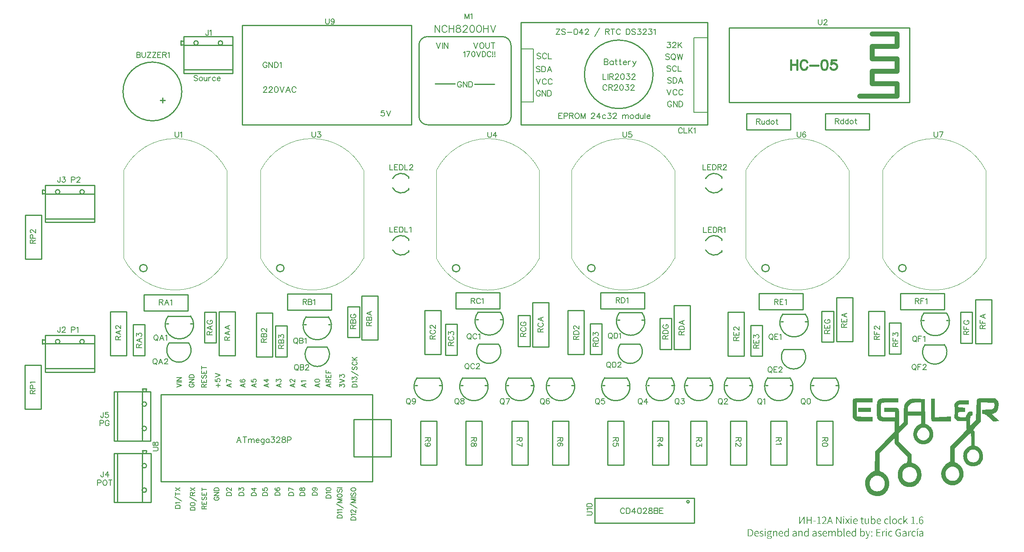
<source format=gto>
G04 Layer: TopSilkLayer*
G04 EasyEDA v6.4.25, 2021-11-28T11:35:11+01:00*
G04 012f4e6f5168424cbf972d7804d96389,6d705683b9bb4ad5a2e260519191d1bd,10*
G04 Gerber Generator version 0.2*
G04 Scale: 100 percent, Rotated: No, Reflected: No *
G04 Dimensions in millimeters *
G04 leading zeros omitted , absolute positions ,4 integer and 5 decimal *
%FSLAX45Y45*%
%MOMM*%

%ADD10C,0.2540*%
%ADD11C,0.4000*%
%ADD31C,1.0000*%
%ADD32C,0.2286*%
%ADD33C,0.1000*%
%ADD34C,0.2007*%
%ADD35C,0.1016*%
%ADD36C,0.2032*%
%ADD37C,0.1530*%
%ADD38C,0.1524*%
%ADD39C,0.1520*%
%ADD40C,0.1750*%
%ADD41C,0.1778*%

%LPD*%
G36*
X20236027Y3067964D02*
G01*
X20195235Y3067608D01*
X20160742Y3066897D01*
X20132141Y3065881D01*
X20109078Y3064408D01*
X20091247Y3062528D01*
X20084186Y3061411D01*
X20078293Y3060192D01*
X20073518Y3058871D01*
X20069860Y3057398D01*
X20067270Y3055823D01*
X20065085Y3053892D01*
X20063104Y3051403D01*
X20061326Y3048304D01*
X20059650Y3044393D01*
X20058176Y3039618D01*
X20056754Y3033725D01*
X20055484Y3026714D01*
X20053249Y3008579D01*
X20051318Y2984093D01*
X20049591Y2952242D01*
X20047915Y2911906D01*
X20046289Y2862072D01*
X20039228Y2622753D01*
X19921169Y2500680D01*
X19921220Y2626563D01*
X19921423Y2647899D01*
X19922286Y2671724D01*
X19923455Y2683052D01*
X19924268Y2687523D01*
X19925284Y2691384D01*
X19926452Y2694686D01*
X19927824Y2697429D01*
X19929398Y2699766D01*
X19931227Y2701696D01*
X19933310Y2703372D01*
X19935647Y2704896D01*
X19941184Y2707538D01*
X19951039Y2711805D01*
X19956272Y2715056D01*
X19960386Y2718866D01*
X19963384Y2723591D01*
X19965466Y2729484D01*
X19966787Y2736850D01*
X19967498Y2745943D01*
X19967651Y2766009D01*
X19967498Y2773476D01*
X19967092Y2779572D01*
X19966330Y2784449D01*
X19965060Y2788259D01*
X19963231Y2791155D01*
X19960640Y2793187D01*
X19957237Y2794558D01*
X19952868Y2795422D01*
X19947382Y2795828D01*
X19926300Y2795727D01*
X19920153Y2795320D01*
X19914412Y2794660D01*
X19908926Y2793695D01*
X19903795Y2792476D01*
X19898918Y2790901D01*
X19894296Y2789021D01*
X19889927Y2786786D01*
X19885710Y2784144D01*
X19881697Y2781147D01*
X19877887Y2777693D01*
X19874179Y2773832D01*
X19870572Y2769514D01*
X19867067Y2764688D01*
X19863612Y2759405D01*
X19860158Y2753614D01*
X19856754Y2747264D01*
X19849896Y2732887D01*
X19827240Y2679700D01*
X19750430Y2679750D01*
X19733666Y2680157D01*
X19719391Y2681071D01*
X19707301Y2682646D01*
X19702068Y2683713D01*
X19697344Y2684983D01*
X19693077Y2686456D01*
X19689216Y2688183D01*
X19685812Y2690164D01*
X19682866Y2692400D01*
X19680224Y2694940D01*
X19677989Y2697734D01*
X19676059Y2700883D01*
X19674433Y2704338D01*
X19673112Y2708097D01*
X19672046Y2712262D01*
X19671233Y2716784D01*
X19670623Y2721660D01*
X19670014Y2732684D01*
X19670014Y2745028D01*
X19670725Y2755798D01*
X19671487Y2760370D01*
X19672554Y2764485D01*
X19673976Y2768193D01*
X19675805Y2771394D01*
X19678091Y2774238D01*
X19680885Y2776728D01*
X19684238Y2778861D01*
X19688200Y2780639D01*
X19692823Y2782163D01*
X19698157Y2783382D01*
X19704253Y2784348D01*
X19711111Y2785110D01*
X19727418Y2786075D01*
X19747534Y2786430D01*
X19818858Y2786481D01*
X19818858Y2872994D01*
X19740524Y2876448D01*
X19720407Y2878023D01*
X19712076Y2879039D01*
X19704710Y2880207D01*
X19698258Y2881630D01*
X19692772Y2883204D01*
X19688048Y2885033D01*
X19684085Y2887065D01*
X19680834Y2889402D01*
X19678192Y2891993D01*
X19676110Y2894888D01*
X19672300Y2903169D01*
X19671385Y2910890D01*
X19673519Y2918460D01*
X19678599Y2926435D01*
X19680174Y2928213D01*
X19684034Y2931363D01*
X19689114Y2934004D01*
X19692162Y2935173D01*
X19699478Y2937154D01*
X19708723Y2938729D01*
X19720102Y2939948D01*
X19733869Y2940812D01*
X19750379Y2941370D01*
X19769886Y2941675D01*
X19894346Y2941777D01*
X19888606Y3024327D01*
X19803770Y3027730D01*
X19784212Y3028238D01*
X19766280Y3028442D01*
X19749820Y3028238D01*
X19734733Y3027680D01*
X19720915Y3026664D01*
X19708215Y3025241D01*
X19696633Y3023311D01*
X19685965Y3020923D01*
X19676160Y3017977D01*
X19667067Y3014522D01*
X19658634Y3010458D01*
X19650659Y3005836D01*
X19643140Y3000603D01*
X19635927Y2994710D01*
X19628916Y2988157D01*
X19620128Y2979064D01*
X19611441Y2969412D01*
X19607936Y2965094D01*
X19604990Y2960979D01*
X19602551Y2957017D01*
X19600621Y2953054D01*
X19599097Y2948940D01*
X19597979Y2944672D01*
X19597268Y2940100D01*
X19596862Y2935122D01*
X19596760Y2929636D01*
X19597420Y2916732D01*
X19602399Y2865932D01*
X19603669Y2849270D01*
X19604126Y2834284D01*
X19603720Y2817825D01*
X19602450Y2796844D01*
X19593153Y2670505D01*
X19658787Y2602077D01*
X19837450Y2602077D01*
X19837501Y2516022D01*
X19838162Y2496210D01*
X19839330Y2478176D01*
X19841006Y2462733D01*
X19841972Y2456281D01*
X19843038Y2450795D01*
X19844156Y2446375D01*
X19845324Y2443073D01*
X19846899Y2440533D01*
X19846848Y2438704D01*
X19845883Y2436012D01*
X19844004Y2432456D01*
X19839432Y2425446D01*
X19830135Y2413152D01*
X19817283Y2397455D01*
X19800824Y2378354D01*
X19780859Y2356002D01*
X19757390Y2330399D01*
X19730466Y2301595D01*
X19700138Y2269591D01*
X19511772Y2073249D01*
X19511619Y1853895D01*
X19511416Y1833930D01*
X19510451Y1803704D01*
X19509638Y1792782D01*
X19508571Y1784350D01*
X19507250Y1777949D01*
X19506438Y1775460D01*
X19504507Y1771700D01*
X19503440Y1770380D01*
X19502221Y1769313D01*
X19499529Y1767992D01*
X19496328Y1767382D01*
X19492620Y1767281D01*
X19485610Y1766570D01*
X19480631Y1764741D01*
X19478142Y1761998D01*
X19478955Y1754835D01*
X19476110Y1750872D01*
X19470573Y1747266D01*
X19462902Y1744472D01*
X19459143Y1743303D01*
X19455231Y1741728D01*
X19451167Y1739798D01*
X19442734Y1734820D01*
X19438315Y1731822D01*
X19429323Y1724863D01*
X19420128Y1716786D01*
X19410781Y1707743D01*
X19401485Y1697786D01*
X19392341Y1687118D01*
X19383451Y1675841D01*
X19374916Y1664055D01*
X19366890Y1651914D01*
X19359422Y1639620D01*
X19352768Y1627174D01*
X19346875Y1614830D01*
X19342100Y1603095D01*
X19338036Y1591310D01*
X19334581Y1579422D01*
X19331838Y1567484D01*
X19329806Y1555496D01*
X19328384Y1543507D01*
X19327622Y1531518D01*
X19327485Y1526133D01*
X19416471Y1526133D01*
X19416674Y1537766D01*
X19417080Y1543507D01*
X19418604Y1554683D01*
X19420941Y1565503D01*
X19424040Y1575917D01*
X19427952Y1585925D01*
X19432574Y1595475D01*
X19437858Y1604568D01*
X19443801Y1613204D01*
X19450405Y1621282D01*
X19457517Y1628800D01*
X19465188Y1635810D01*
X19473316Y1642211D01*
X19481901Y1647952D01*
X19490944Y1653133D01*
X19500342Y1657604D01*
X19510095Y1661414D01*
X19520103Y1664512D01*
X19530415Y1666900D01*
X19540931Y1668525D01*
X19551650Y1669338D01*
X19562521Y1669389D01*
X19573494Y1668627D01*
X19584517Y1667002D01*
X19595592Y1664462D01*
X19606666Y1661058D01*
X19612203Y1659026D01*
X19622617Y1654454D01*
X19632117Y1649069D01*
X19641058Y1642668D01*
X19649389Y1635455D01*
X19653351Y1631543D01*
X19660768Y1623110D01*
X19664273Y1618640D01*
X19670725Y1609191D01*
X19676516Y1599184D01*
X19681647Y1588668D01*
X19686016Y1577746D01*
X19689673Y1566468D01*
X19692518Y1554886D01*
X19694601Y1543151D01*
X19695820Y1531315D01*
X19696226Y1519428D01*
X19695718Y1507591D01*
X19695160Y1501698D01*
X19693331Y1490065D01*
X19692061Y1484325D01*
X19688810Y1473047D01*
X19686828Y1467561D01*
X19682104Y1456842D01*
X19676719Y1446936D01*
X19670928Y1437690D01*
X19664680Y1429156D01*
X19658025Y1421333D01*
X19650964Y1414221D01*
X19643598Y1407769D01*
X19635978Y1402029D01*
X19628002Y1396898D01*
X19619823Y1392478D01*
X19611441Y1388668D01*
X19602856Y1385519D01*
X19594169Y1382979D01*
X19585330Y1381048D01*
X19576389Y1379778D01*
X19567448Y1379067D01*
X19558406Y1378966D01*
X19549414Y1379423D01*
X19540474Y1380490D01*
X19531584Y1382115D01*
X19522795Y1384300D01*
X19514159Y1387043D01*
X19505676Y1390345D01*
X19497395Y1394155D01*
X19489318Y1398473D01*
X19481495Y1403350D01*
X19473976Y1408684D01*
X19466763Y1414576D01*
X19459956Y1420926D01*
X19453453Y1427734D01*
X19447408Y1435049D01*
X19441820Y1442770D01*
X19436638Y1451000D01*
X19432016Y1459636D01*
X19427952Y1468729D01*
X19424446Y1478280D01*
X19421500Y1488186D01*
X19419214Y1498549D01*
X19417588Y1509268D01*
X19416674Y1520444D01*
X19416471Y1526133D01*
X19327485Y1526133D01*
X19327520Y1519580D01*
X19328079Y1507642D01*
X19329247Y1495755D01*
X19331076Y1483918D01*
X19333565Y1472234D01*
X19336664Y1460601D01*
X19340372Y1449120D01*
X19344741Y1437843D01*
X19349720Y1426667D01*
X19355308Y1415694D01*
X19361505Y1404924D01*
X19368312Y1394409D01*
X19375678Y1384096D01*
X19383705Y1374089D01*
X19392290Y1364335D01*
X19401434Y1354886D01*
X19411188Y1345742D01*
X19420382Y1338021D01*
X19430238Y1330655D01*
X19440601Y1323746D01*
X19451370Y1317345D01*
X19462496Y1311402D01*
X19473926Y1305966D01*
X19485559Y1301089D01*
X19497243Y1296771D01*
X19508978Y1293114D01*
X19520662Y1290066D01*
X19532142Y1287678D01*
X19543420Y1285951D01*
X19554342Y1284986D01*
X19564858Y1284782D01*
X19569938Y1284935D01*
X19579691Y1285900D01*
X19590207Y1287932D01*
X19601688Y1290726D01*
X19612914Y1294028D01*
X19623887Y1297787D01*
X19634555Y1302054D01*
X19644918Y1306728D01*
X19654977Y1311859D01*
X19664730Y1317396D01*
X19674179Y1323340D01*
X19683323Y1329639D01*
X19692112Y1336344D01*
X19700544Y1343355D01*
X19708622Y1350772D01*
X19716343Y1358442D01*
X19723709Y1366469D01*
X19730720Y1374749D01*
X19737324Y1383334D01*
X19743521Y1392174D01*
X19749312Y1401216D01*
X19754748Y1410512D01*
X19759726Y1420063D01*
X19764298Y1429766D01*
X19768413Y1439672D01*
X19772122Y1449730D01*
X19775373Y1459941D01*
X19778167Y1470304D01*
X19780453Y1480769D01*
X19782332Y1491335D01*
X19783704Y1502003D01*
X19784568Y1512773D01*
X19784974Y1523542D01*
X19784822Y1534363D01*
X19784212Y1545234D01*
X19783044Y1556105D01*
X19781367Y1566976D01*
X19779132Y1577848D01*
X19776389Y1588668D01*
X19773036Y1599438D01*
X19769175Y1610106D01*
X19764705Y1620723D01*
X19759422Y1631746D01*
X19753072Y1643125D01*
X19746010Y1654352D01*
X19738187Y1665427D01*
X19729805Y1676146D01*
X19720864Y1686560D01*
X19711517Y1696516D01*
X19701814Y1705914D01*
X19691858Y1714703D01*
X19681698Y1722780D01*
X19671487Y1730095D01*
X19661225Y1736547D01*
X19651014Y1742033D01*
X19645985Y1744421D01*
X19636028Y1748332D01*
X19604837Y1759102D01*
X19604837Y2034438D01*
X19784364Y2221331D01*
X19812609Y2250084D01*
X19838619Y2276094D01*
X19862038Y2298954D01*
X19882612Y2318410D01*
X19899884Y2334107D01*
X19913600Y2345690D01*
X19918984Y2349855D01*
X19923353Y2352903D01*
X19926655Y2354732D01*
X19928789Y2355342D01*
X19929449Y2355189D01*
X19930414Y2354224D01*
X19931380Y2352649D01*
X19933107Y2347671D01*
X19934631Y2340203D01*
X19936002Y2330399D01*
X19937120Y2318258D01*
X19938085Y2303830D01*
X19939355Y2268220D01*
X19939660Y2247087D01*
X19939762Y2099208D01*
X19904710Y2086305D01*
X19893381Y2081225D01*
X19882256Y2075281D01*
X19871334Y2068525D01*
X19860768Y2061057D01*
X19850557Y2052878D01*
X19840803Y2044090D01*
X19831558Y2034743D01*
X19822871Y2024888D01*
X19814895Y2014626D01*
X19811136Y2009393D01*
X19804278Y1998573D01*
X19798233Y1987550D01*
X19793508Y1977389D01*
X19789444Y1966874D01*
X19785939Y1956104D01*
X19783044Y1945030D01*
X19780707Y1933752D01*
X19778980Y1922272D01*
X19777811Y1910638D01*
X19777202Y1898954D01*
X19777111Y1891792D01*
X19856094Y1891792D01*
X19856196Y1899767D01*
X19856602Y1907082D01*
X19857262Y1913737D01*
X19858278Y1919884D01*
X19859701Y1925624D01*
X19861530Y1931060D01*
X19863765Y1936242D01*
X19866559Y1941322D01*
X19869861Y1946300D01*
X19873671Y1951431D01*
X19878141Y1956663D01*
X19888555Y1967839D01*
X19897344Y1978050D01*
X19903033Y1985822D01*
X19904456Y1988515D01*
X19904862Y1990242D01*
X19904151Y1990852D01*
X19903592Y1992122D01*
X19906589Y1995170D01*
X19912634Y1999691D01*
X19921169Y2005075D01*
X19925741Y2007616D01*
X19930465Y2009851D01*
X19935393Y2011883D01*
X19940473Y2013661D01*
X19945705Y2015185D01*
X19956526Y2017420D01*
X19962063Y2018233D01*
X19973340Y2018995D01*
X19984821Y2018842D01*
X19996251Y2017725D01*
X20007580Y2015591D01*
X20013117Y2014220D01*
X20023937Y2010664D01*
X20029170Y2008581D01*
X20034300Y2006244D01*
X20043952Y2000859D01*
X20052944Y1994509D01*
X20061275Y1987600D01*
X20068844Y1980234D01*
X20075702Y1972513D01*
X20081798Y1964436D01*
X20087183Y1956054D01*
X20091857Y1947418D01*
X20095819Y1938528D01*
X20099121Y1929434D01*
X20101712Y1920189D01*
X20103642Y1910892D01*
X20104963Y1901494D01*
X20105573Y1892046D01*
X20105573Y1882648D01*
X20104963Y1873250D01*
X20103744Y1864004D01*
X20101915Y1854860D01*
X20099477Y1845868D01*
X20096429Y1837080D01*
X20092873Y1828546D01*
X20088758Y1820316D01*
X20084034Y1812442D01*
X20078801Y1804924D01*
X20073061Y1797761D01*
X20066812Y1791106D01*
X20060005Y1784908D01*
X20052741Y1779270D01*
X20044968Y1774139D01*
X20036739Y1769668D01*
X20028052Y1765807D01*
X20018908Y1762658D01*
X20009358Y1760220D01*
X19999299Y1758594D01*
X19994168Y1758035D01*
X19983500Y1757629D01*
X19977404Y1757730D01*
X19965466Y1758746D01*
X19959675Y1759610D01*
X19953986Y1760728D01*
X19948398Y1762099D01*
X19937628Y1765503D01*
X19927316Y1769821D01*
X19917613Y1775002D01*
X19908469Y1781048D01*
X19899934Y1787855D01*
X19895921Y1791512D01*
X19888403Y1799488D01*
X19881545Y1808124D01*
X19875449Y1817420D01*
X19870166Y1827326D01*
X19865594Y1837893D01*
X19861936Y1849018D01*
X19859091Y1860651D01*
X19858024Y1866646D01*
X19856602Y1878990D01*
X19856196Y1885340D01*
X19856094Y1891792D01*
X19777111Y1891792D01*
X19777303Y1881276D01*
X19778116Y1869490D01*
X19779437Y1857756D01*
X19781266Y1846122D01*
X19783653Y1834642D01*
X19786549Y1823262D01*
X19789952Y1812137D01*
X19793915Y1801266D01*
X19798334Y1790700D01*
X19803262Y1780489D01*
X19808647Y1770583D01*
X19814540Y1761134D01*
X19820890Y1752193D01*
X19827748Y1743710D01*
X19835063Y1735785D01*
X19843292Y1727911D01*
X19852386Y1720240D01*
X19861733Y1713179D01*
X19871334Y1706727D01*
X19881189Y1700936D01*
X19891298Y1695704D01*
X19901560Y1691132D01*
X19911974Y1687118D01*
X19922540Y1683766D01*
X19933208Y1680972D01*
X19943978Y1678787D01*
X19954798Y1677212D01*
X19965720Y1676196D01*
X19976592Y1675841D01*
X19987463Y1675993D01*
X19998334Y1676755D01*
X20009154Y1678127D01*
X20019873Y1680057D01*
X20030490Y1682597D01*
X20041006Y1685645D01*
X20051318Y1689303D01*
X20061478Y1693519D01*
X20071486Y1698294D01*
X20081189Y1703628D01*
X20090688Y1709521D01*
X20099883Y1715973D01*
X20108824Y1722983D01*
X20117409Y1730552D01*
X20125690Y1738630D01*
X20133564Y1747266D01*
X20141031Y1756460D01*
X20148092Y1766163D01*
X20155204Y1777085D01*
X20161758Y1787855D01*
X20167142Y1797608D01*
X20171511Y1806803D01*
X20174915Y1815744D01*
X20177506Y1824837D01*
X20179334Y1834489D01*
X20180554Y1844954D01*
X20181214Y1856739D01*
X20181468Y1870151D01*
X20181366Y1884375D01*
X20180706Y1897735D01*
X20179385Y1910892D01*
X20177455Y1923745D01*
X20174966Y1936292D01*
X20171867Y1948535D01*
X20168158Y1960473D01*
X20163942Y1972056D01*
X20159167Y1983232D01*
X20153833Y1994001D01*
X20147991Y2004364D01*
X20141641Y2014321D01*
X20134834Y2023821D01*
X20127468Y2032812D01*
X20119695Y2041347D01*
X20111466Y2049322D01*
X20102728Y2056790D01*
X20093635Y2063699D01*
X20084084Y2069998D01*
X20074128Y2075738D01*
X20063815Y2080869D01*
X20053096Y2085339D01*
X20014234Y2098802D01*
X20014082Y2291588D01*
X20013523Y2328722D01*
X20012964Y2343302D01*
X20012253Y2355596D01*
X20011288Y2365857D01*
X20010069Y2374392D01*
X20008545Y2381402D01*
X20006716Y2387142D01*
X20004481Y2391968D01*
X20001941Y2396083D01*
X19998893Y2399741D01*
X19989495Y2409190D01*
X19986904Y2412898D01*
X19986040Y2414828D01*
X19985583Y2416810D01*
X19985482Y2418892D01*
X19985736Y2421178D01*
X19986498Y2423668D01*
X19987666Y2426462D01*
X19991476Y2432913D01*
X19997420Y2440940D01*
X20005700Y2450846D01*
X20016520Y2462987D01*
X20046543Y2495346D01*
X20135189Y2589834D01*
X20135189Y2981147D01*
X20409662Y2975762D01*
X20412811Y2923438D01*
X20412913Y2916072D01*
X20412760Y2909316D01*
X20412303Y2902966D01*
X20411541Y2897073D01*
X20410474Y2891536D01*
X20409103Y2886303D01*
X20407376Y2881376D01*
X20405344Y2876651D01*
X20402905Y2872130D01*
X20400162Y2867710D01*
X20394472Y2860192D01*
X20389545Y2854756D01*
X20387005Y2852420D01*
X20384312Y2850337D01*
X20381315Y2848457D01*
X20378013Y2846781D01*
X20374305Y2845308D01*
X20365415Y2842869D01*
X20354036Y2840990D01*
X20339456Y2839567D01*
X20321168Y2838450D01*
X20298511Y2837484D01*
X20163078Y2833319D01*
X20163282Y2772918D01*
X20163688Y2766314D01*
X20164348Y2760980D01*
X20165466Y2756763D01*
X20167041Y2753563D01*
X20169225Y2751175D01*
X20172070Y2749550D01*
X20175626Y2748534D01*
X20180096Y2747975D01*
X20191933Y2747670D01*
X20197673Y2747314D01*
X20203617Y2746146D01*
X20209967Y2744063D01*
X20216876Y2741066D01*
X20224394Y2736900D01*
X20232725Y2731617D01*
X20242022Y2725013D01*
X20252436Y2717088D01*
X20264069Y2707640D01*
X20291602Y2683967D01*
X20394828Y2591460D01*
X20520660Y2597200D01*
X20360487Y2742793D01*
X20399959Y2757424D01*
X20411389Y2762402D01*
X20422057Y2767888D01*
X20431912Y2773883D01*
X20441107Y2780436D01*
X20449540Y2787599D01*
X20457210Y2795270D01*
X20464221Y2803601D01*
X20470520Y2812542D01*
X20476159Y2822143D01*
X20481137Y2832404D01*
X20485404Y2843326D01*
X20487335Y2849067D01*
X20490637Y2861106D01*
X20493329Y2873857D01*
X20495412Y2887319D01*
X20496885Y2901594D01*
X20497749Y2916682D01*
X20498054Y2932582D01*
X20497647Y2965551D01*
X20496885Y2977845D01*
X20495564Y2988106D01*
X20494650Y2992577D01*
X20492161Y3000654D01*
X20490535Y3004362D01*
X20488656Y3007969D01*
X20486522Y3011474D01*
X20481239Y3018586D01*
X20474584Y3026257D01*
X20434757Y3067964D01*
G37*
G36*
X18451118Y3067964D02*
G01*
X18240705Y3067608D01*
X18199709Y3067151D01*
X18165876Y3066288D01*
X18138394Y3064967D01*
X18116499Y3063138D01*
X18107406Y3062020D01*
X18099328Y3060750D01*
X18092267Y3059277D01*
X18086120Y3057702D01*
X18080685Y3055924D01*
X18075960Y3053943D01*
X18069864Y3050844D01*
X18062549Y3046679D01*
X18055894Y3042412D01*
X18049849Y3037840D01*
X18044363Y3032963D01*
X18039486Y3027527D01*
X18035168Y3021584D01*
X18031307Y3014827D01*
X18027954Y3007309D01*
X18025059Y2998825D01*
X18022570Y2989275D01*
X18020487Y2978607D01*
X18018760Y2966567D01*
X18017337Y2953156D01*
X18016220Y2938221D01*
X18015407Y2921660D01*
X18014391Y2883204D01*
X18014086Y2836773D01*
X18014289Y2783382D01*
X18014848Y2740304D01*
X18015305Y2722880D01*
X18015966Y2707843D01*
X18016778Y2694990D01*
X18017794Y2684068D01*
X18019064Y2674924D01*
X18020538Y2667203D01*
X18022316Y2660751D01*
X18024398Y2655265D01*
X18026735Y2650591D01*
X18029478Y2646476D01*
X18033898Y2640888D01*
X18039842Y2634132D01*
X18045836Y2628036D01*
X18052084Y2622499D01*
X18058638Y2617571D01*
X18065648Y2613202D01*
X18073217Y2609342D01*
X18081548Y2605938D01*
X18090642Y2603042D01*
X18100700Y2600553D01*
X18111774Y2598420D01*
X18124119Y2596692D01*
X18137682Y2595321D01*
X18152719Y2594254D01*
X18169331Y2593441D01*
X18207583Y2592527D01*
X18376696Y2592324D01*
X18376696Y2393188D01*
X17976951Y1976526D01*
X17971922Y1581048D01*
X17930571Y1566113D01*
X17920004Y1561541D01*
X17909489Y1556258D01*
X17899075Y1550212D01*
X17888813Y1543558D01*
X17878704Y1536192D01*
X17868849Y1528216D01*
X17859197Y1519682D01*
X17849799Y1510588D01*
X17840756Y1500936D01*
X17831968Y1490776D01*
X17823586Y1480159D01*
X17815610Y1469034D01*
X17808092Y1457553D01*
X17800929Y1445615D01*
X17794782Y1434592D01*
X17789702Y1424533D01*
X17785689Y1414881D01*
X17782540Y1405229D01*
X17780203Y1395120D01*
X17778526Y1384096D01*
X17777460Y1371600D01*
X17776850Y1357274D01*
X17776582Y1325829D01*
X17865902Y1325829D01*
X17866309Y1336395D01*
X17867731Y1346962D01*
X17868747Y1352296D01*
X17871592Y1363167D01*
X17875351Y1374444D01*
X17880126Y1386281D01*
X17885867Y1398778D01*
X17891455Y1409293D01*
X17897602Y1419250D01*
X17904307Y1428496D01*
X17911521Y1437081D01*
X17919192Y1444955D01*
X17927370Y1452168D01*
X17935956Y1458722D01*
X17944947Y1464513D01*
X17954244Y1469644D01*
X17963946Y1473962D01*
X17973903Y1477619D01*
X17984114Y1480464D01*
X17994579Y1482598D01*
X18005247Y1483969D01*
X18016067Y1484528D01*
X18027040Y1484325D01*
X18038114Y1483258D01*
X18049290Y1481429D01*
X18060466Y1478788D01*
X18071693Y1475333D01*
X18082869Y1470964D01*
X18093994Y1465834D01*
X18104866Y1459788D01*
X18114975Y1453083D01*
X18124271Y1445717D01*
X18132856Y1437690D01*
X18140629Y1429054D01*
X18147639Y1419707D01*
X18153837Y1409801D01*
X18159272Y1399286D01*
X18163844Y1388160D01*
X18165876Y1382369D01*
X18169229Y1370431D01*
X18171820Y1357884D01*
X18172785Y1351381D01*
X18174055Y1338021D01*
X18174411Y1331163D01*
X18174462Y1317802D01*
X18173700Y1305306D01*
X18172125Y1293266D01*
X18171109Y1287373D01*
X18168416Y1275943D01*
X18165064Y1264920D01*
X18160949Y1254404D01*
X18156174Y1244396D01*
X18150738Y1234846D01*
X18144642Y1225854D01*
X18137936Y1217371D01*
X18130621Y1209497D01*
X18122696Y1202182D01*
X18114213Y1195476D01*
X18105170Y1189380D01*
X18095620Y1183944D01*
X18085562Y1179169D01*
X18080329Y1176985D01*
X18069560Y1173276D01*
X18058282Y1170228D01*
X18046598Y1167892D01*
X18034508Y1166368D01*
X18021960Y1165555D01*
X18015559Y1165453D01*
X18009311Y1165606D01*
X18003062Y1166063D01*
X17996865Y1166774D01*
X17990718Y1167790D01*
X17978628Y1170584D01*
X17972735Y1172413D01*
X17961152Y1176782D01*
X17949976Y1182166D01*
X17944592Y1185214D01*
X17934178Y1192022D01*
X17929148Y1195730D01*
X17919598Y1203807D01*
X17915026Y1208176D01*
X17906492Y1217472D01*
X17902478Y1222400D01*
X17895062Y1232814D01*
X17888458Y1243888D01*
X17882768Y1255623D01*
X17877840Y1268374D01*
X17873573Y1280972D01*
X17870271Y1292860D01*
X17867884Y1304188D01*
X17866410Y1315161D01*
X17865902Y1325829D01*
X17776582Y1325829D01*
X17776799Y1316532D01*
X17777460Y1302410D01*
X17778679Y1288796D01*
X17780355Y1275740D01*
X17782540Y1263091D01*
X17785283Y1250848D01*
X17788534Y1239012D01*
X17792344Y1227480D01*
X17796764Y1216253D01*
X17801742Y1205280D01*
X17807330Y1194511D01*
X17813528Y1183894D01*
X17820386Y1173429D01*
X17827853Y1163066D01*
X17836032Y1152702D01*
X17844820Y1142390D01*
X17852237Y1134618D01*
X17860162Y1127201D01*
X17868696Y1120190D01*
X17877688Y1113586D01*
X17887137Y1107389D01*
X17897043Y1101648D01*
X17907304Y1096264D01*
X17917922Y1091387D01*
X17928793Y1086916D01*
X17939969Y1082903D01*
X17951348Y1079347D01*
X17962930Y1076248D01*
X17974614Y1073607D01*
X17986400Y1071524D01*
X17998236Y1069848D01*
X18010124Y1068730D01*
X18021960Y1068120D01*
X18033746Y1068019D01*
X18045430Y1068425D01*
X18056961Y1069340D01*
X18068290Y1070864D01*
X18079415Y1072896D01*
X18090235Y1075486D01*
X18100802Y1078636D01*
X18111012Y1082395D01*
X18120817Y1086713D01*
X18131332Y1092098D01*
X18141543Y1097889D01*
X18151348Y1104138D01*
X18160847Y1110792D01*
X18169940Y1117854D01*
X18178729Y1125270D01*
X18187111Y1133043D01*
X18195086Y1141171D01*
X18202706Y1149654D01*
X18209920Y1158443D01*
X18216727Y1167485D01*
X18223179Y1176832D01*
X18229173Y1186434D01*
X18234812Y1196289D01*
X18239994Y1206398D01*
X18244718Y1216710D01*
X18249087Y1227175D01*
X18252948Y1237843D01*
X18256402Y1248714D01*
X18259450Y1259687D01*
X18261990Y1270812D01*
X18264073Y1282039D01*
X18265698Y1293368D01*
X18266867Y1304747D01*
X18267578Y1316228D01*
X18267781Y1327759D01*
X18267527Y1339342D01*
X18266714Y1350873D01*
X18265444Y1362456D01*
X18263717Y1374038D01*
X18261431Y1385519D01*
X18258637Y1397000D01*
X18255335Y1408379D01*
X18251474Y1419707D01*
X18247106Y1430934D01*
X18242229Y1442059D01*
X18236234Y1454150D01*
X18229986Y1465529D01*
X18223433Y1476197D01*
X18216524Y1486204D01*
X18209107Y1495653D01*
X18201233Y1504594D01*
X18192851Y1513027D01*
X18183809Y1521053D01*
X18174055Y1528724D01*
X18163641Y1536090D01*
X18152364Y1543202D01*
X18140273Y1550111D01*
X18127268Y1556918D01*
X18113298Y1563624D01*
X18069610Y1583791D01*
X18069610Y1937359D01*
X18376696Y2257247D01*
X18376696Y2188718D01*
X18377103Y2172411D01*
X18378068Y2159355D01*
X18378932Y2153818D01*
X18379998Y2148789D01*
X18381370Y2144166D01*
X18383046Y2139899D01*
X18385078Y2135835D01*
X18387517Y2131923D01*
X18390362Y2128062D01*
X18393664Y2124100D01*
X18401741Y2115718D01*
X18413272Y2104542D01*
X18433999Y2083612D01*
X18472912Y2043277D01*
X18518886Y1994865D01*
X18636742Y1869186D01*
X18636894Y1808835D01*
X18636081Y1794154D01*
X18635319Y1787550D01*
X18634303Y1781403D01*
X18633033Y1775663D01*
X18631560Y1770380D01*
X18629833Y1765554D01*
X18627801Y1761185D01*
X18625515Y1757172D01*
X18622975Y1753616D01*
X18620130Y1750415D01*
X18617031Y1747621D01*
X18613628Y1745234D01*
X18609970Y1743202D01*
X18606008Y1741576D01*
X18601690Y1740255D01*
X18597118Y1739341D01*
X18592190Y1738731D01*
X18583656Y1738172D01*
X18580100Y1737410D01*
X18576290Y1736191D01*
X18572276Y1734566D01*
X18563691Y1730044D01*
X18554496Y1724101D01*
X18544895Y1716836D01*
X18534989Y1708404D01*
X18524931Y1699056D01*
X18514974Y1688846D01*
X18505271Y1678025D01*
X18495924Y1666697D01*
X18487186Y1655064D01*
X18479160Y1643278D01*
X18471997Y1631492D01*
X18465952Y1619910D01*
X18461024Y1608937D01*
X18456605Y1597914D01*
X18452795Y1586839D01*
X18449442Y1575714D01*
X18446648Y1564538D01*
X18444362Y1553362D01*
X18442584Y1542135D01*
X18441263Y1530959D01*
X18440450Y1519783D01*
X18440126Y1505204D01*
X18533262Y1505204D01*
X18533668Y1519123D01*
X18534837Y1532839D01*
X18536869Y1546047D01*
X18538139Y1552448D01*
X18539612Y1558544D01*
X18543219Y1570075D01*
X18545302Y1575409D01*
X18547588Y1580438D01*
X18553023Y1590395D01*
X18559170Y1599742D01*
X18565977Y1608531D01*
X18573343Y1616659D01*
X18581268Y1624177D01*
X18589701Y1631035D01*
X18598642Y1637283D01*
X18607938Y1642821D01*
X18617590Y1647748D01*
X18627598Y1651965D01*
X18637859Y1655470D01*
X18648324Y1658264D01*
X18658992Y1660398D01*
X18669812Y1661769D01*
X18680684Y1662379D01*
X18691555Y1662277D01*
X18702477Y1661414D01*
X18713297Y1659737D01*
X18724016Y1657350D01*
X18734582Y1654098D01*
X18739815Y1652219D01*
X18750076Y1647799D01*
X18760084Y1642516D01*
X18764961Y1639620D01*
X18774460Y1633118D01*
X18782893Y1626209D01*
X18790716Y1618640D01*
X18797879Y1610410D01*
X18804432Y1601622D01*
X18810274Y1592275D01*
X18815456Y1582420D01*
X18819977Y1572158D01*
X18823787Y1561541D01*
X18826886Y1550619D01*
X18829274Y1539443D01*
X18830899Y1528064D01*
X18831864Y1516481D01*
X18832017Y1504848D01*
X18831458Y1493215D01*
X18830137Y1481531D01*
X18828054Y1469948D01*
X18825159Y1458518D01*
X18821501Y1447241D01*
X18817031Y1436166D01*
X18811697Y1425448D01*
X18808852Y1420317D01*
X18802604Y1410665D01*
X18795746Y1401673D01*
X18788380Y1393444D01*
X18780506Y1385874D01*
X18772124Y1379016D01*
X18763335Y1372920D01*
X18758814Y1370076D01*
X18749518Y1364996D01*
X18739916Y1360627D01*
X18730010Y1356969D01*
X18719901Y1353972D01*
X18709640Y1351737D01*
X18699276Y1350162D01*
X18688812Y1349298D01*
X18678347Y1349095D01*
X18667831Y1349654D01*
X18657417Y1350873D01*
X18647105Y1352804D01*
X18636894Y1355445D01*
X18626937Y1358747D01*
X18617184Y1362760D01*
X18612408Y1364996D01*
X18603112Y1370076D01*
X18594120Y1375816D01*
X18585586Y1382268D01*
X18577458Y1389380D01*
X18569838Y1397203D01*
X18562726Y1405737D01*
X18559373Y1410208D01*
X18553176Y1419758D01*
X18550280Y1424787D01*
X18545302Y1434998D01*
X18543219Y1440332D01*
X18539612Y1451864D01*
X18536869Y1464310D01*
X18534837Y1477568D01*
X18533668Y1491234D01*
X18533262Y1505204D01*
X18440126Y1505204D01*
X18440247Y1497533D01*
X18440857Y1486509D01*
X18441873Y1475587D01*
X18443397Y1464716D01*
X18445327Y1453997D01*
X18447664Y1443380D01*
X18450458Y1432915D01*
X18453608Y1422552D01*
X18457214Y1412392D01*
X18461228Y1402384D01*
X18465596Y1392631D01*
X18470321Y1383030D01*
X18475452Y1373682D01*
X18480938Y1364538D01*
X18486780Y1355648D01*
X18492927Y1347063D01*
X18499480Y1338732D01*
X18506338Y1330706D01*
X18513501Y1322984D01*
X18520968Y1315567D01*
X18528741Y1308506D01*
X18536818Y1301800D01*
X18545200Y1295450D01*
X18553836Y1289507D01*
X18562777Y1283919D01*
X18571972Y1278737D01*
X18581370Y1274013D01*
X18591072Y1269746D01*
X18600978Y1265885D01*
X18611138Y1262532D01*
X18621502Y1259636D01*
X18632119Y1257198D01*
X18642888Y1255318D01*
X18653912Y1253998D01*
X18665088Y1253134D01*
X18676416Y1252880D01*
X18691402Y1253134D01*
X18705474Y1253845D01*
X18718733Y1255115D01*
X18731230Y1256893D01*
X18743117Y1259281D01*
X18754445Y1262278D01*
X18765367Y1265986D01*
X18775934Y1270355D01*
X18786195Y1275435D01*
X18796355Y1281328D01*
X18806464Y1288034D01*
X18816624Y1295552D01*
X18826886Y1303934D01*
X18837402Y1313230D01*
X18846749Y1322171D01*
X18855588Y1331264D01*
X18863919Y1340510D01*
X18871641Y1349857D01*
X18878854Y1359408D01*
X18885509Y1369161D01*
X18891605Y1379067D01*
X18897193Y1389126D01*
X18902273Y1399438D01*
X18906794Y1409903D01*
X18910808Y1420571D01*
X18914262Y1431493D01*
X18917208Y1442618D01*
X18919647Y1453997D01*
X18921526Y1465630D01*
X18922898Y1477467D01*
X18923762Y1489557D01*
X18924117Y1501952D01*
X18923965Y1514602D01*
X18923304Y1527505D01*
X18922136Y1540713D01*
X18920460Y1554175D01*
X18918275Y1567992D01*
X18915583Y1582064D01*
X18912992Y1593596D01*
X18910147Y1603959D01*
X18906744Y1613408D01*
X18902730Y1622298D01*
X18897854Y1630883D01*
X18891910Y1639468D01*
X18884747Y1648409D01*
X18876162Y1657908D01*
X18866002Y1668322D01*
X18854013Y1679956D01*
X18841516Y1691436D01*
X18829121Y1701901D01*
X18816980Y1711248D01*
X18805144Y1719478D01*
X18793561Y1726590D01*
X18782385Y1732483D01*
X18771616Y1737207D01*
X18761354Y1740611D01*
X18720257Y1752092D01*
X18725591Y1914194D01*
X18460415Y2189530D01*
X18460415Y2345182D01*
X18646495Y2538577D01*
X18646495Y2708808D01*
X18916345Y2708808D01*
X18916345Y2546451D01*
X18871793Y2528011D01*
X18862141Y2523236D01*
X18852896Y2517952D01*
X18844006Y2512060D01*
X18835522Y2505659D01*
X18827496Y2498750D01*
X18819825Y2491384D01*
X18812611Y2483612D01*
X18805804Y2475382D01*
X18799454Y2466797D01*
X18793561Y2457805D01*
X18788075Y2448509D01*
X18783046Y2438908D01*
X18778524Y2429052D01*
X18774410Y2418943D01*
X18770803Y2408580D01*
X18767704Y2398064D01*
X18765062Y2387346D01*
X18762929Y2376525D01*
X18761303Y2365552D01*
X18760186Y2354529D01*
X18759576Y2343454D01*
X18759514Y2333548D01*
X18834455Y2333548D01*
X18834557Y2338425D01*
X18835471Y2348128D01*
X18837503Y2357882D01*
X18840551Y2367635D01*
X18842482Y2372512D01*
X18847155Y2382367D01*
X18852896Y2392222D01*
X18859703Y2402179D01*
X18867577Y2412187D01*
X18876518Y2422347D01*
X18887440Y2433523D01*
X18898108Y2443734D01*
X18902883Y2447950D01*
X18907455Y2451608D01*
X18911824Y2454757D01*
X18916142Y2457450D01*
X18920409Y2459685D01*
X18924778Y2461514D01*
X18929299Y2462936D01*
X18934023Y2464104D01*
X18944539Y2465527D01*
X18956883Y2466086D01*
X18972733Y2466035D01*
X18980607Y2465628D01*
X18987770Y2464917D01*
X18994424Y2463850D01*
X19000571Y2462377D01*
X19006413Y2460396D01*
X19012001Y2457958D01*
X19017538Y2454910D01*
X19023126Y2451252D01*
X19028867Y2446985D01*
X19034912Y2442006D01*
X19046139Y2431694D01*
X19050660Y2427071D01*
X19054927Y2422347D01*
X19062649Y2412644D01*
X19066154Y2407666D01*
X19072402Y2397455D01*
X19077635Y2387041D01*
X19081800Y2376373D01*
X19085001Y2365603D01*
X19086220Y2360117D01*
X19087846Y2349144D01*
X19088303Y2343607D01*
X19088404Y2332583D01*
X19087439Y2321509D01*
X19086626Y2316022D01*
X19085509Y2310485D01*
X19082512Y2299563D01*
X19080632Y2294178D01*
X19076060Y2283460D01*
X19070472Y2272944D01*
X19063817Y2262682D01*
X19060109Y2257653D01*
X19056146Y2252726D01*
X19047561Y2243226D01*
X19043142Y2238908D01*
X19038570Y2234844D01*
X19033947Y2231085D01*
X19024447Y2224328D01*
X19019570Y2221331D01*
X19009614Y2216200D01*
X19004534Y2214016D01*
X18999403Y2212086D01*
X18989040Y2209038D01*
X18978575Y2207056D01*
X18973292Y2206447D01*
X18962674Y2206040D01*
X18952108Y2206650D01*
X18946825Y2207361D01*
X18936360Y2209546D01*
X18925997Y2212746D01*
X18920866Y2214727D01*
X18910808Y2219452D01*
X18905880Y2222144D01*
X18900952Y2225141D01*
X18891453Y2231898D01*
X18882309Y2239619D01*
X18873520Y2248357D01*
X18865189Y2258060D01*
X18861227Y2263292D01*
X18854064Y2273909D01*
X18848171Y2284069D01*
X18843345Y2294077D01*
X18839535Y2304034D01*
X18836792Y2313940D01*
X18835116Y2323744D01*
X18834658Y2328621D01*
X18834455Y2333548D01*
X18759514Y2333548D01*
X18759678Y2326741D01*
X18760389Y2315616D01*
X18761659Y2304592D01*
X18763437Y2293569D01*
X18765824Y2282647D01*
X18768720Y2271877D01*
X18772225Y2261260D01*
X18776289Y2250795D01*
X18780912Y2240534D01*
X18786144Y2230526D01*
X18791986Y2220772D01*
X18798387Y2211324D01*
X18805550Y2201976D01*
X18813119Y2193137D01*
X18821095Y2184857D01*
X18829375Y2177135D01*
X18837960Y2169922D01*
X18846901Y2163267D01*
X18856096Y2157120D01*
X18865545Y2151583D01*
X18875197Y2146554D01*
X18885052Y2142083D01*
X18895110Y2138121D01*
X18905321Y2134768D01*
X18915634Y2131923D01*
X18926098Y2129637D01*
X18936614Y2127859D01*
X18947180Y2126691D01*
X18957798Y2126030D01*
X18968415Y2125980D01*
X18979032Y2126437D01*
X18989598Y2127453D01*
X19000114Y2129028D01*
X19010477Y2131161D01*
X19020790Y2133854D01*
X19030950Y2137105D01*
X19040957Y2140915D01*
X19050762Y2145284D01*
X19060363Y2150211D01*
X19069710Y2155698D01*
X19078803Y2161743D01*
X19087592Y2168347D01*
X19096126Y2175510D01*
X19104305Y2183231D01*
X19112077Y2191512D01*
X19119545Y2200402D01*
X19126708Y2210003D01*
X19133261Y2219858D01*
X19139204Y2229916D01*
X19144538Y2240229D01*
X19149263Y2250744D01*
X19153378Y2261362D01*
X19156934Y2272182D01*
X19159931Y2283053D01*
X19162318Y2294026D01*
X19164147Y2305100D01*
X19165417Y2316175D01*
X19166128Y2327300D01*
X19166332Y2338374D01*
X19165925Y2349398D01*
X19165062Y2360422D01*
X19163588Y2371344D01*
X19161658Y2382113D01*
X19159169Y2392781D01*
X19156172Y2403297D01*
X19152717Y2413609D01*
X19148704Y2423718D01*
X19144234Y2433624D01*
X19139255Y2443226D01*
X19133820Y2452573D01*
X19127927Y2461615D01*
X19121526Y2470353D01*
X19114719Y2478684D01*
X19107404Y2486660D01*
X19099682Y2494229D01*
X19091503Y2501341D01*
X19082918Y2508046D01*
X19073876Y2514244D01*
X19064427Y2519934D01*
X19054521Y2525115D01*
X19044259Y2529738D01*
X19033591Y2533802D01*
X19000368Y2545232D01*
X18995390Y3053435D01*
X18831102Y3056991D01*
X18792545Y3057398D01*
X18760846Y3057042D01*
X18747232Y3056483D01*
X18734938Y3055670D01*
X18723864Y3054604D01*
X18713805Y3053181D01*
X18704661Y3051454D01*
X18696279Y3049320D01*
X18688507Y3046780D01*
X18681293Y3043834D01*
X18674435Y3040430D01*
X18667831Y3036570D01*
X18661329Y3032201D01*
X18654776Y3027273D01*
X18648070Y3021838D01*
X18633389Y3008934D01*
X18618708Y2994914D01*
X18612205Y2988106D01*
X18606211Y2981299D01*
X18600674Y2974441D01*
X18595644Y2967482D01*
X18591072Y2960268D01*
X18586958Y2952800D01*
X18583249Y2944926D01*
X18579947Y2936646D01*
X18577001Y2927807D01*
X18574410Y2918409D01*
X18572124Y2908300D01*
X18570194Y2897479D01*
X18568517Y2885795D01*
X18567095Y2873248D01*
X18565926Y2859684D01*
X18565012Y2845104D01*
X18563742Y2812389D01*
X18563380Y2796184D01*
X18646495Y2796184D01*
X18646546Y2851607D01*
X18647105Y2864408D01*
X18647613Y2870149D01*
X18649289Y2880563D01*
X18650458Y2885389D01*
X18651931Y2889961D01*
X18653658Y2894431D01*
X18655690Y2898800D01*
X18658027Y2903169D01*
X18663767Y2912110D01*
X18671082Y2921711D01*
X18679109Y2931261D01*
X18686627Y2939288D01*
X18690386Y2942996D01*
X18698108Y2949702D01*
X18706134Y2955544D01*
X18714618Y2960624D01*
X18719088Y2962910D01*
X18728639Y2966923D01*
X18739053Y2970276D01*
X18750483Y2973019D01*
X18763183Y2975203D01*
X18777204Y2976930D01*
X18792799Y2978200D01*
X18810071Y2979064D01*
X18829223Y2979572D01*
X18916345Y2980639D01*
X18916345Y2796184D01*
X18563380Y2796184D01*
X18563031Y2764231D01*
X18562777Y2586786D01*
X18469711Y2491181D01*
X18469762Y2748026D01*
X18469254Y2773984D01*
X18468136Y2796133D01*
X18467273Y2805836D01*
X18466104Y2814726D01*
X18464682Y2822854D01*
X18462904Y2830169D01*
X18460821Y2836722D01*
X18458281Y2842615D01*
X18455386Y2847898D01*
X18452033Y2852521D01*
X18448223Y2856585D01*
X18443854Y2860090D01*
X18438977Y2863088D01*
X18433491Y2865628D01*
X18427446Y2867761D01*
X18420740Y2869488D01*
X18413374Y2870860D01*
X18405297Y2871978D01*
X18396508Y2872740D01*
X18376646Y2873705D01*
X18365470Y2873908D01*
X18162676Y2873857D01*
X18162676Y2786481D01*
X18385993Y2786481D01*
X18385993Y2679700D01*
X18177357Y2679750D01*
X18165978Y2680055D01*
X18155716Y2680614D01*
X18146471Y2681427D01*
X18138292Y2682544D01*
X18131078Y2684068D01*
X18124728Y2686050D01*
X18119191Y2688488D01*
X18114467Y2691434D01*
X18110454Y2694990D01*
X18107101Y2699156D01*
X18104358Y2704033D01*
X18102173Y2709672D01*
X18100446Y2716072D01*
X18099176Y2723337D01*
X18098262Y2731465D01*
X18097347Y2750616D01*
X18097246Y2773934D01*
X18097601Y2854604D01*
X18098058Y2899257D01*
X18098566Y2916174D01*
X18099328Y2929940D01*
X18100344Y2941015D01*
X18101767Y2949702D01*
X18103545Y2956356D01*
X18105780Y2961436D01*
X18108472Y2965196D01*
X18111724Y2968142D01*
X18115534Y2970580D01*
X18118734Y2971800D01*
X18123814Y2972968D01*
X18130621Y2974086D01*
X18149112Y2976067D01*
X18173446Y2977794D01*
X18202757Y2979115D01*
X18236184Y2980080D01*
X18272963Y2980537D01*
X18451118Y2980639D01*
G37*
G36*
X17930063Y3067964D02*
G01*
X17711267Y3067507D01*
X17673320Y3066999D01*
X17638826Y3066186D01*
X17608346Y3065018D01*
X17582438Y3063595D01*
X17561712Y3061970D01*
X17546726Y3060090D01*
X17541595Y3059074D01*
X17538090Y3058058D01*
X17535652Y3056636D01*
X17533162Y3054604D01*
X17531029Y3051962D01*
X17529098Y3048609D01*
X17527473Y3044240D01*
X17526000Y3038754D01*
X17524780Y3031845D01*
X17523764Y3023412D01*
X17522240Y3000959D01*
X17521326Y2969818D01*
X17520869Y2928315D01*
X17520666Y2874924D01*
X17520767Y2791764D01*
X17521072Y2750769D01*
X17521834Y2719527D01*
X17522444Y2707081D01*
X17523206Y2696413D01*
X17524171Y2687269D01*
X17525390Y2679547D01*
X17526863Y2672892D01*
X17528641Y2667203D01*
X17530673Y2662174D01*
X17533061Y2657652D01*
X17535753Y2653334D01*
X17542357Y2644648D01*
X17551349Y2633827D01*
X17556124Y2628696D01*
X17560950Y2624023D01*
X17565979Y2619705D01*
X17571262Y2615793D01*
X17576952Y2612237D01*
X17583048Y2608986D01*
X17589652Y2606090D01*
X17596916Y2603500D01*
X17604892Y2601214D01*
X17613630Y2599232D01*
X17623231Y2597505D01*
X17633848Y2595981D01*
X17645481Y2594762D01*
X17658283Y2593695D01*
X17687645Y2592222D01*
X17722596Y2591409D01*
X17775275Y2591206D01*
X17930063Y2592324D01*
X17930063Y2684983D01*
X17743678Y2688285D01*
X17704816Y2689352D01*
X17670780Y2690622D01*
X17643043Y2692044D01*
X17623282Y2693517D01*
X17616881Y2694228D01*
X17613071Y2694940D01*
X17612156Y2695295D01*
X17611090Y2697226D01*
X17610124Y2701645D01*
X17609159Y2708300D01*
X17608245Y2716987D01*
X17606670Y2739999D01*
X17605502Y2769158D01*
X17604689Y2803093D01*
X17604486Y2821432D01*
X17604435Y2980639D01*
X17930063Y2980639D01*
G37*
G36*
X19121018Y3058261D02*
G01*
X19121170Y2802483D01*
X19121577Y2763926D01*
X19122237Y2728823D01*
X19123101Y2697530D01*
X19124218Y2670454D01*
X19125539Y2647848D01*
X19127063Y2630220D01*
X19128790Y2617825D01*
X19129705Y2613761D01*
X19130619Y2611120D01*
X19132397Y2608021D01*
X19134531Y2605227D01*
X19137172Y2602839D01*
X19140678Y2600756D01*
X19145199Y2598928D01*
X19151041Y2597404D01*
X19158458Y2596134D01*
X19167652Y2595118D01*
X19178879Y2594305D01*
X19208445Y2593136D01*
X19249136Y2592578D01*
X19318630Y2592374D01*
X19530415Y2592324D01*
X19530415Y2692450D01*
X19195440Y2680360D01*
X19195440Y3058261D01*
G37*
G36*
X17632324Y2873857D02*
G01*
X17632324Y2786481D01*
X17892877Y2786481D01*
X17892877Y2873857D01*
G37*
G36*
X18558408Y660958D02*
G01*
X18558408Y499160D01*
X18574664Y499160D01*
X18574664Y528370D01*
X18596000Y553516D01*
X18629274Y499160D01*
X18647308Y499160D01*
X18605906Y564692D01*
X18642228Y608888D01*
X18623686Y608888D01*
X18575426Y548944D01*
X18574664Y548944D01*
X18574664Y660958D01*
G37*
G36*
X18276722Y660958D02*
G01*
X18276722Y519226D01*
X18277687Y509625D01*
X18280837Y502513D01*
X18286323Y498144D01*
X18294502Y496620D01*
X18300192Y496976D01*
X18304408Y497890D01*
X18302122Y510844D01*
X18298058Y510336D01*
X18296077Y510793D01*
X18294451Y512165D01*
X18293334Y514553D01*
X18292978Y517956D01*
X18292978Y660958D01*
G37*
G36*
X17892166Y660958D02*
G01*
X17892166Y522528D01*
X17908676Y522528D01*
X17908676Y581964D01*
X17916702Y588721D01*
X17924475Y593648D01*
X17932044Y596696D01*
X17939410Y597712D01*
X17944592Y597357D01*
X17949214Y596341D01*
X17953380Y594664D01*
X17956987Y592328D01*
X17960136Y589432D01*
X17962829Y585978D01*
X17965064Y582015D01*
X17966842Y577545D01*
X17968163Y572668D01*
X17969128Y567334D01*
X17969687Y561644D01*
X17969890Y555548D01*
X17969585Y548843D01*
X17968722Y542645D01*
X17967350Y536854D01*
X17965470Y531622D01*
X17963134Y526897D01*
X17960390Y522681D01*
X17957190Y519125D01*
X17953685Y516128D01*
X17949824Y513740D01*
X17945658Y512013D01*
X17941239Y510946D01*
X17936616Y510590D01*
X17930571Y511200D01*
X17923662Y513232D01*
X17916296Y516940D01*
X17908676Y522528D01*
X17892166Y522528D01*
X17892166Y499160D01*
X17905120Y499160D01*
X17906898Y510590D01*
X17907406Y510590D01*
X17914975Y504698D01*
X17923052Y500278D01*
X17931231Y497585D01*
X17939156Y496620D01*
X17943880Y496874D01*
X17948503Y497636D01*
X17952974Y498856D01*
X17957342Y500583D01*
X17961508Y502767D01*
X17965470Y505459D01*
X17969230Y508558D01*
X17972684Y512114D01*
X17975834Y516128D01*
X17978628Y520547D01*
X17981117Y525424D01*
X17983200Y530707D01*
X17984876Y536397D01*
X17986146Y542493D01*
X17986857Y548944D01*
X17987162Y555802D01*
X17986959Y562000D01*
X17986451Y567893D01*
X17985536Y573532D01*
X17984317Y578815D01*
X17982742Y583742D01*
X17980812Y588365D01*
X17978526Y592582D01*
X17975935Y596442D01*
X17972989Y599897D01*
X17969738Y602945D01*
X17966131Y605536D01*
X17962168Y607720D01*
X17957901Y609447D01*
X17953329Y610666D01*
X17948402Y611428D01*
X17943220Y611682D01*
X17938445Y611378D01*
X17933771Y610463D01*
X17929148Y608990D01*
X17924576Y607060D01*
X17920157Y604723D01*
X17915890Y602030D01*
X17907914Y595934D01*
X17908676Y616000D01*
X17908676Y660958D01*
G37*
G36*
X17491608Y655116D02*
G01*
X17486884Y654354D01*
X17483277Y652119D01*
X17480991Y648614D01*
X17480178Y643940D01*
X17480991Y639165D01*
X17483277Y635558D01*
X17486884Y633323D01*
X17491608Y632510D01*
X17496180Y633323D01*
X17499787Y635558D01*
X17502174Y639165D01*
X17503038Y643940D01*
X17502174Y648614D01*
X17499787Y652119D01*
X17496180Y654354D01*
G37*
G36*
X17338192Y655116D02*
G01*
X17333468Y654354D01*
X17329861Y652119D01*
X17327575Y648614D01*
X17326762Y643940D01*
X17327575Y639165D01*
X17329861Y635558D01*
X17333468Y633323D01*
X17338192Y632510D01*
X17342764Y633323D01*
X17346371Y635558D01*
X17348758Y639165D01*
X17349622Y643940D01*
X17348758Y648614D01*
X17346371Y652119D01*
X17342764Y654354D01*
G37*
G36*
X18927216Y650544D02*
G01*
X18922949Y650392D01*
X18918783Y649884D01*
X18914668Y649020D01*
X18910604Y647801D01*
X18906693Y646226D01*
X18902934Y644245D01*
X18899276Y641858D01*
X18895771Y639114D01*
X18892469Y635914D01*
X18889370Y632256D01*
X18886474Y628192D01*
X18883782Y623671D01*
X18881344Y618693D01*
X18879210Y613206D01*
X18877330Y607263D01*
X18875756Y600811D01*
X18874486Y593852D01*
X18873571Y586384D01*
X18873012Y578358D01*
X18872860Y569772D01*
X18873225Y559104D01*
X18888862Y559104D01*
X18892723Y564032D01*
X18896685Y568198D01*
X18900698Y571652D01*
X18904762Y574344D01*
X18908725Y576427D01*
X18912687Y577850D01*
X18916446Y578662D01*
X18920104Y578916D01*
X18926759Y578307D01*
X18932550Y576478D01*
X18937376Y573532D01*
X18941338Y569518D01*
X18944386Y564540D01*
X18946571Y558698D01*
X18947841Y552043D01*
X18948298Y544626D01*
X18947739Y537260D01*
X18946266Y530504D01*
X18943878Y524611D01*
X18940678Y519531D01*
X18936817Y515416D01*
X18932296Y512368D01*
X18927318Y510489D01*
X18921882Y509828D01*
X18917158Y510235D01*
X18912789Y511301D01*
X18908725Y513130D01*
X18905067Y515620D01*
X18901714Y518820D01*
X18898768Y522681D01*
X18896177Y527202D01*
X18893942Y532333D01*
X18892113Y538124D01*
X18890640Y544525D01*
X18889522Y551535D01*
X18888862Y559104D01*
X18873225Y559104D01*
X18873774Y552704D01*
X18874943Y545033D01*
X18876518Y537870D01*
X18878499Y531317D01*
X18880836Y525322D01*
X18883579Y519887D01*
X18886678Y515010D01*
X18890132Y510743D01*
X18893840Y506984D01*
X18897904Y503834D01*
X18902222Y501243D01*
X18906794Y499211D01*
X18911570Y497789D01*
X18916599Y496925D01*
X18921882Y496620D01*
X18927419Y497027D01*
X18932804Y498195D01*
X18937935Y500126D01*
X18942761Y502716D01*
X18947231Y505968D01*
X18951295Y509879D01*
X18954851Y514400D01*
X18957950Y519430D01*
X18960388Y525018D01*
X18962217Y531114D01*
X18963386Y537667D01*
X18963792Y544626D01*
X18963436Y552043D01*
X18962471Y558850D01*
X18960896Y564997D01*
X18958763Y570484D01*
X18956020Y575310D01*
X18952768Y579526D01*
X18948958Y583031D01*
X18944640Y585978D01*
X18939865Y588213D01*
X18934633Y589838D01*
X18928943Y590804D01*
X18922898Y591108D01*
X18918275Y590804D01*
X18913652Y589889D01*
X18909080Y588365D01*
X18904559Y586282D01*
X18900190Y583692D01*
X18895974Y580644D01*
X18892012Y577088D01*
X18888354Y573074D01*
X18888710Y581609D01*
X18889472Y589483D01*
X18890538Y596595D01*
X18892012Y603097D01*
X18893739Y608939D01*
X18895771Y614121D01*
X18898057Y618744D01*
X18900597Y622757D01*
X18903391Y626262D01*
X18906439Y629208D01*
X18909639Y631647D01*
X18912992Y633577D01*
X18916548Y635050D01*
X18920256Y636066D01*
X18924066Y636625D01*
X18927978Y636828D01*
X18934582Y636066D01*
X18940932Y633780D01*
X18946774Y630224D01*
X18951854Y625398D01*
X18961252Y635812D01*
X18958052Y638860D01*
X18954597Y641654D01*
X18950838Y644194D01*
X18946774Y646328D01*
X18942405Y648106D01*
X18937681Y649427D01*
X18932652Y650290D01*
G37*
G36*
X16937126Y650544D02*
G01*
X16930420Y650138D01*
X16924223Y649020D01*
X16918432Y647141D01*
X16913047Y644601D01*
X16907967Y641451D01*
X16903090Y637692D01*
X16898467Y633425D01*
X16893946Y628700D01*
X16903598Y619556D01*
X16906900Y623163D01*
X16910456Y626465D01*
X16914114Y629462D01*
X16918025Y632053D01*
X16922089Y634187D01*
X16926306Y635762D01*
X16930725Y636727D01*
X16935348Y637082D01*
X16942104Y636473D01*
X16947896Y634746D01*
X16952722Y632002D01*
X16956684Y628294D01*
X16959681Y623773D01*
X16961815Y618540D01*
X16963085Y612698D01*
X16963542Y606348D01*
X16962882Y598525D01*
X16962069Y594512D01*
X16960951Y590346D01*
X16957700Y581863D01*
X16955566Y577443D01*
X16950232Y568350D01*
X16943527Y558800D01*
X16935348Y548741D01*
X16925696Y538124D01*
X16914571Y526999D01*
X16894962Y509066D01*
X16894962Y499160D01*
X16986910Y499160D01*
X16986910Y513384D01*
X16938294Y513334D01*
X16925899Y512673D01*
X16919854Y512114D01*
X16930319Y522325D01*
X16940022Y532282D01*
X16948810Y542036D01*
X16956633Y551688D01*
X16963440Y561136D01*
X16969130Y570484D01*
X16973702Y579780D01*
X16975531Y584352D01*
X16977055Y588924D01*
X16978223Y593496D01*
X16979087Y598068D01*
X16979595Y602589D01*
X16979798Y607110D01*
X16979442Y613511D01*
X16978426Y619506D01*
X16976801Y625043D01*
X16974566Y630123D01*
X16971772Y634695D01*
X16968368Y638759D01*
X16964406Y642264D01*
X16959884Y645160D01*
X16954906Y647496D01*
X16949420Y649173D01*
X16943476Y650189D01*
G37*
G36*
X18750178Y648004D02*
G01*
X18743930Y644702D01*
X18736970Y641908D01*
X18728994Y639622D01*
X18719952Y637844D01*
X18719952Y626922D01*
X18746114Y626922D01*
X18746114Y512876D01*
X18712840Y512876D01*
X18712840Y499160D01*
X18792850Y499160D01*
X18792850Y512876D01*
X18762624Y512876D01*
X18762624Y648004D01*
G37*
G36*
X17185538Y648004D02*
G01*
X17185538Y499160D01*
X17201286Y499160D01*
X17201184Y586486D01*
X17200829Y597916D01*
X17199254Y625906D01*
X17200270Y625906D01*
X17216526Y595426D01*
X17272406Y499160D01*
X17289932Y499160D01*
X17289932Y648004D01*
X17273930Y648004D01*
X17273930Y561746D01*
X17274844Y538276D01*
X17275962Y521004D01*
X17274946Y521004D01*
X17258944Y551484D01*
X17202810Y648004D01*
G37*
G36*
X17049140Y648004D02*
G01*
X17018885Y559358D01*
X17034662Y559358D01*
X17046346Y595985D01*
X17052036Y614578D01*
X17057522Y633780D01*
X17058538Y633780D01*
X17069714Y595985D01*
X17081652Y559358D01*
X17018885Y559358D01*
X16998340Y499160D01*
X17015104Y499160D01*
X17030344Y546150D01*
X17085970Y546150D01*
X17100702Y499160D01*
X17118482Y499160D01*
X17067682Y648004D01*
G37*
G36*
X16829430Y648004D02*
G01*
X16823283Y644702D01*
X16816324Y641908D01*
X16808399Y639622D01*
X16799458Y637844D01*
X16799458Y626922D01*
X16825620Y626922D01*
X16825620Y512876D01*
X16792346Y512876D01*
X16792346Y499160D01*
X16872356Y499160D01*
X16872356Y512876D01*
X16842130Y512876D01*
X16842130Y648004D01*
G37*
G36*
X16578478Y648004D02*
G01*
X16578478Y499160D01*
X16595242Y499160D01*
X16595242Y570280D01*
X16667124Y570280D01*
X16667124Y499160D01*
X16683888Y499160D01*
X16683888Y648004D01*
X16667124Y648004D01*
X16667124Y585012D01*
X16595242Y585012D01*
X16595242Y648004D01*
G37*
G36*
X16430650Y648004D02*
G01*
X16430650Y499160D01*
X16448176Y499160D01*
X16505326Y596188D01*
X16521582Y625906D01*
X16522598Y625906D01*
X16520769Y597916D01*
X16520363Y586486D01*
X16520312Y499160D01*
X16537076Y499160D01*
X16537076Y648004D01*
X16519296Y648004D01*
X16462146Y551230D01*
X16445890Y521004D01*
X16445128Y521004D01*
X16446703Y550062D01*
X16447058Y561746D01*
X16447160Y648004D01*
G37*
G36*
X17700650Y639876D02*
G01*
X17698618Y608888D01*
X17681346Y607872D01*
X17681346Y595172D01*
X17697856Y595172D01*
X17697856Y532180D01*
X17698212Y524560D01*
X17699329Y517651D01*
X17701361Y511556D01*
X17704358Y506425D01*
X17708473Y502259D01*
X17713706Y499211D01*
X17720208Y497281D01*
X17728082Y496620D01*
X17732857Y496976D01*
X17737836Y497890D01*
X17747640Y500684D01*
X17744338Y513130D01*
X17738140Y511048D01*
X17734838Y510336D01*
X17731638Y510082D01*
X17723358Y511556D01*
X17718024Y515823D01*
X17715179Y522630D01*
X17714366Y531672D01*
X17714366Y595172D01*
X17744592Y595172D01*
X17744592Y608888D01*
X17714366Y608888D01*
X17714366Y639876D01*
G37*
G36*
X18499226Y611682D02*
G01*
X18494044Y611428D01*
X18489015Y610717D01*
X18484138Y609498D01*
X18479414Y607822D01*
X18474842Y605688D01*
X18470575Y603097D01*
X18466511Y600049D01*
X18462802Y596595D01*
X18459348Y592683D01*
X18456300Y588365D01*
X18453658Y583641D01*
X18451372Y578459D01*
X18449544Y572922D01*
X18448223Y567029D01*
X18447410Y560730D01*
X18447156Y554024D01*
X18447410Y547420D01*
X18448121Y541121D01*
X18449391Y535279D01*
X18451017Y529742D01*
X18453150Y524611D01*
X18455640Y519938D01*
X18458535Y515620D01*
X18461786Y511708D01*
X18465393Y508254D01*
X18469305Y505206D01*
X18473521Y502615D01*
X18477992Y500481D01*
X18482716Y498805D01*
X18487694Y497636D01*
X18492825Y496874D01*
X18498210Y496620D01*
X18503087Y496874D01*
X18507862Y497585D01*
X18512536Y498703D01*
X18517057Y500278D01*
X18521476Y502259D01*
X18525642Y504698D01*
X18529655Y507441D01*
X18533516Y510590D01*
X18526150Y521512D01*
X18520511Y517194D01*
X18514110Y513638D01*
X18507049Y511251D01*
X18499480Y510336D01*
X18494349Y510692D01*
X18489523Y511759D01*
X18485053Y513486D01*
X18480938Y515874D01*
X18477230Y518820D01*
X18473877Y522376D01*
X18471032Y526491D01*
X18468644Y531063D01*
X18466714Y536194D01*
X18465292Y541731D01*
X18464428Y547674D01*
X18464174Y554024D01*
X18464479Y560324D01*
X18465393Y566267D01*
X18466866Y571804D01*
X18468848Y576884D01*
X18471388Y581507D01*
X18474334Y585622D01*
X18477738Y589178D01*
X18481548Y592175D01*
X18485713Y594563D01*
X18490184Y596290D01*
X18494959Y597357D01*
X18499988Y597712D01*
X18506440Y597001D01*
X18512332Y594969D01*
X18517666Y591820D01*
X18522594Y587806D01*
X18531484Y598474D01*
X18525134Y603554D01*
X18517819Y607771D01*
X18509234Y610616D01*
G37*
G36*
X18375274Y611682D02*
G01*
X18370245Y611428D01*
X18365368Y610717D01*
X18360593Y609498D01*
X18356021Y607822D01*
X18351601Y605688D01*
X18347436Y603097D01*
X18343524Y600049D01*
X18339866Y596595D01*
X18336564Y592683D01*
X18333618Y588365D01*
X18331027Y583641D01*
X18328843Y578459D01*
X18327065Y572922D01*
X18325795Y567029D01*
X18324982Y560730D01*
X18324728Y554024D01*
X18341746Y554024D01*
X18342000Y560324D01*
X18342813Y566267D01*
X18344184Y571804D01*
X18346013Y576884D01*
X18348299Y581507D01*
X18351042Y585622D01*
X18354192Y589178D01*
X18357748Y592175D01*
X18361660Y594563D01*
X18365876Y596290D01*
X18370448Y597357D01*
X18375274Y597712D01*
X18379998Y597357D01*
X18384520Y596290D01*
X18388736Y594563D01*
X18392648Y592175D01*
X18396204Y589178D01*
X18399353Y585622D01*
X18402096Y581507D01*
X18404433Y576884D01*
X18406313Y571804D01*
X18407634Y566267D01*
X18408497Y560324D01*
X18408802Y554024D01*
X18408497Y547674D01*
X18407634Y541731D01*
X18406313Y536194D01*
X18404433Y531063D01*
X18402096Y526491D01*
X18399353Y522376D01*
X18396204Y518820D01*
X18392648Y515874D01*
X18388736Y513486D01*
X18384520Y511759D01*
X18379998Y510692D01*
X18375274Y510336D01*
X18370448Y510692D01*
X18365876Y511759D01*
X18361660Y513486D01*
X18357748Y515874D01*
X18354192Y518820D01*
X18351042Y522376D01*
X18348299Y526491D01*
X18346013Y531063D01*
X18344184Y536194D01*
X18342813Y541731D01*
X18342000Y547674D01*
X18341746Y554024D01*
X18324728Y554024D01*
X18324982Y547420D01*
X18325795Y541121D01*
X18327065Y535279D01*
X18328843Y529742D01*
X18331027Y524611D01*
X18333618Y519938D01*
X18336564Y515620D01*
X18339866Y511708D01*
X18343524Y508254D01*
X18347436Y505206D01*
X18351601Y502615D01*
X18356021Y500481D01*
X18360593Y498805D01*
X18365368Y497636D01*
X18370245Y496874D01*
X18375274Y496620D01*
X18380202Y496874D01*
X18385078Y497636D01*
X18389803Y498805D01*
X18394426Y500481D01*
X18398794Y502615D01*
X18402960Y505206D01*
X18406872Y508254D01*
X18410529Y511708D01*
X18413831Y515620D01*
X18416828Y519938D01*
X18419470Y524611D01*
X18421654Y529742D01*
X18423432Y535279D01*
X18424702Y541121D01*
X18425515Y547420D01*
X18425820Y554024D01*
X18425515Y560730D01*
X18424702Y567029D01*
X18423432Y572922D01*
X18421654Y578459D01*
X18419470Y583641D01*
X18416828Y588365D01*
X18413831Y592683D01*
X18410529Y596595D01*
X18406872Y600049D01*
X18402960Y603097D01*
X18398794Y605688D01*
X18394426Y607822D01*
X18389803Y609498D01*
X18385078Y610717D01*
X18380202Y611428D01*
G37*
G36*
X18217540Y611682D02*
G01*
X18212308Y611428D01*
X18207228Y610717D01*
X18202300Y609498D01*
X18197576Y607822D01*
X18193004Y605688D01*
X18188686Y603097D01*
X18184622Y600049D01*
X18180862Y596595D01*
X18177459Y592683D01*
X18174360Y588365D01*
X18171718Y583641D01*
X18169432Y578459D01*
X18167654Y572922D01*
X18166283Y567029D01*
X18165470Y560730D01*
X18165216Y554024D01*
X18165470Y547420D01*
X18166181Y541121D01*
X18167451Y535279D01*
X18169077Y529742D01*
X18171210Y524611D01*
X18173700Y519938D01*
X18176595Y515620D01*
X18179846Y511708D01*
X18183453Y508254D01*
X18187365Y505206D01*
X18191581Y502615D01*
X18196052Y500481D01*
X18200776Y498805D01*
X18205754Y497636D01*
X18210885Y496874D01*
X18216270Y496620D01*
X18221248Y496874D01*
X18226074Y497585D01*
X18230799Y498703D01*
X18235320Y500278D01*
X18239689Y502259D01*
X18243854Y504698D01*
X18247817Y507441D01*
X18251576Y510590D01*
X18244210Y521512D01*
X18238622Y517194D01*
X18232221Y513638D01*
X18225211Y511251D01*
X18217794Y510336D01*
X18212612Y510692D01*
X18207736Y511759D01*
X18203214Y513486D01*
X18199049Y515874D01*
X18195340Y518820D01*
X18191988Y522376D01*
X18189092Y526491D01*
X18186704Y531063D01*
X18184774Y536194D01*
X18183352Y541731D01*
X18182488Y547674D01*
X18182234Y554024D01*
X18182539Y560324D01*
X18183453Y566267D01*
X18184926Y571804D01*
X18186908Y576884D01*
X18189448Y581507D01*
X18192394Y585622D01*
X18195798Y589178D01*
X18199608Y592175D01*
X18203773Y594563D01*
X18208244Y596290D01*
X18213019Y597357D01*
X18218048Y597712D01*
X18224550Y597001D01*
X18230392Y594969D01*
X18235828Y591820D01*
X18240908Y587806D01*
X18249544Y598474D01*
X18243346Y603554D01*
X18236082Y607771D01*
X18227548Y610616D01*
G37*
G36*
X18057266Y611682D02*
G01*
X18052542Y611428D01*
X18047919Y610666D01*
X18043398Y609447D01*
X18039029Y607669D01*
X18034812Y605485D01*
X18030748Y602843D01*
X18026989Y599744D01*
X18023433Y596188D01*
X18020182Y592277D01*
X18017286Y587908D01*
X18014746Y583184D01*
X18012562Y578053D01*
X18010835Y572566D01*
X18009565Y566724D01*
X18009032Y562660D01*
X18024754Y562660D01*
X18026075Y570636D01*
X18028412Y577646D01*
X18031714Y583742D01*
X18035778Y588822D01*
X18040502Y592886D01*
X18045785Y595833D01*
X18051526Y597611D01*
X18057520Y598220D01*
X18063921Y597662D01*
X18069560Y595985D01*
X18074436Y593140D01*
X18078500Y589229D01*
X18081701Y584200D01*
X18084038Y578104D01*
X18085460Y570890D01*
X18085968Y562660D01*
X18009032Y562660D01*
X18008752Y560527D01*
X18008498Y554024D01*
X18008752Y547471D01*
X18009514Y541223D01*
X18010784Y535330D01*
X18012562Y529844D01*
X18014696Y524764D01*
X18017286Y520039D01*
X18020284Y515721D01*
X18023636Y511809D01*
X18027294Y508355D01*
X18031307Y505307D01*
X18035574Y502666D01*
X18040096Y500532D01*
X18044871Y498856D01*
X18049849Y497636D01*
X18054980Y496874D01*
X18060314Y496620D01*
X18065800Y496874D01*
X18070982Y497535D01*
X18075859Y498551D01*
X18080431Y499922D01*
X18084749Y501599D01*
X18088813Y503478D01*
X18096382Y507796D01*
X18090286Y518718D01*
X18083987Y515010D01*
X18077332Y512216D01*
X18070169Y510438D01*
X18062346Y509828D01*
X18057012Y510184D01*
X18052034Y511149D01*
X18047360Y512775D01*
X18043093Y514959D01*
X18039181Y517702D01*
X18035727Y521004D01*
X18032679Y524814D01*
X18030088Y529132D01*
X18027954Y533857D01*
X18026329Y538988D01*
X18025262Y544576D01*
X18024754Y550468D01*
X18099938Y550468D01*
X18100497Y554939D01*
X18100700Y560374D01*
X18100344Y568045D01*
X18099379Y575208D01*
X18097754Y581812D01*
X18095518Y587806D01*
X18092674Y593191D01*
X18089270Y597966D01*
X18085257Y602030D01*
X18080685Y605434D01*
X18075605Y608126D01*
X18069966Y610108D01*
X18063870Y611276D01*
G37*
G36*
X17578476Y611682D02*
G01*
X17573752Y611428D01*
X17569129Y610666D01*
X17564608Y609447D01*
X17560188Y607669D01*
X17555921Y605485D01*
X17551908Y602843D01*
X17548098Y599744D01*
X17544491Y596188D01*
X17541240Y592277D01*
X17538293Y587908D01*
X17535753Y583184D01*
X17533569Y578053D01*
X17531791Y572566D01*
X17530521Y566724D01*
X17529988Y562660D01*
X17545710Y562660D01*
X17547082Y570636D01*
X17549520Y577646D01*
X17552873Y583742D01*
X17556937Y588822D01*
X17561712Y592886D01*
X17566995Y595833D01*
X17572736Y597611D01*
X17578730Y598220D01*
X17585029Y597662D01*
X17590668Y595985D01*
X17595545Y593140D01*
X17599609Y589229D01*
X17602860Y584200D01*
X17605197Y578104D01*
X17606670Y570890D01*
X17607178Y562660D01*
X17529988Y562660D01*
X17529708Y560527D01*
X17529454Y554024D01*
X17529708Y547471D01*
X17530470Y541223D01*
X17531740Y535330D01*
X17533518Y529844D01*
X17535702Y524764D01*
X17538293Y520039D01*
X17541240Y515721D01*
X17544592Y511809D01*
X17548301Y508355D01*
X17552314Y505307D01*
X17556581Y502666D01*
X17561153Y500532D01*
X17565928Y498856D01*
X17570958Y497636D01*
X17576139Y496874D01*
X17581524Y496620D01*
X17587010Y496874D01*
X17592192Y497535D01*
X17597069Y498551D01*
X17601590Y499922D01*
X17605857Y501599D01*
X17609921Y503478D01*
X17617338Y507796D01*
X17611242Y518718D01*
X17604943Y515010D01*
X17598339Y512216D01*
X17591227Y510438D01*
X17583556Y509828D01*
X17578171Y510184D01*
X17573142Y511149D01*
X17568468Y512775D01*
X17564201Y514959D01*
X17560290Y517702D01*
X17556835Y521004D01*
X17553787Y524814D01*
X17551247Y529132D01*
X17549114Y533857D01*
X17547539Y538988D01*
X17546472Y544576D01*
X17545964Y550468D01*
X17620894Y550468D01*
X17621453Y554939D01*
X17621656Y560374D01*
X17621300Y568045D01*
X17620335Y575208D01*
X17618760Y581812D01*
X17616525Y587806D01*
X17613731Y593191D01*
X17610328Y597966D01*
X17606365Y602030D01*
X17601844Y605434D01*
X17596764Y608126D01*
X17591176Y610108D01*
X17585080Y611276D01*
G37*
G36*
X17768214Y608888D02*
G01*
X17768214Y539292D01*
X17768417Y532536D01*
X17769078Y526338D01*
X17770195Y520750D01*
X17771719Y515721D01*
X17773751Y511251D01*
X17776240Y507390D01*
X17779238Y504139D01*
X17782692Y501446D01*
X17786604Y499364D01*
X17791074Y497840D01*
X17796002Y496925D01*
X17801488Y496620D01*
X17806974Y497027D01*
X17812156Y498093D01*
X17816982Y499821D01*
X17821554Y502208D01*
X17825923Y505104D01*
X17830088Y508508D01*
X17834102Y512419D01*
X17838064Y516686D01*
X17838826Y516686D01*
X17840096Y499160D01*
X17853812Y499160D01*
X17853812Y608888D01*
X17837302Y608888D01*
X17837302Y530148D01*
X17833289Y525526D01*
X17829479Y521563D01*
X17825770Y518261D01*
X17822062Y515569D01*
X17818354Y513486D01*
X17814544Y512013D01*
X17810530Y511149D01*
X17806314Y510844D01*
X17800980Y511301D01*
X17796510Y512673D01*
X17792750Y514959D01*
X17789804Y518210D01*
X17787518Y522427D01*
X17785943Y527659D01*
X17785029Y533958D01*
X17784724Y541324D01*
X17784724Y608888D01*
G37*
G36*
X17483226Y608888D02*
G01*
X17483226Y499160D01*
X17499736Y499160D01*
X17499736Y608888D01*
G37*
G36*
X17371212Y608888D02*
G01*
X17404740Y556564D01*
X17368418Y499160D01*
X17385690Y499160D01*
X17410074Y540816D01*
X17413122Y545642D01*
X17414138Y545642D01*
X17426076Y525830D01*
X17442840Y499160D01*
X17460874Y499160D01*
X17424806Y554786D01*
X17458080Y608888D01*
X17441062Y608888D01*
X17424095Y579424D01*
X17416424Y565708D01*
X17415662Y565708D01*
X17388992Y608888D01*
G37*
G36*
X17329810Y608888D02*
G01*
X17329810Y499160D01*
X17346320Y499160D01*
X17346320Y608888D01*
G37*
G36*
X16713860Y562406D02*
G01*
X16713860Y549452D01*
X16765168Y549452D01*
X16765168Y562406D01*
G37*
G36*
X18833490Y523036D02*
G01*
X18828766Y522071D01*
X18824905Y519379D01*
X18822263Y515112D01*
X18821298Y509574D01*
X18822263Y504240D01*
X18824905Y500176D01*
X18828766Y497535D01*
X18833490Y496620D01*
X18838468Y497535D01*
X18842482Y500176D01*
X18845174Y504240D01*
X18846190Y509574D01*
X18845174Y515112D01*
X18842482Y519379D01*
X18838468Y522071D01*
G37*
G36*
X18859093Y420420D02*
G01*
X18827597Y383336D01*
X18835979Y374954D01*
X18870777Y409549D01*
G37*
G36*
X17674945Y406958D02*
G01*
X17674945Y268528D01*
X17691455Y268528D01*
X17691455Y328015D01*
X17699532Y334721D01*
X17707305Y339699D01*
X17714874Y342696D01*
X17722189Y343712D01*
X17727422Y343408D01*
X17732044Y342341D01*
X17736210Y340664D01*
X17739817Y338328D01*
X17742966Y335432D01*
X17745659Y331978D01*
X17747843Y328015D01*
X17749621Y323545D01*
X17750993Y318668D01*
X17751958Y313334D01*
X17752517Y307644D01*
X17752669Y301599D01*
X17752415Y294894D01*
X17751552Y288645D01*
X17750180Y282854D01*
X17748300Y277622D01*
X17745964Y272897D01*
X17743220Y268732D01*
X17740020Y265125D01*
X17736515Y262128D01*
X17732654Y259740D01*
X17728488Y258013D01*
X17724069Y256997D01*
X17719395Y256641D01*
X17713350Y257251D01*
X17706492Y259232D01*
X17699075Y262940D01*
X17691455Y268528D01*
X17674945Y268528D01*
X17674945Y245160D01*
X17687899Y245160D01*
X17689677Y256641D01*
X17690185Y256641D01*
X17697805Y250698D01*
X17705882Y246278D01*
X17714061Y243586D01*
X17721935Y242620D01*
X17726660Y242874D01*
X17731333Y243636D01*
X17735804Y244906D01*
X17740172Y246583D01*
X17744338Y248818D01*
X17748300Y251460D01*
X17752009Y254558D01*
X17755463Y258165D01*
X17758664Y262128D01*
X17761458Y266598D01*
X17763947Y271424D01*
X17766030Y276707D01*
X17767706Y282397D01*
X17768925Y288493D01*
X17769687Y294944D01*
X17769941Y301802D01*
X17769789Y308000D01*
X17769230Y313944D01*
X17768366Y319532D01*
X17767147Y324815D01*
X17765572Y329742D01*
X17763642Y334365D01*
X17761356Y338582D01*
X17758765Y342442D01*
X17755819Y345897D01*
X17752517Y348945D01*
X17748910Y351536D01*
X17744998Y353720D01*
X17740731Y355447D01*
X17736159Y356717D01*
X17731232Y357428D01*
X17725999Y357733D01*
X17721275Y357378D01*
X17716550Y356463D01*
X17711928Y354990D01*
X17707406Y353060D01*
X17702987Y350723D01*
X17698720Y348081D01*
X17694605Y345135D01*
X17690693Y341934D01*
X17691455Y362000D01*
X17691455Y406958D01*
G37*
G36*
X17574869Y406958D02*
G01*
X17574869Y363778D01*
X17575631Y344728D01*
X17568367Y350215D01*
X17561052Y354279D01*
X17553127Y356819D01*
X17544135Y357733D01*
X17539462Y357428D01*
X17534890Y356666D01*
X17530419Y355396D01*
X17526101Y353669D01*
X17521936Y351434D01*
X17517973Y348792D01*
X17514316Y345643D01*
X17510861Y342138D01*
X17507712Y338175D01*
X17504867Y333806D01*
X17502428Y329082D01*
X17500346Y323951D01*
X17498669Y318465D01*
X17497399Y312674D01*
X17496688Y306527D01*
X17496383Y300075D01*
X17513655Y300075D01*
X17513960Y306324D01*
X17514824Y312216D01*
X17516246Y317703D01*
X17518126Y322783D01*
X17520462Y327406D01*
X17523256Y331520D01*
X17526406Y335076D01*
X17529911Y338124D01*
X17533721Y340512D01*
X17537836Y342290D01*
X17542154Y343357D01*
X17546675Y343712D01*
X17553736Y343052D01*
X17560594Y340868D01*
X17567554Y337108D01*
X17574869Y331520D01*
X17574869Y272084D01*
X17567554Y265379D01*
X17560239Y260553D01*
X17552822Y257606D01*
X17545151Y256641D01*
X17540325Y256946D01*
X17535855Y257962D01*
X17531791Y259638D01*
X17528082Y261874D01*
X17524780Y264769D01*
X17521885Y268224D01*
X17519446Y272237D01*
X17517364Y276809D01*
X17515789Y281889D01*
X17514620Y287477D01*
X17513909Y293522D01*
X17513655Y300075D01*
X17496383Y300075D01*
X17496586Y293319D01*
X17497196Y287020D01*
X17498212Y281076D01*
X17499584Y275539D01*
X17501311Y270408D01*
X17503394Y265684D01*
X17505832Y261416D01*
X17508626Y257556D01*
X17511725Y254101D01*
X17515128Y251104D01*
X17518837Y248564D01*
X17522850Y246430D01*
X17527168Y244805D01*
X17531740Y243586D01*
X17536566Y242874D01*
X17541595Y242620D01*
X17546574Y242976D01*
X17551349Y243890D01*
X17555972Y245364D01*
X17560340Y247294D01*
X17564506Y249631D01*
X17568468Y252272D01*
X17572177Y255219D01*
X17575631Y258368D01*
X17576139Y258368D01*
X17577663Y245160D01*
X17591125Y245160D01*
X17591125Y406958D01*
G37*
G36*
X17336363Y406958D02*
G01*
X17336363Y265226D01*
X17337430Y255625D01*
X17340630Y248513D01*
X17346218Y244144D01*
X17354397Y242620D01*
X17360036Y242976D01*
X17364303Y243941D01*
X17361763Y256844D01*
X17357953Y256336D01*
X17356023Y256794D01*
X17354397Y258165D01*
X17353280Y260553D01*
X17352873Y264007D01*
X17352873Y406958D01*
G37*
G36*
X17211649Y406958D02*
G01*
X17211649Y268528D01*
X17228159Y268528D01*
X17228159Y328015D01*
X17236236Y334721D01*
X17244009Y339699D01*
X17251578Y342696D01*
X17258893Y343712D01*
X17264126Y343408D01*
X17268748Y342341D01*
X17272914Y340664D01*
X17276521Y338328D01*
X17279670Y335432D01*
X17282363Y331978D01*
X17284547Y328015D01*
X17286325Y323545D01*
X17287697Y318668D01*
X17288662Y313334D01*
X17289221Y307644D01*
X17289373Y301599D01*
X17289119Y294894D01*
X17288256Y288645D01*
X17286884Y282854D01*
X17285004Y277622D01*
X17282668Y272897D01*
X17279924Y268732D01*
X17276724Y265125D01*
X17273219Y262128D01*
X17269358Y259740D01*
X17265192Y258013D01*
X17260773Y256997D01*
X17256099Y256641D01*
X17250054Y257251D01*
X17243196Y259232D01*
X17235779Y262940D01*
X17228159Y268528D01*
X17211649Y268528D01*
X17211649Y245160D01*
X17224603Y245160D01*
X17226381Y256641D01*
X17226889Y256641D01*
X17234509Y250698D01*
X17242586Y246278D01*
X17250765Y243586D01*
X17258639Y242620D01*
X17263364Y242874D01*
X17268037Y243636D01*
X17272508Y244906D01*
X17276876Y246583D01*
X17281042Y248818D01*
X17285004Y251460D01*
X17288713Y254558D01*
X17292167Y258165D01*
X17295368Y262128D01*
X17298162Y266598D01*
X17300651Y271424D01*
X17302734Y276707D01*
X17304410Y282397D01*
X17305629Y288493D01*
X17306391Y294944D01*
X17306645Y301802D01*
X17306493Y308000D01*
X17305934Y313944D01*
X17305070Y319532D01*
X17303851Y324815D01*
X17302276Y329742D01*
X17300346Y334365D01*
X17298060Y338582D01*
X17295469Y342442D01*
X17292523Y345897D01*
X17289221Y348945D01*
X17285614Y351536D01*
X17281702Y353720D01*
X17277435Y355447D01*
X17272863Y356717D01*
X17267936Y357428D01*
X17262703Y357733D01*
X17257979Y357378D01*
X17253254Y356463D01*
X17248632Y354990D01*
X17244110Y353060D01*
X17239691Y350723D01*
X17235424Y348081D01*
X17231309Y345135D01*
X17227397Y341934D01*
X17228159Y362000D01*
X17228159Y406958D01*
G37*
G36*
X16605605Y406958D02*
G01*
X16605605Y363778D01*
X16606367Y344728D01*
X16599103Y350215D01*
X16591788Y354279D01*
X16583863Y356819D01*
X16574871Y357733D01*
X16570198Y357428D01*
X16565626Y356666D01*
X16561155Y355396D01*
X16556837Y353669D01*
X16552672Y351434D01*
X16548709Y348792D01*
X16545051Y345643D01*
X16541597Y342138D01*
X16538448Y338175D01*
X16535603Y333806D01*
X16533164Y329082D01*
X16531082Y323951D01*
X16529405Y318465D01*
X16528135Y312674D01*
X16527424Y306527D01*
X16527119Y300075D01*
X16544391Y300075D01*
X16544696Y306324D01*
X16545560Y312216D01*
X16546982Y317703D01*
X16548862Y322783D01*
X16551198Y327406D01*
X16553992Y331520D01*
X16557142Y335076D01*
X16560647Y338124D01*
X16564457Y340512D01*
X16568572Y342290D01*
X16572890Y343357D01*
X16577411Y343712D01*
X16584472Y343052D01*
X16591330Y340868D01*
X16598290Y337108D01*
X16605605Y331520D01*
X16605605Y272084D01*
X16598290Y265379D01*
X16590975Y260553D01*
X16583558Y257606D01*
X16575887Y256641D01*
X16571061Y256946D01*
X16566591Y257962D01*
X16562527Y259638D01*
X16558818Y261874D01*
X16555516Y264769D01*
X16552621Y268224D01*
X16550182Y272237D01*
X16548100Y276809D01*
X16546525Y281889D01*
X16545356Y287477D01*
X16544645Y293522D01*
X16544391Y300075D01*
X16527119Y300075D01*
X16527322Y293319D01*
X16527932Y287020D01*
X16528948Y281076D01*
X16530319Y275539D01*
X16532047Y270408D01*
X16534130Y265684D01*
X16536568Y261416D01*
X16539362Y257556D01*
X16542461Y254101D01*
X16545864Y251104D01*
X16549573Y248564D01*
X16553586Y246430D01*
X16557904Y244805D01*
X16562476Y243586D01*
X16567302Y242874D01*
X16572331Y242620D01*
X16577310Y242976D01*
X16582085Y243890D01*
X16586707Y245364D01*
X16591076Y247294D01*
X16595242Y249631D01*
X16599204Y252272D01*
X16602913Y255219D01*
X16606367Y258368D01*
X16606875Y258368D01*
X16608399Y245160D01*
X16621861Y245160D01*
X16621861Y406958D01*
G37*
G36*
X16198697Y406958D02*
G01*
X16198697Y363778D01*
X16199459Y344728D01*
X16192195Y350215D01*
X16184880Y354279D01*
X16176955Y356819D01*
X16167963Y357733D01*
X16163290Y357428D01*
X16158718Y356666D01*
X16154247Y355396D01*
X16149929Y353669D01*
X16145763Y351434D01*
X16141801Y348792D01*
X16138144Y345643D01*
X16134689Y342138D01*
X16131540Y338175D01*
X16128695Y333806D01*
X16126256Y329082D01*
X16124174Y323951D01*
X16122497Y318465D01*
X16121227Y312674D01*
X16120516Y306527D01*
X16120211Y300075D01*
X16137483Y300075D01*
X16137788Y306324D01*
X16138651Y312216D01*
X16140074Y317703D01*
X16141954Y322783D01*
X16144290Y327406D01*
X16147084Y331520D01*
X16150285Y335076D01*
X16153790Y338124D01*
X16157651Y340512D01*
X16161766Y342290D01*
X16166185Y343357D01*
X16170757Y343712D01*
X16177717Y343052D01*
X16184575Y340868D01*
X16191484Y337108D01*
X16198697Y331520D01*
X16198697Y272084D01*
X16191484Y265379D01*
X16184219Y260553D01*
X16176802Y257606D01*
X16168979Y256641D01*
X16164153Y256946D01*
X16159683Y257962D01*
X16155619Y259638D01*
X16151910Y261874D01*
X16148608Y264769D01*
X16145713Y268224D01*
X16143274Y272237D01*
X16141192Y276809D01*
X16139617Y281889D01*
X16138448Y287477D01*
X16137737Y293522D01*
X16137483Y300075D01*
X16120211Y300075D01*
X16120414Y293319D01*
X16121075Y287020D01*
X16122040Y281076D01*
X16123462Y275539D01*
X16125190Y270408D01*
X16127323Y265684D01*
X16129762Y261416D01*
X16132606Y257556D01*
X16135705Y254101D01*
X16139160Y251104D01*
X16142868Y248564D01*
X16146932Y246430D01*
X16151199Y244805D01*
X16155771Y243586D01*
X16160648Y242874D01*
X16165677Y242620D01*
X16170605Y242976D01*
X16175329Y243890D01*
X16179901Y245364D01*
X16184321Y247294D01*
X16188486Y249631D01*
X16192398Y252272D01*
X16196106Y255219D01*
X16199459Y258368D01*
X16200221Y258368D01*
X16201491Y245160D01*
X16215207Y245160D01*
X16215207Y406958D01*
G37*
G36*
X18207075Y401167D02*
G01*
X18202402Y400354D01*
X18198795Y398119D01*
X18196509Y394614D01*
X18195645Y389991D01*
X18196509Y385165D01*
X18198795Y381609D01*
X18202402Y379323D01*
X18207075Y378510D01*
X18211647Y379323D01*
X18215305Y381609D01*
X18217692Y385165D01*
X18218505Y389991D01*
X18217692Y394614D01*
X18215305Y398119D01*
X18211647Y400354D01*
G37*
G36*
X15734639Y401167D02*
G01*
X15729966Y400354D01*
X15726257Y398119D01*
X15723819Y394614D01*
X15722955Y389991D01*
X15723819Y385165D01*
X15726257Y381609D01*
X15729966Y379323D01*
X15734639Y378510D01*
X15739110Y379323D01*
X15742767Y381609D01*
X15745206Y385165D01*
X15746069Y389991D01*
X15745206Y394614D01*
X15742767Y398119D01*
X15739110Y400354D01*
G37*
G36*
X18461837Y396544D02*
G01*
X18456046Y396341D01*
X18450407Y395681D01*
X18444972Y394614D01*
X18439688Y393141D01*
X18434710Y391261D01*
X18429884Y388975D01*
X18425363Y386283D01*
X18421045Y383235D01*
X18417032Y379780D01*
X18413323Y375970D01*
X18409869Y371856D01*
X18406719Y367334D01*
X18403925Y362458D01*
X18401436Y357276D01*
X18399302Y351790D01*
X18397524Y345948D01*
X18396153Y339801D01*
X18395137Y333349D01*
X18394527Y326644D01*
X18394273Y319633D01*
X18394476Y312521D01*
X18395086Y305714D01*
X18396102Y299262D01*
X18397474Y293065D01*
X18399201Y287223D01*
X18401284Y281686D01*
X18403671Y276504D01*
X18406414Y271678D01*
X18409513Y267157D01*
X18412866Y263042D01*
X18416524Y259232D01*
X18420486Y255828D01*
X18424652Y252780D01*
X18429122Y250139D01*
X18433846Y247904D01*
X18438774Y246024D01*
X18443905Y244551D01*
X18449290Y243484D01*
X18454827Y242874D01*
X18460567Y242620D01*
X18467832Y242976D01*
X18474690Y243890D01*
X18481141Y245414D01*
X18487136Y247446D01*
X18492673Y249936D01*
X18497651Y252831D01*
X18502122Y256082D01*
X18506033Y259638D01*
X18506033Y321360D01*
X18458027Y321360D01*
X18458027Y307441D01*
X18490285Y307441D01*
X18490285Y266750D01*
X18484900Y262839D01*
X18478093Y259892D01*
X18470372Y258013D01*
X18462091Y257352D01*
X18456249Y257657D01*
X18450661Y258470D01*
X18445480Y259842D01*
X18440603Y261772D01*
X18436082Y264160D01*
X18431967Y267055D01*
X18428157Y270408D01*
X18424753Y274218D01*
X18421705Y278536D01*
X18419064Y283260D01*
X18416778Y288391D01*
X18414949Y293928D01*
X18413476Y299872D01*
X18412409Y306171D01*
X18411799Y312826D01*
X18411545Y319836D01*
X18411799Y326898D01*
X18412460Y333552D01*
X18413577Y339801D01*
X18415152Y345744D01*
X18417082Y351231D01*
X18419470Y356311D01*
X18422213Y360984D01*
X18425312Y365252D01*
X18428766Y369011D01*
X18432627Y372364D01*
X18436793Y375208D01*
X18441263Y377545D01*
X18446038Y379425D01*
X18451118Y380746D01*
X18456503Y381558D01*
X18462091Y381812D01*
X18472708Y380746D01*
X18481446Y377698D01*
X18488710Y373176D01*
X18494857Y367588D01*
X18504255Y378510D01*
X18500801Y381812D01*
X18496838Y385013D01*
X18492419Y388061D01*
X18487440Y390804D01*
X18481954Y393141D01*
X18475858Y394970D01*
X18469152Y396138D01*
G37*
G36*
X18004637Y394004D02*
G01*
X18004637Y245160D01*
X18091505Y245160D01*
X18091505Y259384D01*
X18021401Y259384D01*
X18021401Y316534D01*
X18078551Y316534D01*
X18078551Y330758D01*
X18021401Y330758D01*
X18021401Y379780D01*
X18089219Y379780D01*
X18089219Y394004D01*
G37*
G36*
X15383357Y394004D02*
G01*
X15383357Y380034D01*
X15418409Y380034D01*
X15424962Y379780D01*
X15431109Y379069D01*
X15436748Y377799D01*
X15442031Y376072D01*
X15446857Y373837D01*
X15451226Y371144D01*
X15455188Y367995D01*
X15458744Y364388D01*
X15461894Y360324D01*
X15464586Y355803D01*
X15466872Y350926D01*
X15468701Y345541D01*
X15470174Y339801D01*
X15471190Y333654D01*
X15471800Y327050D01*
X15472003Y320141D01*
X15471800Y313182D01*
X15471190Y306628D01*
X15470174Y300431D01*
X15468701Y294589D01*
X15466872Y289153D01*
X15464586Y284124D01*
X15461894Y279501D01*
X15458744Y275336D01*
X15455188Y271576D01*
X15451226Y268274D01*
X15446857Y265480D01*
X15442031Y263144D01*
X15436748Y261315D01*
X15431109Y259994D01*
X15424962Y259181D01*
X15418409Y258876D01*
X15400121Y258876D01*
X15400121Y380034D01*
X15383357Y380034D01*
X15383357Y245160D01*
X15420441Y245160D01*
X15427096Y245414D01*
X15433395Y246024D01*
X15439339Y247040D01*
X15444978Y248513D01*
X15450312Y250342D01*
X15455290Y252526D01*
X15459913Y255117D01*
X15464231Y258114D01*
X15468193Y261416D01*
X15471851Y265125D01*
X15475153Y269189D01*
X15478099Y273558D01*
X15480690Y278282D01*
X15482976Y283311D01*
X15484906Y288696D01*
X15486481Y294386D01*
X15487700Y300380D01*
X15488564Y306679D01*
X15489123Y313232D01*
X15489275Y320141D01*
X15489123Y326999D01*
X15488564Y333552D01*
X15487700Y339801D01*
X15486481Y345744D01*
X15484906Y351383D01*
X15482976Y356717D01*
X15480690Y361696D01*
X15478048Y366318D01*
X15475102Y370636D01*
X15471749Y374599D01*
X15468092Y378206D01*
X15464129Y381457D01*
X15459760Y384352D01*
X15455087Y386892D01*
X15450057Y389077D01*
X15444724Y390804D01*
X15439034Y392226D01*
X15432989Y393242D01*
X15426639Y393852D01*
X15419933Y394004D01*
G37*
G36*
X18926657Y357733D02*
G01*
X18920155Y357327D01*
X18913856Y356362D01*
X18907912Y354787D01*
X18902273Y352856D01*
X18897041Y350621D01*
X18887897Y345694D01*
X18883985Y343204D01*
X18890589Y331825D01*
X18897549Y336194D01*
X18905575Y340106D01*
X18914516Y342900D01*
X18924117Y344017D01*
X18930518Y343306D01*
X18935700Y341477D01*
X18939814Y338531D01*
X18942862Y334772D01*
X18945047Y330301D01*
X18946520Y325323D01*
X18947282Y320040D01*
X18947485Y314502D01*
X18931026Y312216D01*
X18923660Y310794D01*
X18916954Y309219D01*
X18910808Y307492D01*
X18905220Y305511D01*
X18900190Y303377D01*
X18895771Y300990D01*
X18891859Y298399D01*
X18888506Y295605D01*
X18885712Y292557D01*
X18883426Y289255D01*
X18881648Y285699D01*
X18880429Y281838D01*
X18879667Y277774D01*
X18879471Y274370D01*
X18895415Y274370D01*
X18895720Y278028D01*
X18896584Y281432D01*
X18898108Y284581D01*
X18900292Y287528D01*
X18903238Y290271D01*
X18906896Y292760D01*
X18911366Y295046D01*
X18916751Y297129D01*
X18923000Y299008D01*
X18930162Y300685D01*
X18938341Y302107D01*
X18947485Y303326D01*
X18947485Y271068D01*
X18939408Y264515D01*
X18931636Y259740D01*
X18923863Y256844D01*
X18915735Y255828D01*
X18907861Y256895D01*
X18901410Y260146D01*
X18897041Y265938D01*
X18895415Y274370D01*
X18879471Y274370D01*
X18879413Y273354D01*
X18880074Y266395D01*
X18881852Y260197D01*
X18884747Y254965D01*
X18888557Y250596D01*
X18893231Y247142D01*
X18898616Y244652D01*
X18904661Y243128D01*
X18911163Y242620D01*
X18916345Y242976D01*
X18921374Y243890D01*
X18926251Y245364D01*
X18930975Y247294D01*
X18935547Y249682D01*
X18939916Y252374D01*
X18948247Y258622D01*
X18948755Y258622D01*
X18950279Y245160D01*
X18963741Y245160D01*
X18963741Y313283D01*
X18963538Y319684D01*
X18962878Y325729D01*
X18961709Y331368D01*
X18960084Y336499D01*
X18957899Y341223D01*
X18955207Y345389D01*
X18951956Y348996D01*
X18948146Y352044D01*
X18943726Y354482D01*
X18938697Y356260D01*
X18933007Y357327D01*
G37*
G36*
X18772733Y357733D02*
G01*
X18767552Y357479D01*
X18762472Y356717D01*
X18757544Y355498D01*
X18752769Y353822D01*
X18748248Y351688D01*
X18743930Y349097D01*
X18739866Y346049D01*
X18736106Y342595D01*
X18732703Y338683D01*
X18729604Y334365D01*
X18726962Y329641D01*
X18724676Y324510D01*
X18722848Y318973D01*
X18721527Y313029D01*
X18720714Y306730D01*
X18720409Y300075D01*
X18720663Y293420D01*
X18721425Y287172D01*
X18722644Y281279D01*
X18724321Y275742D01*
X18726454Y270662D01*
X18728944Y265938D01*
X18731839Y261620D01*
X18735090Y257708D01*
X18738697Y254254D01*
X18742609Y251256D01*
X18746825Y248666D01*
X18751296Y246532D01*
X18756020Y244856D01*
X18760998Y243636D01*
X18766129Y242874D01*
X18771463Y242620D01*
X18776492Y242874D01*
X18781318Y243586D01*
X18786043Y244703D01*
X18790564Y246278D01*
X18794933Y248310D01*
X18799098Y250698D01*
X18803061Y253441D01*
X18806769Y256641D01*
X18799403Y267512D01*
X18793815Y263194D01*
X18787414Y259638D01*
X18780353Y257251D01*
X18772733Y256336D01*
X18767653Y256743D01*
X18762827Y257759D01*
X18758357Y259486D01*
X18754242Y261874D01*
X18750483Y264871D01*
X18747181Y268376D01*
X18744336Y272491D01*
X18741898Y277114D01*
X18740018Y282194D01*
X18738596Y287731D01*
X18737732Y293674D01*
X18737427Y300075D01*
X18737783Y306374D01*
X18738646Y312267D01*
X18740170Y317804D01*
X18742152Y322884D01*
X18744692Y327507D01*
X18747638Y331622D01*
X18751042Y335178D01*
X18754852Y338175D01*
X18758966Y340563D01*
X18763488Y342290D01*
X18768212Y343357D01*
X18773241Y343712D01*
X18779744Y343001D01*
X18785636Y340969D01*
X18791072Y337820D01*
X18796101Y333857D01*
X18804737Y344525D01*
X18798540Y349554D01*
X18791224Y353771D01*
X18782690Y356666D01*
G37*
G36*
X18700851Y357733D02*
G01*
X18696279Y357276D01*
X18691809Y356057D01*
X18687542Y354076D01*
X18683478Y351434D01*
X18679668Y348132D01*
X18676061Y344220D01*
X18672810Y339750D01*
X18669863Y334822D01*
X18669101Y334822D01*
X18667577Y354888D01*
X18654115Y354888D01*
X18654115Y245160D01*
X18670625Y245160D01*
X18670625Y316788D01*
X18673673Y323392D01*
X18676924Y328879D01*
X18680430Y333400D01*
X18684087Y336905D01*
X18687796Y339547D01*
X18691555Y341376D01*
X18695263Y342392D01*
X18698819Y342696D01*
X18701766Y342646D01*
X18706744Y341782D01*
X18709233Y340918D01*
X18712535Y355396D01*
X18709792Y356514D01*
X18707100Y357225D01*
G37*
G36*
X18580709Y357733D02*
G01*
X18574258Y357327D01*
X18568009Y356362D01*
X18562066Y354787D01*
X18556427Y352856D01*
X18551194Y350621D01*
X18546318Y348183D01*
X18538037Y343204D01*
X18544895Y331825D01*
X18551804Y336194D01*
X18559729Y340106D01*
X18568619Y342900D01*
X18578169Y344017D01*
X18584621Y343306D01*
X18589802Y341477D01*
X18593917Y338531D01*
X18597016Y334772D01*
X18599251Y330301D01*
X18600674Y325323D01*
X18601385Y320040D01*
X18601537Y314502D01*
X18585078Y312216D01*
X18577712Y310794D01*
X18571006Y309219D01*
X18564860Y307492D01*
X18559272Y305511D01*
X18554242Y303377D01*
X18549823Y300990D01*
X18545911Y298399D01*
X18542558Y295605D01*
X18539764Y292557D01*
X18537478Y289255D01*
X18535700Y285699D01*
X18534481Y281838D01*
X18533719Y277774D01*
X18533523Y274370D01*
X18549467Y274370D01*
X18549772Y278028D01*
X18550636Y281432D01*
X18552160Y284581D01*
X18554344Y287528D01*
X18557290Y290271D01*
X18560948Y292760D01*
X18565418Y295046D01*
X18570803Y297129D01*
X18577052Y299008D01*
X18584214Y300685D01*
X18592393Y302107D01*
X18601537Y303326D01*
X18601537Y271068D01*
X18593460Y264515D01*
X18585688Y259740D01*
X18577915Y256844D01*
X18569787Y255828D01*
X18561913Y256895D01*
X18555462Y260146D01*
X18551093Y265938D01*
X18549467Y274370D01*
X18533523Y274370D01*
X18533465Y273354D01*
X18534126Y266395D01*
X18535904Y260197D01*
X18538799Y254965D01*
X18542609Y250596D01*
X18547334Y247142D01*
X18552769Y244652D01*
X18558865Y243128D01*
X18565469Y242620D01*
X18570600Y242976D01*
X18575578Y243890D01*
X18580404Y245364D01*
X18585129Y247294D01*
X18589701Y249682D01*
X18594120Y252374D01*
X18602299Y258622D01*
X18603061Y258622D01*
X18604331Y245160D01*
X18618047Y245160D01*
X18618047Y313283D01*
X18617844Y319684D01*
X18617133Y325729D01*
X18615964Y331368D01*
X18614339Y336499D01*
X18612104Y341223D01*
X18609411Y345389D01*
X18606109Y348996D01*
X18602248Y352044D01*
X18597829Y354482D01*
X18592749Y356260D01*
X18587059Y357327D01*
G37*
G36*
X18297245Y357733D02*
G01*
X18292064Y357479D01*
X18286984Y356717D01*
X18282056Y355498D01*
X18277281Y353822D01*
X18272760Y351688D01*
X18268442Y349097D01*
X18264378Y346049D01*
X18260618Y342595D01*
X18257215Y338683D01*
X18254116Y334365D01*
X18251474Y329641D01*
X18249188Y324510D01*
X18247360Y318973D01*
X18246039Y313029D01*
X18245226Y306730D01*
X18244921Y300075D01*
X18245175Y293420D01*
X18245937Y287172D01*
X18247156Y281279D01*
X18248833Y275742D01*
X18250966Y270662D01*
X18253456Y265938D01*
X18256351Y261620D01*
X18259602Y257708D01*
X18263209Y254254D01*
X18267121Y251256D01*
X18271337Y248666D01*
X18275808Y246532D01*
X18280532Y244856D01*
X18285510Y243636D01*
X18290641Y242874D01*
X18295975Y242620D01*
X18301004Y242874D01*
X18305830Y243586D01*
X18310555Y244703D01*
X18315076Y246278D01*
X18319445Y248310D01*
X18323610Y250698D01*
X18327573Y253441D01*
X18331281Y256641D01*
X18323915Y267512D01*
X18318327Y263194D01*
X18311926Y259638D01*
X18304865Y257251D01*
X18297245Y256336D01*
X18292165Y256743D01*
X18287339Y257759D01*
X18282869Y259486D01*
X18278754Y261874D01*
X18274995Y264871D01*
X18271693Y268376D01*
X18268848Y272491D01*
X18266410Y277114D01*
X18264530Y282194D01*
X18263108Y287731D01*
X18262244Y293674D01*
X18261939Y300075D01*
X18262295Y306374D01*
X18263158Y312267D01*
X18264682Y317804D01*
X18266664Y322884D01*
X18269204Y327507D01*
X18272150Y331622D01*
X18275554Y335178D01*
X18279364Y338175D01*
X18283478Y340563D01*
X18288000Y342290D01*
X18292724Y343357D01*
X18297753Y343712D01*
X18304256Y343001D01*
X18310148Y340969D01*
X18315584Y337820D01*
X18320613Y333857D01*
X18329249Y344525D01*
X18323052Y349554D01*
X18315736Y353771D01*
X18307202Y356666D01*
G37*
G36*
X18168467Y357733D02*
G01*
X18163895Y357276D01*
X18159425Y356057D01*
X18155158Y354076D01*
X18151094Y351434D01*
X18147284Y348132D01*
X18143677Y344220D01*
X18140426Y339750D01*
X18137479Y334822D01*
X18136717Y334822D01*
X18135193Y354888D01*
X18121731Y354888D01*
X18121731Y245160D01*
X18138241Y245160D01*
X18138241Y316788D01*
X18141289Y323392D01*
X18144540Y328879D01*
X18148046Y333400D01*
X18151703Y336905D01*
X18155412Y339547D01*
X18159171Y341376D01*
X18162879Y342392D01*
X18166435Y342696D01*
X18169382Y342646D01*
X18174360Y341782D01*
X18176849Y340918D01*
X18180151Y355396D01*
X18177408Y356514D01*
X18174716Y357225D01*
G37*
G36*
X17433645Y357733D02*
G01*
X17428921Y357428D01*
X17424247Y356666D01*
X17419726Y355447D01*
X17415306Y353720D01*
X17411039Y351485D01*
X17406975Y348843D01*
X17403165Y345744D01*
X17399609Y342188D01*
X17396358Y338277D01*
X17393462Y333908D01*
X17390922Y329184D01*
X17388738Y324053D01*
X17387011Y318566D01*
X17385690Y312724D01*
X17385186Y308660D01*
X17400879Y308660D01*
X17402302Y316636D01*
X17404689Y323646D01*
X17407991Y329742D01*
X17412055Y334822D01*
X17416780Y338886D01*
X17422012Y341833D01*
X17427702Y343611D01*
X17433645Y344220D01*
X17440046Y343662D01*
X17445736Y341985D01*
X17450612Y339140D01*
X17454676Y335229D01*
X17457877Y330200D01*
X17460214Y324104D01*
X17461636Y316941D01*
X17462093Y308660D01*
X17385186Y308660D01*
X17384623Y300075D01*
X17384928Y293471D01*
X17385690Y287223D01*
X17386960Y281381D01*
X17388687Y275844D01*
X17390872Y270764D01*
X17393462Y266039D01*
X17396460Y261721D01*
X17399812Y257810D01*
X17403521Y254355D01*
X17407534Y251307D01*
X17411801Y248716D01*
X17416373Y246532D01*
X17421148Y244856D01*
X17426178Y243636D01*
X17431359Y242874D01*
X17436693Y242620D01*
X17442230Y242874D01*
X17447412Y243535D01*
X17452289Y244551D01*
X17456810Y245922D01*
X17461077Y247599D01*
X17465090Y249478D01*
X17472507Y253796D01*
X17466411Y264718D01*
X17460163Y261010D01*
X17453559Y258216D01*
X17446447Y256438D01*
X17438725Y255828D01*
X17433391Y256184D01*
X17428362Y257149D01*
X17423688Y258775D01*
X17419421Y260959D01*
X17415510Y263753D01*
X17412055Y267004D01*
X17409007Y270814D01*
X17406416Y275132D01*
X17404334Y279857D01*
X17402759Y285038D01*
X17401692Y290576D01*
X17401133Y296468D01*
X17476063Y296468D01*
X17476673Y300990D01*
X17476825Y306425D01*
X17476520Y314096D01*
X17475555Y321208D01*
X17473980Y327812D01*
X17471745Y333806D01*
X17468951Y339191D01*
X17465548Y343966D01*
X17461585Y348030D01*
X17457064Y351485D01*
X17451984Y354177D01*
X17446396Y356108D01*
X17440300Y357327D01*
G37*
G36*
X17074743Y357733D02*
G01*
X17069968Y357327D01*
X17065294Y356209D01*
X17060773Y354482D01*
X17056404Y352196D01*
X17052137Y349351D01*
X17048073Y346151D01*
X17044162Y342544D01*
X17040453Y338683D01*
X17039945Y338683D01*
X17038421Y354888D01*
X17024959Y354888D01*
X17024959Y245160D01*
X17041469Y245160D01*
X17041469Y325475D01*
X17049038Y333248D01*
X17056404Y338836D01*
X17063364Y342138D01*
X17069917Y343204D01*
X17075150Y342798D01*
X17079620Y341477D01*
X17083379Y339191D01*
X17086376Y335991D01*
X17088662Y331774D01*
X17090237Y326491D01*
X17091202Y320192D01*
X17091507Y312775D01*
X17091507Y245160D01*
X17108017Y245160D01*
X17108017Y325475D01*
X17115790Y333248D01*
X17123105Y338836D01*
X17130115Y342138D01*
X17136973Y343204D01*
X17142053Y342798D01*
X17146422Y341477D01*
X17150130Y339191D01*
X17153077Y335991D01*
X17155414Y331774D01*
X17157039Y326491D01*
X17158004Y320192D01*
X17158309Y312775D01*
X17158309Y245160D01*
X17174819Y245160D01*
X17174819Y314807D01*
X17174616Y321564D01*
X17173905Y327761D01*
X17172787Y333400D01*
X17171162Y338429D01*
X17169130Y342900D01*
X17166590Y346811D01*
X17163592Y350113D01*
X17160138Y352856D01*
X17156176Y354990D01*
X17151807Y356463D01*
X17146930Y357378D01*
X17141545Y357733D01*
X17136668Y357327D01*
X17131944Y356158D01*
X17127270Y354330D01*
X17122698Y351790D01*
X17118228Y348691D01*
X17113758Y345084D01*
X17104969Y336346D01*
X17103140Y341020D01*
X17100854Y345186D01*
X17098010Y348792D01*
X17094657Y351891D01*
X17090644Y354380D01*
X17086072Y356209D01*
X17080788Y357327D01*
G37*
G36*
X16953839Y357733D02*
G01*
X16949166Y357428D01*
X16944543Y356666D01*
X16940022Y355447D01*
X16935602Y353720D01*
X16931335Y351485D01*
X16927322Y348843D01*
X16923461Y345744D01*
X16919905Y342188D01*
X16916654Y338277D01*
X16913707Y333908D01*
X16911167Y329184D01*
X16908983Y324053D01*
X16907205Y318566D01*
X16905935Y312724D01*
X16905397Y308660D01*
X16921073Y308660D01*
X16922496Y316636D01*
X16924934Y323646D01*
X16928236Y329742D01*
X16932351Y334822D01*
X16937126Y338886D01*
X16942409Y341833D01*
X16948099Y343611D01*
X16954093Y344220D01*
X16960443Y343662D01*
X16966082Y341985D01*
X16970908Y339140D01*
X16975023Y335229D01*
X16978223Y330200D01*
X16980611Y324104D01*
X16982084Y316941D01*
X16982541Y308660D01*
X16905397Y308660D01*
X16905122Y306578D01*
X16904817Y300075D01*
X16905122Y293471D01*
X16905884Y287223D01*
X16907154Y281381D01*
X16908881Y275844D01*
X16911066Y270764D01*
X16913656Y266039D01*
X16916654Y261721D01*
X16920006Y257810D01*
X16923715Y254355D01*
X16927728Y251307D01*
X16931995Y248716D01*
X16936567Y246532D01*
X16941342Y244856D01*
X16946372Y243636D01*
X16951553Y242874D01*
X16956887Y242620D01*
X16962424Y242874D01*
X16967606Y243535D01*
X16972483Y244551D01*
X16977004Y245922D01*
X16981271Y247599D01*
X16985284Y249478D01*
X16992701Y253796D01*
X16986605Y264718D01*
X16980357Y261010D01*
X16973753Y258216D01*
X16966641Y256438D01*
X16958919Y255828D01*
X16953585Y256184D01*
X16948556Y257149D01*
X16943882Y258775D01*
X16939615Y260959D01*
X16935704Y263753D01*
X16932249Y267004D01*
X16929201Y270814D01*
X16926610Y275132D01*
X16924528Y279857D01*
X16922953Y285038D01*
X16921886Y290576D01*
X16921327Y296468D01*
X16996257Y296468D01*
X16996867Y300990D01*
X16997019Y306425D01*
X16996714Y314096D01*
X16995749Y321208D01*
X16994174Y327812D01*
X16991939Y333806D01*
X16989145Y339191D01*
X16985742Y343966D01*
X16981779Y348030D01*
X16977258Y351485D01*
X16972178Y354177D01*
X16966590Y356108D01*
X16960494Y357327D01*
G37*
G36*
X16849953Y357733D02*
G01*
X16841520Y357073D01*
X16834053Y355346D01*
X16827652Y352552D01*
X16822369Y348792D01*
X16818152Y344271D01*
X16815104Y339039D01*
X16813276Y333248D01*
X16812615Y326999D01*
X16813377Y320548D01*
X16815511Y315010D01*
X16818762Y310337D01*
X16822978Y306374D01*
X16827957Y303022D01*
X16833443Y300126D01*
X16854424Y291795D01*
X16858742Y289712D01*
X16862653Y287324D01*
X16865955Y284632D01*
X16868546Y281533D01*
X16870222Y277977D01*
X16870781Y273862D01*
X16869359Y266750D01*
X16865092Y260908D01*
X16857929Y257048D01*
X16847921Y255625D01*
X16838320Y256540D01*
X16829836Y259232D01*
X16822115Y263398D01*
X16814901Y268833D01*
X16806519Y257657D01*
X16810634Y254508D01*
X16815104Y251663D01*
X16819880Y249072D01*
X16825010Y246888D01*
X16830344Y245110D01*
X16835882Y243789D01*
X16841571Y242925D01*
X16847413Y242620D01*
X16856405Y243281D01*
X16864279Y245160D01*
X16870984Y248158D01*
X16876522Y252069D01*
X16880890Y256844D01*
X16883989Y262280D01*
X16885920Y268224D01*
X16886529Y274675D01*
X16885767Y281787D01*
X16883532Y287782D01*
X16880078Y292760D01*
X16875607Y296824D01*
X16870426Y300278D01*
X16864685Y303174D01*
X16843552Y311607D01*
X16835932Y315620D01*
X16830598Y320802D01*
X16828617Y328015D01*
X16829887Y334314D01*
X16833799Y339598D01*
X16840403Y343154D01*
X16849953Y344525D01*
X16857065Y343763D01*
X16863517Y341680D01*
X16869460Y338582D01*
X16875099Y334822D01*
X16883227Y345541D01*
X16876369Y350316D01*
X16868444Y354177D01*
X16859554Y356768D01*
G37*
G36*
X16745813Y357733D02*
G01*
X16739362Y357327D01*
X16733113Y356362D01*
X16727169Y354787D01*
X16721531Y352856D01*
X16716298Y350621D01*
X16711422Y348183D01*
X16703141Y343204D01*
X16709999Y331825D01*
X16716908Y336194D01*
X16724833Y340106D01*
X16733723Y342900D01*
X16743273Y344017D01*
X16749725Y343306D01*
X16754906Y341477D01*
X16759021Y338531D01*
X16762120Y334772D01*
X16764355Y330301D01*
X16765778Y325323D01*
X16766489Y320040D01*
X16766641Y314502D01*
X16750182Y312216D01*
X16742816Y310794D01*
X16736110Y309219D01*
X16729963Y307492D01*
X16724376Y305511D01*
X16719346Y303377D01*
X16714927Y300990D01*
X16711015Y298399D01*
X16707662Y295605D01*
X16704868Y292557D01*
X16702582Y289255D01*
X16700804Y285699D01*
X16699585Y281838D01*
X16698823Y277774D01*
X16698627Y274370D01*
X16714571Y274370D01*
X16714876Y278028D01*
X16715740Y281432D01*
X16717263Y284581D01*
X16719448Y287528D01*
X16722394Y290271D01*
X16726052Y292760D01*
X16730522Y295046D01*
X16735907Y297129D01*
X16742156Y299008D01*
X16749318Y300685D01*
X16757497Y302107D01*
X16766641Y303326D01*
X16766641Y271068D01*
X16758564Y264515D01*
X16750792Y259740D01*
X16743019Y256844D01*
X16734891Y255828D01*
X16727017Y256895D01*
X16720566Y260146D01*
X16716197Y265938D01*
X16714571Y274370D01*
X16698627Y274370D01*
X16698569Y273354D01*
X16699230Y266395D01*
X16701007Y260197D01*
X16703903Y254965D01*
X16707713Y250596D01*
X16712438Y247142D01*
X16717873Y244652D01*
X16723969Y243128D01*
X16730573Y242620D01*
X16735704Y242976D01*
X16740682Y243890D01*
X16745508Y245364D01*
X16750233Y247294D01*
X16754805Y249682D01*
X16759224Y252374D01*
X16767403Y258622D01*
X16768165Y258622D01*
X16769435Y245160D01*
X16783151Y245160D01*
X16783151Y313283D01*
X16782948Y319684D01*
X16782237Y325729D01*
X16781068Y331368D01*
X16779443Y336499D01*
X16777207Y341223D01*
X16774515Y345389D01*
X16771213Y348996D01*
X16767352Y352044D01*
X16762933Y354482D01*
X16757853Y356260D01*
X16752163Y357327D01*
G37*
G36*
X16465143Y357733D02*
G01*
X16459707Y357327D01*
X16454526Y356260D01*
X16449649Y354482D01*
X16445026Y352196D01*
X16440556Y349453D01*
X16436289Y346252D01*
X16432123Y342696D01*
X16428059Y338886D01*
X16427551Y338886D01*
X16425773Y354888D01*
X16412565Y354888D01*
X16412565Y245160D01*
X16428821Y245160D01*
X16428821Y325475D01*
X16432987Y329590D01*
X16436949Y333146D01*
X16440759Y336194D01*
X16444518Y338734D01*
X16448227Y340664D01*
X16452088Y342087D01*
X16456101Y342950D01*
X16460317Y343204D01*
X16465651Y342798D01*
X16470122Y341477D01*
X16473881Y339191D01*
X16476827Y335991D01*
X16479113Y331774D01*
X16480688Y326491D01*
X16481602Y320192D01*
X16481907Y312775D01*
X16481907Y245160D01*
X16498671Y245160D01*
X16498671Y314807D01*
X16498468Y321564D01*
X16497807Y327761D01*
X16496690Y333400D01*
X16495064Y338429D01*
X16493032Y342900D01*
X16490492Y346811D01*
X16487495Y350113D01*
X16484041Y352856D01*
X16480028Y354990D01*
X16475608Y356463D01*
X16470630Y357378D01*
G37*
G36*
X16339159Y357733D02*
G01*
X16332606Y357327D01*
X16326357Y356362D01*
X16320363Y354787D01*
X16314724Y352856D01*
X16309441Y350621D01*
X16304615Y348183D01*
X16300297Y345694D01*
X16296487Y343204D01*
X16303091Y331825D01*
X16310000Y336194D01*
X16317925Y340106D01*
X16326815Y342900D01*
X16336365Y344017D01*
X16342868Y343306D01*
X16348100Y341477D01*
X16352215Y338531D01*
X16355313Y334772D01*
X16357498Y330301D01*
X16358869Y325323D01*
X16359581Y320040D01*
X16359733Y314502D01*
X16343325Y312216D01*
X16336010Y310794D01*
X16329304Y309219D01*
X16323157Y307492D01*
X16317569Y305511D01*
X16312540Y303377D01*
X16308120Y300990D01*
X16304209Y298399D01*
X16300805Y295605D01*
X16298011Y292557D01*
X16295725Y289255D01*
X16293947Y285699D01*
X16292677Y281838D01*
X16291915Y277774D01*
X16291719Y274370D01*
X16307917Y274370D01*
X16308222Y278028D01*
X16309086Y281432D01*
X16310610Y284581D01*
X16312794Y287528D01*
X16315690Y290271D01*
X16319347Y292760D01*
X16323818Y295046D01*
X16329151Y297129D01*
X16335349Y299008D01*
X16342512Y300685D01*
X16350640Y302107D01*
X16359733Y303326D01*
X16359733Y271068D01*
X16351707Y264515D01*
X16343985Y259740D01*
X16336314Y256844D01*
X16328237Y255828D01*
X16320363Y256895D01*
X16313912Y260146D01*
X16309543Y265938D01*
X16307917Y274370D01*
X16291719Y274370D01*
X16291661Y273354D01*
X16292322Y266395D01*
X16294150Y260197D01*
X16297046Y254965D01*
X16300907Y250596D01*
X16305631Y247142D01*
X16311067Y244652D01*
X16317112Y243128D01*
X16323665Y242620D01*
X16328796Y242976D01*
X16333774Y243890D01*
X16338651Y245364D01*
X16343376Y247294D01*
X16347948Y249682D01*
X16352418Y252374D01*
X16360749Y258622D01*
X16361257Y258622D01*
X16362781Y245160D01*
X16376243Y245160D01*
X16376243Y313283D01*
X16376040Y319684D01*
X16375380Y325729D01*
X16374211Y331368D01*
X16372586Y336499D01*
X16370401Y341223D01*
X16367709Y345389D01*
X16364457Y348996D01*
X16360648Y352044D01*
X16356228Y354482D01*
X16351199Y356260D01*
X16345509Y357327D01*
G37*
G36*
X16057473Y357733D02*
G01*
X16052800Y357428D01*
X16048177Y356666D01*
X16043656Y355447D01*
X16039236Y353720D01*
X16034969Y351485D01*
X16030956Y348843D01*
X16027095Y345744D01*
X16023539Y342188D01*
X16020288Y338277D01*
X16017341Y333908D01*
X16014801Y329184D01*
X16012617Y324053D01*
X16010839Y318566D01*
X16009569Y312724D01*
X16009031Y308660D01*
X16024707Y308660D01*
X16026130Y316636D01*
X16028568Y323646D01*
X16031870Y329742D01*
X16035985Y334822D01*
X16040760Y338886D01*
X16046043Y341833D01*
X16051733Y343611D01*
X16057727Y344220D01*
X16064077Y343662D01*
X16069716Y341985D01*
X16074542Y339140D01*
X16078657Y335229D01*
X16081857Y330200D01*
X16084245Y324104D01*
X16085718Y316941D01*
X16086175Y308660D01*
X16009031Y308660D01*
X16008756Y306578D01*
X16008451Y300075D01*
X16008756Y293471D01*
X16009518Y287223D01*
X16010788Y281381D01*
X16012515Y275844D01*
X16014700Y270764D01*
X16017290Y266039D01*
X16020288Y261721D01*
X16023640Y257810D01*
X16027349Y254355D01*
X16031362Y251307D01*
X16035629Y248716D01*
X16040201Y246532D01*
X16044976Y244856D01*
X16050006Y243636D01*
X16055187Y242874D01*
X16060521Y242620D01*
X16066058Y242874D01*
X16071240Y243535D01*
X16076117Y244551D01*
X16080689Y245922D01*
X16084956Y247599D01*
X16089020Y249478D01*
X16096589Y253796D01*
X16090493Y264718D01*
X16084194Y261010D01*
X16077488Y258216D01*
X16070275Y256438D01*
X16062553Y255828D01*
X16057270Y256184D01*
X16052292Y257149D01*
X16047618Y258775D01*
X16043351Y260959D01*
X16039439Y263753D01*
X16035985Y267004D01*
X16032937Y270814D01*
X16030346Y275132D01*
X16028212Y279857D01*
X16026587Y285038D01*
X16025520Y290576D01*
X16024961Y296468D01*
X16099891Y296468D01*
X16100602Y300990D01*
X16100653Y306425D01*
X16100348Y314096D01*
X16099383Y321208D01*
X16097808Y327812D01*
X16095573Y333806D01*
X16092779Y339191D01*
X16089376Y343966D01*
X16085413Y348030D01*
X16080892Y351485D01*
X16075812Y354177D01*
X16070224Y356108D01*
X16064128Y357327D01*
G37*
G36*
X15946729Y357733D02*
G01*
X15941294Y357327D01*
X15936112Y356260D01*
X15931235Y354482D01*
X15926612Y352196D01*
X15922142Y349453D01*
X15917875Y346252D01*
X15913709Y342696D01*
X15909645Y338886D01*
X15909137Y338886D01*
X15907613Y354888D01*
X15894151Y354888D01*
X15894151Y245160D01*
X15910661Y245160D01*
X15910661Y325475D01*
X15918637Y333146D01*
X15922396Y336194D01*
X15926104Y338734D01*
X15929863Y340664D01*
X15933674Y342087D01*
X15937687Y342950D01*
X15941903Y343204D01*
X15947237Y342798D01*
X15951707Y341477D01*
X15955467Y339191D01*
X15958413Y335991D01*
X15960699Y331774D01*
X15962274Y326491D01*
X15963188Y320192D01*
X15963493Y312775D01*
X15963493Y245160D01*
X15980257Y245160D01*
X15980257Y314807D01*
X15980054Y321564D01*
X15979394Y327761D01*
X15978276Y333400D01*
X15976650Y338429D01*
X15974618Y342900D01*
X15972078Y346811D01*
X15969081Y350113D01*
X15965627Y352856D01*
X15961613Y354990D01*
X15957194Y356463D01*
X15952216Y357378D01*
G37*
G36*
X15817189Y357733D02*
G01*
X15811703Y357378D01*
X15806419Y356463D01*
X15801441Y354939D01*
X15796717Y352806D01*
X15792399Y350164D01*
X15788487Y347065D01*
X15785084Y343408D01*
X15782137Y339293D01*
X15779800Y334772D01*
X15778022Y329844D01*
X15776956Y324510D01*
X15776549Y318820D01*
X15792551Y318820D01*
X15793059Y324713D01*
X15794482Y329946D01*
X15796768Y334467D01*
X15799765Y338226D01*
X15803372Y341274D01*
X15807588Y343458D01*
X15812211Y344779D01*
X15817189Y345236D01*
X15822066Y344779D01*
X15826587Y343408D01*
X15830753Y341172D01*
X15834360Y338124D01*
X15837357Y334365D01*
X15839643Y329844D01*
X15841065Y324662D01*
X15841573Y318820D01*
X15841065Y312877D01*
X15839643Y307492D01*
X15837357Y302818D01*
X15834360Y298856D01*
X15830753Y295656D01*
X15826587Y293319D01*
X15822066Y291896D01*
X15817189Y291388D01*
X15812363Y291896D01*
X15807791Y293319D01*
X15803626Y295656D01*
X15799917Y298856D01*
X15796869Y302818D01*
X15794583Y307492D01*
X15793110Y312877D01*
X15792551Y318820D01*
X15776549Y318820D01*
X15777768Y309422D01*
X15781019Y301142D01*
X15785592Y294284D01*
X15790773Y289102D01*
X15790773Y288391D01*
X15786506Y284784D01*
X15782594Y280111D01*
X15779699Y274523D01*
X15778581Y268020D01*
X15779343Y261924D01*
X15781375Y256895D01*
X15784474Y252882D01*
X15788487Y249783D01*
X15788487Y248970D01*
X15781680Y243586D01*
X15776549Y237490D01*
X15773349Y230835D01*
X15772557Y225907D01*
X15786709Y225907D01*
X15787471Y230886D01*
X15789706Y235966D01*
X15793466Y240944D01*
X15798901Y245668D01*
X15806470Y244195D01*
X15812871Y243636D01*
X15832937Y243636D01*
X15842843Y242925D01*
X15850006Y240538D01*
X15854375Y236169D01*
X15855797Y229412D01*
X15855188Y224993D01*
X15853257Y220725D01*
X15850158Y216712D01*
X15845993Y213156D01*
X15840760Y210159D01*
X15834613Y207822D01*
X15827552Y206349D01*
X15819729Y205841D01*
X15812414Y206197D01*
X15805912Y207213D01*
X15800273Y208940D01*
X15795548Y211277D01*
X15791738Y214172D01*
X15788995Y217627D01*
X15787319Y221538D01*
X15786709Y225907D01*
X15772557Y225907D01*
X15772231Y223875D01*
X15772638Y219303D01*
X15773755Y215138D01*
X15775533Y211277D01*
X15777972Y207771D01*
X15781070Y204673D01*
X15784779Y201930D01*
X15788995Y199593D01*
X15793770Y197662D01*
X15799054Y196138D01*
X15804743Y195021D01*
X15810941Y194360D01*
X15817443Y194157D01*
X15825520Y194513D01*
X15833039Y195529D01*
X15840049Y197205D01*
X15846399Y199491D01*
X15852140Y202234D01*
X15857270Y205486D01*
X15861639Y209143D01*
X15865297Y213156D01*
X15868243Y217474D01*
X15870326Y222046D01*
X15871647Y226821D01*
X15872053Y231749D01*
X15871494Y238048D01*
X15869716Y243433D01*
X15866821Y247904D01*
X15862706Y251561D01*
X15857423Y254355D01*
X15850971Y256336D01*
X15843300Y257505D01*
X15834461Y257860D01*
X15812363Y257860D01*
X15803016Y258775D01*
X15796971Y261315D01*
X15793770Y265176D01*
X15792805Y270052D01*
X15793415Y274523D01*
X15794990Y278180D01*
X15797326Y281279D01*
X15800171Y284022D01*
X15804184Y282244D01*
X15808502Y280974D01*
X15812922Y280212D01*
X15817189Y279958D01*
X15822625Y280314D01*
X15827806Y281178D01*
X15832734Y282702D01*
X15837306Y284734D01*
X15841522Y287324D01*
X15845332Y290372D01*
X15848634Y293979D01*
X15851479Y297992D01*
X15853765Y302463D01*
X15855442Y307390D01*
X15856457Y312674D01*
X15856813Y318312D01*
X15856102Y325475D01*
X15854121Y331978D01*
X15851022Y337616D01*
X15847161Y342188D01*
X15870275Y342188D01*
X15870275Y354888D01*
X15832429Y354888D01*
X15829229Y356006D01*
X15825571Y356870D01*
X15821609Y357479D01*
G37*
G36*
X15662757Y357733D02*
G01*
X15654375Y357073D01*
X15646958Y355346D01*
X15640557Y352552D01*
X15635274Y348792D01*
X15631007Y344271D01*
X15627959Y339039D01*
X15626080Y333248D01*
X15625419Y326999D01*
X15626181Y320548D01*
X15628366Y315010D01*
X15631617Y310337D01*
X15635884Y306374D01*
X15640862Y303022D01*
X15646349Y300126D01*
X15667228Y291795D01*
X15671546Y289712D01*
X15675457Y287324D01*
X15678759Y284632D01*
X15681350Y281533D01*
X15683026Y277977D01*
X15683585Y273862D01*
X15682163Y266750D01*
X15677896Y260908D01*
X15670733Y257048D01*
X15660725Y255625D01*
X15651175Y256540D01*
X15642691Y259232D01*
X15635020Y263398D01*
X15627705Y268833D01*
X15619323Y257657D01*
X15623438Y254508D01*
X15627908Y251663D01*
X15632684Y249072D01*
X15637814Y246888D01*
X15643148Y245110D01*
X15648686Y243789D01*
X15654375Y242925D01*
X15660217Y242620D01*
X15669209Y243281D01*
X15677083Y245160D01*
X15683788Y248158D01*
X15689326Y252069D01*
X15693694Y256844D01*
X15696793Y262280D01*
X15698724Y268224D01*
X15699333Y274675D01*
X15698571Y281787D01*
X15696336Y287782D01*
X15692882Y292760D01*
X15688462Y296824D01*
X15683280Y300278D01*
X15677591Y303174D01*
X15665551Y308152D01*
X15656458Y311607D01*
X15648736Y315620D01*
X15643402Y320802D01*
X15641421Y328015D01*
X15642742Y334314D01*
X15646704Y339598D01*
X15653359Y343154D01*
X15662757Y344525D01*
X15669971Y343763D01*
X15676422Y341680D01*
X15682417Y338582D01*
X15688157Y334822D01*
X15696285Y345541D01*
X15689376Y350316D01*
X15681350Y354177D01*
X15672409Y356768D01*
G37*
G36*
X15561157Y357733D02*
G01*
X15556433Y357428D01*
X15551759Y356666D01*
X15547238Y355447D01*
X15542818Y353720D01*
X15538551Y351485D01*
X15534487Y348843D01*
X15530677Y345744D01*
X15527121Y342188D01*
X15523870Y338277D01*
X15520974Y333908D01*
X15518434Y329184D01*
X15516250Y324053D01*
X15514523Y318566D01*
X15513202Y312724D01*
X15512698Y308660D01*
X15528391Y308660D01*
X15529813Y316636D01*
X15532201Y323646D01*
X15535503Y329742D01*
X15539567Y334822D01*
X15544292Y338886D01*
X15549524Y341833D01*
X15555213Y343611D01*
X15561157Y344220D01*
X15567558Y343662D01*
X15573248Y341985D01*
X15578124Y339140D01*
X15582188Y335229D01*
X15585389Y330200D01*
X15587726Y324104D01*
X15589148Y316941D01*
X15589605Y308660D01*
X15512698Y308660D01*
X15512135Y300075D01*
X15512440Y293471D01*
X15513202Y287223D01*
X15514472Y281381D01*
X15516199Y275844D01*
X15518384Y270764D01*
X15520974Y266039D01*
X15523972Y261721D01*
X15527324Y257810D01*
X15531033Y254355D01*
X15535046Y251307D01*
X15539313Y248716D01*
X15543885Y246532D01*
X15548660Y244856D01*
X15553690Y243636D01*
X15558871Y242874D01*
X15564205Y242620D01*
X15569742Y242874D01*
X15574924Y243535D01*
X15579801Y244551D01*
X15584322Y245922D01*
X15588589Y247599D01*
X15592602Y249478D01*
X15600019Y253796D01*
X15593923Y264718D01*
X15587675Y261010D01*
X15581071Y258216D01*
X15573959Y256438D01*
X15566237Y255828D01*
X15560903Y256184D01*
X15555874Y257149D01*
X15551200Y258775D01*
X15546933Y260959D01*
X15543022Y263753D01*
X15539567Y267004D01*
X15536519Y270814D01*
X15533928Y275132D01*
X15531846Y279857D01*
X15530271Y285038D01*
X15529204Y290576D01*
X15528645Y296468D01*
X15603575Y296468D01*
X15604185Y300990D01*
X15604337Y306425D01*
X15604032Y314096D01*
X15603067Y321208D01*
X15601492Y327812D01*
X15599257Y333806D01*
X15596463Y339191D01*
X15593060Y343966D01*
X15589097Y348030D01*
X15584576Y351485D01*
X15579496Y354177D01*
X15573908Y356108D01*
X15567812Y357327D01*
G37*
G36*
X18831661Y354888D02*
G01*
X18831661Y245160D01*
X18848171Y245160D01*
X18848171Y354888D01*
G37*
G36*
X18198693Y354888D02*
G01*
X18198693Y245160D01*
X18215203Y245160D01*
X18215203Y354888D01*
G37*
G36*
X17782133Y354888D02*
G01*
X17826583Y244652D01*
X17824043Y236067D01*
X17822113Y230886D01*
X17819827Y226161D01*
X17817185Y221894D01*
X17814188Y218287D01*
X17810835Y215290D01*
X17807076Y213055D01*
X17802961Y211632D01*
X17798389Y211175D01*
X17793919Y211734D01*
X17790007Y212902D01*
X17786451Y199491D01*
X17789296Y198475D01*
X17792344Y197764D01*
X17795646Y197307D01*
X17799151Y197154D01*
X17804282Y197510D01*
X17809057Y198526D01*
X17813426Y200152D01*
X17817388Y202387D01*
X17821097Y205079D01*
X17824450Y208279D01*
X17827498Y211937D01*
X17830292Y215950D01*
X17832832Y220319D01*
X17835118Y224993D01*
X17837200Y229920D01*
X17880939Y354888D01*
X17864683Y354888D01*
X17844109Y292150D01*
X17834965Y261162D01*
X17833949Y261162D01*
X17822773Y292150D01*
X17799405Y354888D01*
G37*
G36*
X15726257Y354888D02*
G01*
X15726257Y245160D01*
X15742767Y245160D01*
X15742767Y354888D01*
G37*
G36*
X17910911Y351891D02*
G01*
X17906085Y350926D01*
X17902123Y348183D01*
X17899481Y343916D01*
X17898465Y338378D01*
X17899481Y333146D01*
X17902123Y329082D01*
X17906085Y326390D01*
X17910911Y325475D01*
X17915788Y326390D01*
X17919750Y329082D01*
X17922392Y333146D01*
X17923357Y338378D01*
X17922392Y343916D01*
X17919750Y348183D01*
X17915788Y350926D01*
G37*
G36*
X17910911Y269036D02*
G01*
X17906085Y268122D01*
X17902123Y265379D01*
X17899481Y261112D01*
X17898465Y255625D01*
X17899481Y250240D01*
X17902123Y246176D01*
X17906085Y243586D01*
X17910911Y242620D01*
X17915788Y243586D01*
X17919750Y246176D01*
X17922392Y250240D01*
X17923357Y255625D01*
X17922392Y261112D01*
X17919750Y265379D01*
X17915788Y268122D01*
G37*
D36*
X5495422Y9403908D02*
G01*
X5495422Y9409242D01*
X5501010Y9420164D01*
X5506344Y9425498D01*
X5517266Y9431086D01*
X5539110Y9431086D01*
X5550032Y9425498D01*
X5555366Y9420164D01*
X5560954Y9409242D01*
X5560954Y9398320D01*
X5555366Y9387398D01*
X5544444Y9371142D01*
X5490088Y9316532D01*
X5566288Y9316532D01*
X5607690Y9403908D02*
G01*
X5607690Y9409242D01*
X5613278Y9420164D01*
X5618612Y9425498D01*
X5629534Y9431086D01*
X5651378Y9431086D01*
X5662300Y9425498D01*
X5667888Y9420164D01*
X5673222Y9409242D01*
X5673222Y9398320D01*
X5667888Y9387398D01*
X5656966Y9371142D01*
X5602356Y9316532D01*
X5678810Y9316532D01*
X5747390Y9431086D02*
G01*
X5731134Y9425498D01*
X5720212Y9409242D01*
X5714624Y9382064D01*
X5714624Y9365554D01*
X5720212Y9338376D01*
X5731134Y9321866D01*
X5747390Y9316532D01*
X5758312Y9316532D01*
X5774822Y9321866D01*
X5785744Y9338376D01*
X5791078Y9365554D01*
X5791078Y9382064D01*
X5785744Y9409242D01*
X5774822Y9425498D01*
X5758312Y9431086D01*
X5747390Y9431086D01*
X5827146Y9431086D02*
G01*
X5870834Y9316532D01*
X5914268Y9431086D02*
G01*
X5870834Y9316532D01*
X5994024Y9431086D02*
G01*
X5950336Y9316532D01*
X5994024Y9431086D02*
G01*
X6037712Y9316532D01*
X5966592Y9354632D02*
G01*
X6021202Y9354632D01*
X6155314Y9403908D02*
G01*
X6149980Y9414830D01*
X6139058Y9425498D01*
X6128136Y9431086D01*
X6106292Y9431086D01*
X6095370Y9425498D01*
X6084448Y9414830D01*
X6079114Y9403908D01*
X6073526Y9387398D01*
X6073526Y9360220D01*
X6079114Y9343710D01*
X6084448Y9332788D01*
X6095370Y9321866D01*
X6106292Y9316532D01*
X6128136Y9316532D01*
X6139058Y9321866D01*
X6149980Y9332788D01*
X6155314Y9343710D01*
X5566796Y9908860D02*
G01*
X5561462Y9919782D01*
X5550540Y9930704D01*
X5539618Y9936038D01*
X5517774Y9936038D01*
X5506852Y9930704D01*
X5495930Y9919782D01*
X5490342Y9908860D01*
X5485008Y9892350D01*
X5485008Y9865172D01*
X5490342Y9848916D01*
X5495930Y9837994D01*
X5506852Y9827072D01*
X5517774Y9821484D01*
X5539618Y9821484D01*
X5550540Y9827072D01*
X5561462Y9837994D01*
X5566796Y9848916D01*
X5566796Y9865172D01*
X5539618Y9865172D02*
G01*
X5566796Y9865172D01*
X5602864Y9936038D02*
G01*
X5602864Y9821484D01*
X5602864Y9936038D02*
G01*
X5679064Y9821484D01*
X5679064Y9936038D02*
G01*
X5679064Y9821484D01*
X5715132Y9936038D02*
G01*
X5715132Y9821484D01*
X5715132Y9936038D02*
G01*
X5753232Y9936038D01*
X5769742Y9930704D01*
X5780664Y9919782D01*
X5785998Y9908860D01*
X5791586Y9892350D01*
X5791586Y9865172D01*
X5785998Y9848916D01*
X5780664Y9837994D01*
X5769742Y9827072D01*
X5753232Y9821484D01*
X5715132Y9821484D01*
X5827654Y9914194D02*
G01*
X5838322Y9919782D01*
X5854832Y9936038D01*
X5854832Y9821484D01*
X7955379Y8946169D02*
G01*
X7900769Y8946169D01*
X7895435Y8896893D01*
X7900769Y8902481D01*
X7917279Y8907815D01*
X7933535Y8907815D01*
X7950045Y8902481D01*
X7960967Y8891559D01*
X7966301Y8875049D01*
X7966301Y8864381D01*
X7960967Y8847871D01*
X7950045Y8836949D01*
X7933535Y8831615D01*
X7917279Y8831615D01*
X7900769Y8836949D01*
X7895435Y8842537D01*
X7890101Y8853459D01*
X8002369Y8946169D02*
G01*
X8046057Y8831615D01*
X8089491Y8946169D02*
G01*
X8046057Y8831615D01*
X4991674Y2275469D02*
G01*
X4947986Y2160915D01*
X4991674Y2275469D02*
G01*
X5035362Y2160915D01*
X4964242Y2199269D02*
G01*
X5018852Y2199269D01*
X5109530Y2275469D02*
G01*
X5109530Y2160915D01*
X5071176Y2275469D02*
G01*
X5147630Y2275469D01*
X5183698Y2237369D02*
G01*
X5183698Y2160915D01*
X5183698Y2215525D02*
G01*
X5199954Y2232035D01*
X5210876Y2237369D01*
X5227386Y2237369D01*
X5238054Y2232035D01*
X5243642Y2215525D01*
X5243642Y2160915D01*
X5243642Y2215525D02*
G01*
X5259898Y2232035D01*
X5270820Y2237369D01*
X5287330Y2237369D01*
X5298252Y2232035D01*
X5303586Y2215525D01*
X5303586Y2160915D01*
X5339654Y2204603D02*
G01*
X5405186Y2204603D01*
X5405186Y2215525D01*
X5399598Y2226447D01*
X5394264Y2232035D01*
X5383342Y2237369D01*
X5366832Y2237369D01*
X5355910Y2232035D01*
X5344988Y2221113D01*
X5339654Y2204603D01*
X5339654Y2193681D01*
X5344988Y2177425D01*
X5355910Y2166503D01*
X5366832Y2160915D01*
X5383342Y2160915D01*
X5394264Y2166503D01*
X5405186Y2177425D01*
X5506532Y2237369D02*
G01*
X5506532Y2150247D01*
X5501198Y2133737D01*
X5495610Y2128403D01*
X5484688Y2122815D01*
X5468432Y2122815D01*
X5457510Y2128403D01*
X5506532Y2221113D02*
G01*
X5495610Y2232035D01*
X5484688Y2237369D01*
X5468432Y2237369D01*
X5457510Y2232035D01*
X5446588Y2221113D01*
X5441000Y2204603D01*
X5441000Y2193681D01*
X5446588Y2177425D01*
X5457510Y2166503D01*
X5468432Y2160915D01*
X5484688Y2160915D01*
X5495610Y2166503D01*
X5506532Y2177425D01*
X5607878Y2237369D02*
G01*
X5607878Y2160915D01*
X5607878Y2221113D02*
G01*
X5596956Y2232035D01*
X5586288Y2237369D01*
X5569778Y2237369D01*
X5558856Y2232035D01*
X5547934Y2221113D01*
X5542600Y2204603D01*
X5542600Y2193681D01*
X5547934Y2177425D01*
X5558856Y2166503D01*
X5569778Y2160915D01*
X5586288Y2160915D01*
X5596956Y2166503D01*
X5607878Y2177425D01*
X5654868Y2275469D02*
G01*
X5714812Y2275469D01*
X5682046Y2232035D01*
X5698556Y2232035D01*
X5709478Y2226447D01*
X5714812Y2221113D01*
X5720400Y2204603D01*
X5720400Y2193681D01*
X5714812Y2177425D01*
X5703890Y2166503D01*
X5687634Y2160915D01*
X5671378Y2160915D01*
X5654868Y2166503D01*
X5649534Y2171837D01*
X5643946Y2182759D01*
X5761802Y2248291D02*
G01*
X5761802Y2253879D01*
X5767390Y2264801D01*
X5772724Y2270135D01*
X5783646Y2275469D01*
X5805490Y2275469D01*
X5816412Y2270135D01*
X5821746Y2264801D01*
X5827334Y2253879D01*
X5827334Y2242957D01*
X5821746Y2232035D01*
X5810824Y2215525D01*
X5756468Y2160915D01*
X5832668Y2160915D01*
X5895914Y2275469D02*
G01*
X5879658Y2270135D01*
X5874070Y2259213D01*
X5874070Y2248291D01*
X5879658Y2237369D01*
X5890580Y2232035D01*
X5912424Y2226447D01*
X5928680Y2221113D01*
X5939602Y2210191D01*
X5945190Y2199269D01*
X5945190Y2182759D01*
X5939602Y2171837D01*
X5934268Y2166503D01*
X5917758Y2160915D01*
X5895914Y2160915D01*
X5879658Y2166503D01*
X5874070Y2171837D01*
X5868736Y2182759D01*
X5868736Y2199269D01*
X5874070Y2210191D01*
X5884992Y2221113D01*
X5901502Y2226447D01*
X5923346Y2232035D01*
X5934268Y2237369D01*
X5939602Y2248291D01*
X5939602Y2259213D01*
X5934268Y2270135D01*
X5917758Y2275469D01*
X5895914Y2275469D01*
X5981004Y2275469D02*
G01*
X5981004Y2160915D01*
X5981004Y2275469D02*
G01*
X6030280Y2275469D01*
X6046536Y2270135D01*
X6051870Y2264801D01*
X6057458Y2253879D01*
X6057458Y2237369D01*
X6051870Y2226447D01*
X6046536Y2221113D01*
X6030280Y2215525D01*
X5981004Y2215525D01*
X12863901Y797270D02*
G01*
X12858313Y808192D01*
X12847391Y819114D01*
X12836469Y824702D01*
X12814625Y824702D01*
X12803703Y819114D01*
X12792781Y808192D01*
X12787447Y797270D01*
X12781859Y781014D01*
X12781859Y753582D01*
X12787447Y737326D01*
X12792781Y726404D01*
X12803703Y715482D01*
X12814625Y710148D01*
X12836469Y710148D01*
X12847391Y715482D01*
X12858313Y726404D01*
X12863901Y737326D01*
X12899715Y824702D02*
G01*
X12899715Y710148D01*
X12899715Y824702D02*
G01*
X12938069Y824702D01*
X12954325Y819114D01*
X12965247Y808192D01*
X12970581Y797270D01*
X12976169Y781014D01*
X12976169Y753582D01*
X12970581Y737326D01*
X12965247Y726404D01*
X12954325Y715482D01*
X12938069Y710148D01*
X12899715Y710148D01*
X13066593Y824702D02*
G01*
X13012237Y748248D01*
X13094025Y748248D01*
X13066593Y824702D02*
G01*
X13066593Y710148D01*
X13162605Y824702D02*
G01*
X13146349Y819114D01*
X13135427Y802858D01*
X13130093Y775426D01*
X13130093Y759170D01*
X13135427Y731738D01*
X13146349Y715482D01*
X13162605Y710148D01*
X13173527Y710148D01*
X13190037Y715482D01*
X13200959Y731738D01*
X13206293Y759170D01*
X13206293Y775426D01*
X13200959Y802858D01*
X13190037Y819114D01*
X13173527Y824702D01*
X13162605Y824702D01*
X13247695Y797270D02*
G01*
X13247695Y802858D01*
X13253283Y813780D01*
X13258617Y819114D01*
X13269539Y824702D01*
X13291383Y824702D01*
X13302305Y819114D01*
X13307893Y813780D01*
X13313227Y802858D01*
X13313227Y791936D01*
X13307893Y781014D01*
X13296971Y764504D01*
X13242361Y710148D01*
X13318815Y710148D01*
X13382061Y824702D02*
G01*
X13365551Y819114D01*
X13360217Y808192D01*
X13360217Y797270D01*
X13365551Y786348D01*
X13376473Y781014D01*
X13398317Y775426D01*
X13414827Y770092D01*
X13425495Y759170D01*
X13431083Y748248D01*
X13431083Y731738D01*
X13425495Y721070D01*
X13420161Y715482D01*
X13403905Y710148D01*
X13382061Y710148D01*
X13365551Y715482D01*
X13360217Y721070D01*
X13354629Y731738D01*
X13354629Y748248D01*
X13360217Y759170D01*
X13371139Y770092D01*
X13387395Y775426D01*
X13409239Y781014D01*
X13420161Y786348D01*
X13425495Y797270D01*
X13425495Y808192D01*
X13420161Y819114D01*
X13403905Y824702D01*
X13382061Y824702D01*
X13467151Y824702D02*
G01*
X13467151Y710148D01*
X13467151Y824702D02*
G01*
X13516173Y824702D01*
X13532429Y819114D01*
X13538017Y813780D01*
X13543351Y802858D01*
X13543351Y791936D01*
X13538017Y781014D01*
X13532429Y775426D01*
X13516173Y770092D01*
X13467151Y770092D02*
G01*
X13516173Y770092D01*
X13532429Y764504D01*
X13538017Y759170D01*
X13543351Y748248D01*
X13543351Y731738D01*
X13538017Y721070D01*
X13532429Y715482D01*
X13516173Y710148D01*
X13467151Y710148D01*
X13579419Y824702D02*
G01*
X13579419Y710148D01*
X13579419Y824702D02*
G01*
X13650285Y824702D01*
X13579419Y770092D02*
G01*
X13623107Y770092D01*
X13579419Y710148D02*
G01*
X13650285Y710148D01*
D37*
X15557022Y8776121D02*
G01*
X15557022Y8667155D01*
X15557022Y8776121D02*
G01*
X15603504Y8776121D01*
X15619252Y8770787D01*
X15624332Y8765707D01*
X15629412Y8755293D01*
X15629412Y8744879D01*
X15624332Y8734465D01*
X15619252Y8729385D01*
X15603504Y8724305D01*
X15557022Y8724305D01*
X15593344Y8724305D02*
G01*
X15629412Y8667155D01*
X15663702Y8739799D02*
G01*
X15663702Y8687983D01*
X15668782Y8672489D01*
X15679196Y8667155D01*
X15694690Y8667155D01*
X15705104Y8672489D01*
X15720598Y8687983D01*
X15720598Y8739799D02*
G01*
X15720598Y8667155D01*
X15817118Y8776121D02*
G01*
X15817118Y8667155D01*
X15817118Y8724305D02*
G01*
X15806704Y8734465D01*
X15796290Y8739799D01*
X15780796Y8739799D01*
X15770382Y8734465D01*
X15760222Y8724305D01*
X15754888Y8708557D01*
X15754888Y8698397D01*
X15760222Y8682649D01*
X15770382Y8672489D01*
X15780796Y8667155D01*
X15796290Y8667155D01*
X15806704Y8672489D01*
X15817118Y8682649D01*
X15877316Y8739799D02*
G01*
X15866902Y8734465D01*
X15856488Y8724305D01*
X15851408Y8708557D01*
X15851408Y8698397D01*
X15856488Y8682649D01*
X15866902Y8672489D01*
X15877316Y8667155D01*
X15892810Y8667155D01*
X15903224Y8672489D01*
X15913384Y8682649D01*
X15918718Y8698397D01*
X15918718Y8708557D01*
X15913384Y8724305D01*
X15903224Y8734465D01*
X15892810Y8739799D01*
X15877316Y8739799D01*
X15968502Y8776121D02*
G01*
X15968502Y8687983D01*
X15973582Y8672489D01*
X15983996Y8667155D01*
X15994410Y8667155D01*
X15952754Y8739799D02*
G01*
X15989076Y8739799D01*
X17165452Y8780592D02*
G01*
X17165452Y8671626D01*
X17165452Y8780592D02*
G01*
X17212188Y8780592D01*
X17227682Y8775258D01*
X17232762Y8770178D01*
X17238096Y8759764D01*
X17238096Y8749350D01*
X17232762Y8739190D01*
X17227682Y8733856D01*
X17212188Y8728776D01*
X17165452Y8728776D01*
X17201774Y8728776D02*
G01*
X17238096Y8671626D01*
X17334362Y8780592D02*
G01*
X17334362Y8671626D01*
X17334362Y8728776D02*
G01*
X17323948Y8739190D01*
X17313788Y8744270D01*
X17298040Y8744270D01*
X17287880Y8739190D01*
X17277466Y8728776D01*
X17272132Y8713282D01*
X17272132Y8702868D01*
X17277466Y8687374D01*
X17287880Y8676960D01*
X17298040Y8671626D01*
X17313788Y8671626D01*
X17323948Y8676960D01*
X17334362Y8687374D01*
X17430882Y8780592D02*
G01*
X17430882Y8671626D01*
X17430882Y8728776D02*
G01*
X17420468Y8739190D01*
X17410054Y8744270D01*
X17394560Y8744270D01*
X17384146Y8739190D01*
X17373732Y8728776D01*
X17368652Y8713282D01*
X17368652Y8702868D01*
X17373732Y8687374D01*
X17384146Y8676960D01*
X17394560Y8671626D01*
X17410054Y8671626D01*
X17420468Y8676960D01*
X17430882Y8687374D01*
X17490826Y8744270D02*
G01*
X17480412Y8739190D01*
X17470252Y8728776D01*
X17464918Y8713282D01*
X17464918Y8702868D01*
X17470252Y8687374D01*
X17480412Y8676960D01*
X17490826Y8671626D01*
X17506320Y8671626D01*
X17516734Y8676960D01*
X17527148Y8687374D01*
X17532228Y8702868D01*
X17532228Y8713282D01*
X17527148Y8728776D01*
X17516734Y8739190D01*
X17506320Y8744270D01*
X17490826Y8744270D01*
X17582012Y8780592D02*
G01*
X17582012Y8692454D01*
X17587346Y8676960D01*
X17597506Y8671626D01*
X17607920Y8671626D01*
X17566518Y8744270D02*
G01*
X17602840Y8744270D01*
D38*
X8070992Y7838805D02*
G01*
X8070992Y7729839D01*
X8070992Y7729839D02*
G01*
X8133222Y7729839D01*
X8167512Y7838805D02*
G01*
X8167512Y7729839D01*
X8167512Y7838805D02*
G01*
X8235076Y7838805D01*
X8167512Y7786989D02*
G01*
X8209168Y7786989D01*
X8167512Y7729839D02*
G01*
X8235076Y7729839D01*
X8269366Y7838805D02*
G01*
X8269366Y7729839D01*
X8269366Y7838805D02*
G01*
X8305942Y7838805D01*
X8321436Y7833725D01*
X8331850Y7823311D01*
X8336930Y7812897D01*
X8342264Y7797149D01*
X8342264Y7771241D01*
X8336930Y7755747D01*
X8331850Y7745333D01*
X8321436Y7734919D01*
X8305942Y7729839D01*
X8269366Y7729839D01*
X8376554Y7838805D02*
G01*
X8376554Y7729839D01*
X8376554Y7729839D02*
G01*
X8438784Y7729839D01*
X8478408Y7812897D02*
G01*
X8478408Y7817977D01*
X8483488Y7828391D01*
X8488822Y7833725D01*
X8498982Y7838805D01*
X8519810Y7838805D01*
X8530224Y7833725D01*
X8535558Y7828391D01*
X8540638Y7817977D01*
X8540638Y7807563D01*
X8535558Y7797149D01*
X8525144Y7781655D01*
X8473074Y7729839D01*
X8545972Y7729839D01*
X8072493Y6567299D02*
G01*
X8072493Y6458333D01*
X8072493Y6458333D02*
G01*
X8134723Y6458333D01*
X8169013Y6567299D02*
G01*
X8169013Y6458333D01*
X8169013Y6567299D02*
G01*
X8236577Y6567299D01*
X8169013Y6515483D02*
G01*
X8210669Y6515483D01*
X8169013Y6458333D02*
G01*
X8236577Y6458333D01*
X8270867Y6567299D02*
G01*
X8270867Y6458333D01*
X8270867Y6567299D02*
G01*
X8307443Y6567299D01*
X8322937Y6562219D01*
X8333351Y6551805D01*
X8338431Y6541391D01*
X8343765Y6525643D01*
X8343765Y6499735D01*
X8338431Y6484241D01*
X8333351Y6473827D01*
X8322937Y6463413D01*
X8307443Y6458333D01*
X8270867Y6458333D01*
X8378055Y6567299D02*
G01*
X8378055Y6458333D01*
X8378055Y6458333D02*
G01*
X8440285Y6458333D01*
X8474575Y6546471D02*
G01*
X8484989Y6551805D01*
X8500483Y6567299D01*
X8500483Y6458333D01*
X14474967Y6560794D02*
G01*
X14474967Y6451828D01*
X14474967Y6451828D02*
G01*
X14537197Y6451828D01*
X14571487Y6560794D02*
G01*
X14571487Y6451828D01*
X14571487Y6560794D02*
G01*
X14639051Y6560794D01*
X14571487Y6508978D02*
G01*
X14613143Y6508978D01*
X14571487Y6451828D02*
G01*
X14639051Y6451828D01*
X14673341Y6560794D02*
G01*
X14673341Y6451828D01*
X14673341Y6560794D02*
G01*
X14709917Y6560794D01*
X14725411Y6555714D01*
X14735825Y6545300D01*
X14740905Y6534886D01*
X14746239Y6519138D01*
X14746239Y6493230D01*
X14740905Y6477736D01*
X14735825Y6467322D01*
X14725411Y6456908D01*
X14709917Y6451828D01*
X14673341Y6451828D01*
X14780529Y6560794D02*
G01*
X14780529Y6451828D01*
X14780529Y6560794D02*
G01*
X14827265Y6560794D01*
X14842759Y6555714D01*
X14848093Y6550380D01*
X14853173Y6539966D01*
X14853173Y6529552D01*
X14848093Y6519138D01*
X14842759Y6514058D01*
X14827265Y6508978D01*
X14780529Y6508978D01*
X14816851Y6508978D02*
G01*
X14853173Y6451828D01*
X14887463Y6539966D02*
G01*
X14897877Y6545300D01*
X14913371Y6560794D01*
X14913371Y6451828D01*
X14461472Y7843799D02*
G01*
X14461472Y7734833D01*
X14461472Y7734833D02*
G01*
X14523702Y7734833D01*
X14557992Y7843799D02*
G01*
X14557992Y7734833D01*
X14557992Y7843799D02*
G01*
X14625556Y7843799D01*
X14557992Y7791983D02*
G01*
X14599648Y7791983D01*
X14557992Y7734833D02*
G01*
X14625556Y7734833D01*
X14659846Y7843799D02*
G01*
X14659846Y7734833D01*
X14659846Y7843799D02*
G01*
X14696422Y7843799D01*
X14711916Y7838719D01*
X14722330Y7828305D01*
X14727410Y7817891D01*
X14732744Y7802143D01*
X14732744Y7776235D01*
X14727410Y7760741D01*
X14722330Y7750327D01*
X14711916Y7739913D01*
X14696422Y7734833D01*
X14659846Y7734833D01*
X14767034Y7843799D02*
G01*
X14767034Y7734833D01*
X14767034Y7843799D02*
G01*
X14813770Y7843799D01*
X14829264Y7838719D01*
X14834598Y7833385D01*
X14839678Y7822971D01*
X14839678Y7812557D01*
X14834598Y7802143D01*
X14829264Y7797063D01*
X14813770Y7791983D01*
X14767034Y7791983D01*
X14803356Y7791983D02*
G01*
X14839678Y7734833D01*
X14879302Y7817891D02*
G01*
X14879302Y7822971D01*
X14884382Y7833385D01*
X14889462Y7838719D01*
X14899876Y7843799D01*
X14920704Y7843799D01*
X14931118Y7838719D01*
X14936452Y7833385D01*
X14941532Y7822971D01*
X14941532Y7812557D01*
X14936452Y7802143D01*
X14926038Y7786649D01*
X14873968Y7734833D01*
X14946612Y7734833D01*
X4341225Y4359541D02*
G01*
X4450191Y4359541D01*
X4341225Y4359541D02*
G01*
X4341225Y4406277D01*
X4346305Y4421771D01*
X4351639Y4427105D01*
X4362053Y4432185D01*
X4372213Y4432185D01*
X4382627Y4427105D01*
X4387961Y4421771D01*
X4393041Y4406277D01*
X4393041Y4359541D01*
X4393041Y4395863D02*
G01*
X4450191Y4432185D01*
X4341225Y4508131D02*
G01*
X4450191Y4466475D01*
X4341225Y4508131D02*
G01*
X4450191Y4549533D01*
X4413869Y4482223D02*
G01*
X4413869Y4534039D01*
X4367133Y4661801D02*
G01*
X4356719Y4656721D01*
X4346305Y4646307D01*
X4341225Y4635893D01*
X4341225Y4615065D01*
X4346305Y4604651D01*
X4356719Y4594237D01*
X4367133Y4589157D01*
X4382627Y4583823D01*
X4408789Y4583823D01*
X4424283Y4589157D01*
X4434697Y4594237D01*
X4445111Y4604651D01*
X4450191Y4615065D01*
X4450191Y4635893D01*
X4445111Y4646307D01*
X4434697Y4656721D01*
X4424283Y4661801D01*
X4408789Y4661801D01*
X4408789Y4635893D02*
G01*
X4408789Y4661801D01*
X16949049Y4389915D02*
G01*
X17058269Y4389915D01*
X16949049Y4389915D02*
G01*
X16949049Y4436651D01*
X16954383Y4452399D01*
X16959463Y4457479D01*
X16969877Y4462813D01*
X16980291Y4462813D01*
X16990705Y4457479D01*
X16995785Y4452399D01*
X17001119Y4436651D01*
X17001119Y4389915D01*
X17001119Y4426237D02*
G01*
X17058269Y4462813D01*
X16949049Y4497103D02*
G01*
X17058269Y4497103D01*
X16949049Y4497103D02*
G01*
X16949049Y4564667D01*
X17001119Y4497103D02*
G01*
X17001119Y4538505D01*
X17058269Y4497103D02*
G01*
X17058269Y4564667D01*
X16975211Y4676681D02*
G01*
X16964797Y4671601D01*
X16954383Y4661187D01*
X16949049Y4650773D01*
X16949049Y4629945D01*
X16954383Y4619531D01*
X16964797Y4609117D01*
X16975211Y4604037D01*
X16990705Y4598957D01*
X17016613Y4598957D01*
X17032361Y4604037D01*
X17042521Y4609117D01*
X17052935Y4619531D01*
X17058269Y4629945D01*
X17058269Y4650773D01*
X17052935Y4661187D01*
X17042521Y4671601D01*
X17032361Y4676681D01*
X17016613Y4676681D01*
X17016613Y4650773D02*
G01*
X17016613Y4676681D01*
X18799589Y5104305D02*
G01*
X18799589Y4995339D01*
X18799589Y5104305D02*
G01*
X18846325Y5104305D01*
X18861819Y5099225D01*
X18866899Y5093891D01*
X18872233Y5083477D01*
X18872233Y5073063D01*
X18866899Y5062649D01*
X18861819Y5057569D01*
X18846325Y5052489D01*
X18799589Y5052489D01*
X18835911Y5052489D02*
G01*
X18872233Y4995339D01*
X18906523Y5104305D02*
G01*
X18906523Y4995339D01*
X18906523Y5104305D02*
G01*
X18974087Y5104305D01*
X18906523Y5052489D02*
G01*
X18948179Y5052489D01*
X19008377Y5083477D02*
G01*
X19018791Y5088811D01*
X19034285Y5104305D01*
X19034285Y4995339D01*
X13646056Y4277967D02*
G01*
X13755276Y4277967D01*
X13646056Y4277967D02*
G01*
X13646056Y4324703D01*
X13651390Y4340451D01*
X13656470Y4345531D01*
X13666884Y4350611D01*
X13677298Y4350611D01*
X13687712Y4345531D01*
X13692792Y4340451D01*
X13698126Y4324703D01*
X13698126Y4277967D01*
X13698126Y4314289D02*
G01*
X13755276Y4350611D01*
X13646056Y4384901D02*
G01*
X13755276Y4384901D01*
X13646056Y4384901D02*
G01*
X13646056Y4421477D01*
X13651390Y4436971D01*
X13661804Y4447385D01*
X13672218Y4452465D01*
X13687712Y4457799D01*
X13713620Y4457799D01*
X13729368Y4452465D01*
X13739528Y4447385D01*
X13749942Y4436971D01*
X13755276Y4421477D01*
X13755276Y4384901D01*
X13672218Y4570067D02*
G01*
X13661804Y4564733D01*
X13651390Y4554319D01*
X13646056Y4543905D01*
X13646056Y4523331D01*
X13651390Y4512917D01*
X13661804Y4502503D01*
X13672218Y4497169D01*
X13687712Y4492089D01*
X13713620Y4492089D01*
X13729368Y4497169D01*
X13739528Y4502503D01*
X13749942Y4512917D01*
X13755276Y4523331D01*
X13755276Y4543905D01*
X13749942Y4554319D01*
X13739528Y4564733D01*
X13729368Y4570067D01*
X13713620Y4570067D01*
X13713620Y4543905D02*
G01*
X13713620Y4570067D01*
X10743646Y4325711D02*
G01*
X10852866Y4325711D01*
X10743646Y4325711D02*
G01*
X10743646Y4372447D01*
X10748980Y4387941D01*
X10754060Y4393275D01*
X10764474Y4398355D01*
X10774888Y4398355D01*
X10785302Y4393275D01*
X10790382Y4387941D01*
X10795716Y4372447D01*
X10795716Y4325711D01*
X10795716Y4362033D02*
G01*
X10852866Y4398355D01*
X10769554Y4510623D02*
G01*
X10759394Y4505289D01*
X10748980Y4494875D01*
X10743646Y4484715D01*
X10743646Y4463887D01*
X10748980Y4453473D01*
X10759394Y4443059D01*
X10769554Y4437725D01*
X10785302Y4432645D01*
X10811210Y4432645D01*
X10826704Y4437725D01*
X10837118Y4443059D01*
X10847532Y4453473D01*
X10852866Y4463887D01*
X10852866Y4484715D01*
X10847532Y4494875D01*
X10837118Y4505289D01*
X10826704Y4510623D01*
X10769554Y4622891D02*
G01*
X10759394Y4617557D01*
X10748980Y4607143D01*
X10743646Y4596729D01*
X10743646Y4576155D01*
X10748980Y4565741D01*
X10759394Y4555327D01*
X10769554Y4549993D01*
X10785302Y4544913D01*
X10811210Y4544913D01*
X10826704Y4549993D01*
X10837118Y4555327D01*
X10847532Y4565741D01*
X10852866Y4576155D01*
X10852866Y4596729D01*
X10847532Y4607143D01*
X10837118Y4617557D01*
X10826704Y4622891D01*
X10811210Y4622891D01*
X10811210Y4596729D02*
G01*
X10811210Y4622891D01*
D39*
X19787194Y4367941D02*
G01*
X19896160Y4367941D01*
X19787194Y4367941D02*
G01*
X19787194Y4414677D01*
X19792274Y4430425D01*
X19797608Y4435505D01*
X19808022Y4440839D01*
X19818182Y4440839D01*
X19828596Y4435505D01*
X19833930Y4430425D01*
X19839010Y4414677D01*
X19839010Y4367941D01*
X19839010Y4404263D02*
G01*
X19896160Y4440839D01*
X19787194Y4475129D02*
G01*
X19896160Y4475129D01*
X19787194Y4475129D02*
G01*
X19787194Y4542439D01*
X19839010Y4475129D02*
G01*
X19839010Y4516531D01*
X19813102Y4654707D02*
G01*
X19802688Y4649627D01*
X19792274Y4639213D01*
X19787194Y4628799D01*
X19787194Y4607971D01*
X19792274Y4597557D01*
X19802688Y4587143D01*
X19813102Y4582063D01*
X19828596Y4576729D01*
X19854758Y4576729D01*
X19870252Y4582063D01*
X19880666Y4587143D01*
X19891080Y4597557D01*
X19896160Y4607971D01*
X19896160Y4628799D01*
X19891080Y4639213D01*
X19880666Y4649627D01*
X19870252Y4654707D01*
X19854758Y4654707D01*
X19854758Y4628799D02*
G01*
X19854758Y4654707D01*
D38*
X7269050Y4492010D02*
G01*
X7378270Y4492010D01*
X7269050Y4492010D02*
G01*
X7269050Y4538746D01*
X7274384Y4554240D01*
X7279464Y4559574D01*
X7289878Y4564654D01*
X7300292Y4564654D01*
X7310706Y4559574D01*
X7315786Y4554240D01*
X7321120Y4538746D01*
X7321120Y4492010D01*
X7321120Y4528332D02*
G01*
X7378270Y4564654D01*
X7269050Y4598944D02*
G01*
X7378270Y4598944D01*
X7269050Y4598944D02*
G01*
X7269050Y4645680D01*
X7274384Y4661428D01*
X7279464Y4666508D01*
X7289878Y4671842D01*
X7300292Y4671842D01*
X7310706Y4666508D01*
X7315786Y4661428D01*
X7321120Y4645680D01*
X7321120Y4598944D02*
G01*
X7321120Y4645680D01*
X7326200Y4661428D01*
X7331534Y4666508D01*
X7341948Y4671842D01*
X7357442Y4671842D01*
X7367856Y4666508D01*
X7372936Y4661428D01*
X7378270Y4645680D01*
X7378270Y4598944D01*
X7295212Y4783856D02*
G01*
X7284798Y4778776D01*
X7274384Y4768362D01*
X7269050Y4757948D01*
X7269050Y4737120D01*
X7274384Y4726706D01*
X7284798Y4716546D01*
X7295212Y4711212D01*
X7310706Y4706132D01*
X7336614Y4706132D01*
X7352362Y4711212D01*
X7362776Y4716546D01*
X7372936Y4726706D01*
X7378270Y4737120D01*
X7378270Y4757948D01*
X7372936Y4768362D01*
X7362776Y4778776D01*
X7352362Y4783856D01*
X7336614Y4783856D01*
X7336614Y4757948D02*
G01*
X7336614Y4783856D01*
X11601983Y2262070D02*
G01*
X11492765Y2262073D01*
X11601983Y2262070D02*
G01*
X11601980Y2215334D01*
X11596903Y2199840D01*
X11591571Y2194506D01*
X11581155Y2189426D01*
X11570741Y2189424D01*
X11560327Y2194506D01*
X11555247Y2199843D01*
X11549913Y2215337D01*
X11549915Y2262070D01*
X11549913Y2225748D02*
G01*
X11492763Y2189426D01*
X11586489Y2092655D02*
G01*
X11596903Y2097986D01*
X11601983Y2113480D01*
X11601985Y2123897D01*
X11596903Y2139388D01*
X11581155Y2149802D01*
X11555247Y2155139D01*
X11529341Y2155136D01*
X11508511Y2149802D01*
X11498099Y2139388D01*
X11492763Y2123894D01*
X11492765Y2118817D01*
X11498099Y2103066D01*
X11508511Y2092652D01*
X11524005Y2087572D01*
X11529339Y2087575D01*
X11544835Y2092652D01*
X11555247Y2103066D01*
X11560324Y2118814D01*
X11560327Y2123897D01*
X11555247Y2139388D01*
X11544833Y2149802D01*
X11529341Y2155136D01*
X10770819Y2262075D02*
G01*
X10661601Y2262075D01*
X10770819Y2262075D02*
G01*
X10770819Y2215337D01*
X10765739Y2199591D01*
X10760407Y2194511D01*
X10749991Y2189429D01*
X10739577Y2189431D01*
X10729163Y2194511D01*
X10724085Y2199589D01*
X10718749Y2215339D01*
X10718751Y2262075D01*
X10718749Y2225751D02*
G01*
X10661599Y2189431D01*
X10770819Y2082243D02*
G01*
X10661599Y2134313D01*
X10770821Y2155139D02*
G01*
X10770819Y2082243D01*
X9841290Y2262073D02*
G01*
X9732324Y2262075D01*
X9841290Y2262073D02*
G01*
X9841293Y2215337D01*
X9836213Y2199589D01*
X9830876Y2194511D01*
X9820462Y2189177D01*
X9810302Y2189175D01*
X9799888Y2194509D01*
X9794554Y2199589D01*
X9789474Y2215339D01*
X9789477Y2262073D01*
X9789477Y2225753D02*
G01*
X9732324Y2189175D01*
X9841290Y2128979D02*
G01*
X9836210Y2144473D01*
X9825799Y2149807D01*
X9815382Y2149805D01*
X9804968Y2144473D01*
X9799888Y2134311D01*
X9794554Y2113485D01*
X9789474Y2097732D01*
X9779060Y2087321D01*
X9768649Y2082243D01*
X9753155Y2082241D01*
X9742738Y2087321D01*
X9737404Y2092657D01*
X9732324Y2108149D01*
X9732324Y2128977D01*
X9737404Y2144473D01*
X9742736Y2149805D01*
X9753155Y2154885D01*
X9768649Y2154885D01*
X9779060Y2149805D01*
X9789474Y2139391D01*
X9794557Y2123897D01*
X9799888Y2103069D01*
X9804968Y2092657D01*
X9815382Y2087321D01*
X9825796Y2087323D01*
X9836213Y2092655D01*
X9841290Y2108151D01*
X9841290Y2128979D01*
X8900439Y2262073D02*
G01*
X8791478Y2262073D01*
X8900439Y2262073D02*
G01*
X8900441Y2215334D01*
X8895359Y2199589D01*
X8890281Y2194511D01*
X8879867Y2189175D01*
X8869453Y2189175D01*
X8859039Y2194509D01*
X8853705Y2199589D01*
X8848625Y2215334D01*
X8848628Y2262073D01*
X8848623Y2225751D02*
G01*
X8791478Y2189172D01*
X8864119Y2087318D02*
G01*
X8848625Y2092652D01*
X8838211Y2103069D01*
X8833134Y2118560D01*
X8833131Y2123894D01*
X8838211Y2139391D01*
X8848625Y2149802D01*
X8864119Y2154885D01*
X8869456Y2154882D01*
X8884947Y2149805D01*
X8895359Y2139391D01*
X8900444Y2123897D01*
X8900439Y2118563D01*
X8895361Y2103069D01*
X8884947Y2092652D01*
X8864119Y2087318D01*
X8838211Y2087321D01*
X8812303Y2092652D01*
X8796555Y2103069D01*
X8791478Y2118563D01*
X8791475Y2128974D01*
X8796555Y2144471D01*
X8806969Y2149805D01*
X14435561Y2262073D02*
G01*
X14326336Y2262070D01*
X14435561Y2262073D02*
G01*
X14435559Y2215337D01*
X14430479Y2199843D01*
X14425142Y2194509D01*
X14414731Y2189429D01*
X14404314Y2189426D01*
X14393903Y2194509D01*
X14388820Y2199843D01*
X14383489Y2215334D01*
X14383486Y2262073D01*
X14383486Y2225751D02*
G01*
X14326336Y2189426D01*
X14435559Y2144725D02*
G01*
X14435559Y2087575D01*
X14393900Y2118817D01*
X14393903Y2103066D01*
X14388820Y2092655D01*
X14383489Y2087575D01*
X14367992Y2082241D01*
X14357581Y2082238D01*
X14342084Y2087572D01*
X14331673Y2097989D01*
X14326336Y2113483D01*
X14326336Y2129228D01*
X14331670Y2144725D01*
X14336753Y2149805D01*
X14347164Y2155139D01*
X6299537Y5087254D02*
G01*
X6299537Y4978288D01*
X6299537Y5087254D02*
G01*
X6346273Y5087254D01*
X6361767Y5082174D01*
X6367101Y5076840D01*
X6372181Y5066426D01*
X6372181Y5056266D01*
X6367101Y5045852D01*
X6361767Y5040518D01*
X6346273Y5035438D01*
X6299537Y5035438D01*
X6335859Y5035438D02*
G01*
X6372181Y4978288D01*
X6406471Y5087254D02*
G01*
X6406471Y4978288D01*
X6406471Y5087254D02*
G01*
X6453207Y5087254D01*
X6468955Y5082174D01*
X6474035Y5076840D01*
X6479369Y5066426D01*
X6479369Y5056266D01*
X6474035Y5045852D01*
X6468955Y5040518D01*
X6453207Y5035438D01*
X6406471Y5035438D02*
G01*
X6453207Y5035438D01*
X6468955Y5030104D01*
X6474035Y5025024D01*
X6479369Y5014610D01*
X6479369Y4999116D01*
X6474035Y4988702D01*
X6468955Y4983368D01*
X6453207Y4978288D01*
X6406471Y4978288D01*
X6513659Y5066426D02*
G01*
X6523819Y5071760D01*
X6539567Y5087254D01*
X6539567Y4978288D01*
X17009475Y2262078D02*
G01*
X16900512Y2262075D01*
X17009475Y2262078D02*
G01*
X17009478Y2215339D01*
X17004398Y2199848D01*
X16999064Y2194514D01*
X16988647Y2189431D01*
X16978490Y2189434D01*
X16968076Y2194509D01*
X16962742Y2199845D01*
X16957662Y2215339D01*
X16957659Y2262078D01*
X16957659Y2225756D02*
G01*
X16900509Y2189431D01*
X17009475Y2123902D02*
G01*
X17004395Y2139393D01*
X16988647Y2149807D01*
X16962742Y2155141D01*
X16947248Y2155141D01*
X16921340Y2149807D01*
X16905589Y2139393D01*
X16900509Y2123897D01*
X16900512Y2113488D01*
X16905589Y2097991D01*
X16921337Y2087577D01*
X16947245Y2082243D01*
X16962742Y2082243D01*
X16988647Y2087577D01*
X17004395Y2097991D01*
X17009478Y2113485D01*
X17009475Y2123902D01*
X15928416Y5090380D02*
G01*
X15928416Y4981160D01*
X15928416Y5090380D02*
G01*
X15975152Y5090380D01*
X15990900Y5085046D01*
X15995980Y5079966D01*
X16001314Y5069552D01*
X16001314Y5059138D01*
X15995980Y5048724D01*
X15990900Y5043644D01*
X15975152Y5038310D01*
X15928416Y5038310D01*
X15964738Y5038310D02*
G01*
X16001314Y4981160D01*
X16035604Y5090380D02*
G01*
X16035604Y4981160D01*
X16035604Y5090380D02*
G01*
X16102914Y5090380D01*
X16035604Y5038310D02*
G01*
X16077006Y5038310D01*
X16035604Y4981160D02*
G01*
X16102914Y4981160D01*
X16137204Y5069552D02*
G01*
X16147618Y5074632D01*
X16163366Y5090380D01*
X16163366Y4981160D01*
X15244231Y2262070D02*
G01*
X15135011Y2262070D01*
X15244231Y2262070D02*
G01*
X15244231Y2215337D01*
X15238897Y2199843D01*
X15233820Y2194506D01*
X15223401Y2189429D01*
X15212989Y2189429D01*
X15202573Y2194506D01*
X15197495Y2199843D01*
X15192159Y2215337D01*
X15192159Y2262073D01*
X15192159Y2225751D02*
G01*
X15135011Y2189429D01*
X15218069Y2150059D02*
G01*
X15223403Y2150059D01*
X15233817Y2144725D01*
X15238897Y2139645D01*
X15244231Y2129231D01*
X15244229Y2108403D01*
X15238897Y2097989D01*
X15233817Y2092909D01*
X15223401Y2087575D01*
X15212989Y2087572D01*
X15202573Y2092906D01*
X15187081Y2103069D01*
X15135011Y2155139D01*
X15135011Y2082492D01*
X9734981Y5110754D02*
G01*
X9734981Y5001788D01*
X9734981Y5110754D02*
G01*
X9781717Y5110754D01*
X9797211Y5105674D01*
X9802545Y5100340D01*
X9807625Y5089926D01*
X9807625Y5079766D01*
X9802545Y5069352D01*
X9797211Y5064018D01*
X9781717Y5058938D01*
X9734981Y5058938D01*
X9771303Y5058938D02*
G01*
X9807625Y5001788D01*
X9919893Y5084846D02*
G01*
X9914813Y5095260D01*
X9904399Y5105674D01*
X9893985Y5110754D01*
X9873157Y5110754D01*
X9862743Y5105674D01*
X9852329Y5095260D01*
X9847249Y5084846D01*
X9841915Y5069352D01*
X9841915Y5043190D01*
X9847249Y5027696D01*
X9852329Y5017282D01*
X9862743Y5006868D01*
X9873157Y5001788D01*
X9893985Y5001788D01*
X9904399Y5006868D01*
X9914813Y5017282D01*
X9919893Y5027696D01*
X9954183Y5089926D02*
G01*
X9964597Y5095260D01*
X9980091Y5110754D01*
X9980091Y5001788D01*
X3368517Y5083230D02*
G01*
X3368517Y4974264D01*
X3368517Y5083230D02*
G01*
X3415253Y5083230D01*
X3430747Y5078150D01*
X3436081Y5072816D01*
X3441161Y5062656D01*
X3441161Y5052242D01*
X3436081Y5041828D01*
X3430747Y5036494D01*
X3415253Y5031414D01*
X3368517Y5031414D01*
X3404839Y5031414D02*
G01*
X3441161Y4974264D01*
X3517107Y5083230D02*
G01*
X3475451Y4974264D01*
X3517107Y5083230D02*
G01*
X3558763Y4974264D01*
X3491199Y5010586D02*
G01*
X3543015Y5010586D01*
X3593053Y5062656D02*
G01*
X3603213Y5067736D01*
X3618961Y5083230D01*
X3618961Y4974264D01*
X12692499Y5124703D02*
G01*
X12692499Y5015737D01*
X12692499Y5124703D02*
G01*
X12739235Y5124703D01*
X12754729Y5119623D01*
X12760063Y5114543D01*
X12765143Y5104129D01*
X12765143Y5093715D01*
X12760063Y5083302D01*
X12754729Y5077968D01*
X12739235Y5072887D01*
X12692499Y5072887D01*
X12728821Y5072887D02*
G01*
X12765143Y5015737D01*
X12799433Y5124703D02*
G01*
X12799433Y5015737D01*
X12799433Y5124703D02*
G01*
X12835755Y5124703D01*
X12851503Y5119623D01*
X12861917Y5109210D01*
X12866997Y5098795D01*
X12872331Y5083302D01*
X12872331Y5057393D01*
X12866997Y5041645D01*
X12861917Y5031231D01*
X12851503Y5020818D01*
X12835755Y5015737D01*
X12799433Y5015737D01*
X12906621Y5104129D02*
G01*
X12917035Y5109210D01*
X12932529Y5124703D01*
X12932529Y5015737D01*
X729683Y6230462D02*
G01*
X838649Y6230462D01*
X729683Y6230462D02*
G01*
X729683Y6277198D01*
X734763Y6292946D01*
X740097Y6298026D01*
X750511Y6303106D01*
X760925Y6303106D01*
X771339Y6298026D01*
X776419Y6292946D01*
X781499Y6277198D01*
X781499Y6230462D01*
X781499Y6266784D02*
G01*
X838649Y6303106D01*
X729683Y6337396D02*
G01*
X838649Y6337396D01*
X729683Y6337396D02*
G01*
X729683Y6384386D01*
X734763Y6399880D01*
X740097Y6404960D01*
X750511Y6410294D01*
X766005Y6410294D01*
X776419Y6404960D01*
X781499Y6399880D01*
X786833Y6384386D01*
X786833Y6337396D01*
X755591Y6449664D02*
G01*
X750511Y6449664D01*
X740097Y6454998D01*
X734763Y6460078D01*
X729683Y6470492D01*
X729683Y6491320D01*
X734763Y6501734D01*
X740097Y6506814D01*
X750511Y6512148D01*
X760925Y6512148D01*
X771339Y6506814D01*
X786833Y6496400D01*
X838649Y6444584D01*
X838649Y6517228D01*
X12740231Y2262075D02*
G01*
X12631008Y2262075D01*
X12740231Y2262075D02*
G01*
X12740228Y2215339D01*
X12734894Y2199848D01*
X12729814Y2194514D01*
X12719400Y2189429D01*
X12708986Y2189431D01*
X12698572Y2194514D01*
X12693495Y2199845D01*
X12688158Y2215339D01*
X12688155Y2262075D01*
X12688158Y2225753D02*
G01*
X12631011Y2189431D01*
X12740228Y2092657D02*
G01*
X12740228Y2144727D01*
X12693492Y2149810D01*
X12698575Y2144727D01*
X12703906Y2128982D01*
X12703906Y2113485D01*
X12698575Y2097991D01*
X12688161Y2087580D01*
X12672667Y2082241D01*
X12662253Y2082243D01*
X12646756Y2087577D01*
X12636342Y2097989D01*
X12631008Y2113488D01*
X12631008Y2128982D01*
X12636342Y2144727D01*
X12641422Y2149807D01*
X12651839Y2155141D01*
X16062744Y2262073D02*
G01*
X15953778Y2262073D01*
X16062744Y2262073D02*
G01*
X16062741Y2215334D01*
X16057664Y2199591D01*
X16052327Y2194511D01*
X16041916Y2189175D01*
X16031753Y2189177D01*
X16021339Y2194511D01*
X16016008Y2199591D01*
X16010925Y2215337D01*
X16010925Y2262075D01*
X16010925Y2225751D02*
G01*
X15953775Y2189177D01*
X16041913Y2154885D02*
G01*
X16047247Y2144725D01*
X16062741Y2128977D01*
X15953775Y2128977D01*
X13643820Y2262073D02*
G01*
X13534603Y2262070D01*
X13643820Y2262073D02*
G01*
X13643823Y2215334D01*
X13638743Y2199840D01*
X13633409Y2194760D01*
X13622992Y2189426D01*
X13612583Y2189429D01*
X13602167Y2194760D01*
X13597087Y2199840D01*
X13591753Y2215332D01*
X13591753Y2262073D01*
X13591753Y2225751D02*
G01*
X13534603Y2189429D01*
X13643820Y2103323D02*
G01*
X13571179Y2155134D01*
X13571179Y2077161D01*
X13643820Y2103323D02*
G01*
X13534603Y2103320D01*
X728195Y3157974D02*
G01*
X837161Y3157974D01*
X728195Y3157974D02*
G01*
X728195Y3204710D01*
X733275Y3220458D01*
X738609Y3225538D01*
X749023Y3230618D01*
X759437Y3230618D01*
X769597Y3225538D01*
X774931Y3220458D01*
X780011Y3204710D01*
X780011Y3157974D01*
X780011Y3194296D02*
G01*
X837161Y3230618D01*
X728195Y3264908D02*
G01*
X837161Y3264908D01*
X728195Y3264908D02*
G01*
X728195Y3311898D01*
X733275Y3327392D01*
X738609Y3332472D01*
X749023Y3337806D01*
X764517Y3337806D01*
X774931Y3332472D01*
X780011Y3327392D01*
X785345Y3311898D01*
X785345Y3264908D01*
X749023Y3372096D02*
G01*
X743689Y3382510D01*
X728195Y3398004D01*
X837161Y3398004D01*
X5800084Y4081894D02*
G01*
X5909304Y4081894D01*
X5800084Y4081894D02*
G01*
X5800084Y4128630D01*
X5805418Y4144378D01*
X5810498Y4149458D01*
X5820912Y4154792D01*
X5831326Y4154792D01*
X5841740Y4149458D01*
X5846820Y4144378D01*
X5852154Y4128630D01*
X5852154Y4081894D01*
X5852154Y4118470D02*
G01*
X5909304Y4154792D01*
X5800084Y4189082D02*
G01*
X5909304Y4189082D01*
X5800084Y4189082D02*
G01*
X5800084Y4235818D01*
X5805418Y4251312D01*
X5810498Y4256646D01*
X5820912Y4261726D01*
X5831326Y4261726D01*
X5841740Y4256646D01*
X5846820Y4251312D01*
X5852154Y4235818D01*
X5852154Y4189082D02*
G01*
X5852154Y4235818D01*
X5857234Y4251312D01*
X5862568Y4256646D01*
X5872982Y4261726D01*
X5888476Y4261726D01*
X5898890Y4256646D01*
X5903970Y4251312D01*
X5909304Y4235818D01*
X5909304Y4189082D01*
X5800084Y4306430D02*
G01*
X5800084Y4363580D01*
X5841740Y4332338D01*
X5841740Y4348086D01*
X5846820Y4358500D01*
X5852154Y4363580D01*
X5867648Y4368660D01*
X5878062Y4368660D01*
X5893556Y4363580D01*
X5903970Y4353166D01*
X5909304Y4337672D01*
X5909304Y4321924D01*
X5903970Y4306430D01*
X5898890Y4301350D01*
X5888476Y4296016D01*
X11820555Y4265005D02*
G01*
X11929775Y4265005D01*
X11820555Y4265005D02*
G01*
X11820555Y4311741D01*
X11825889Y4327235D01*
X11830969Y4332315D01*
X11841383Y4337649D01*
X11851797Y4337649D01*
X11862211Y4332315D01*
X11867291Y4327235D01*
X11872625Y4311741D01*
X11872625Y4265005D01*
X11872625Y4301327D02*
G01*
X11929775Y4337649D01*
X11820555Y4371939D02*
G01*
X11929775Y4371939D01*
X11820555Y4371939D02*
G01*
X11820555Y4408261D01*
X11825889Y4423755D01*
X11836303Y4434169D01*
X11846717Y4439503D01*
X11862211Y4444583D01*
X11888119Y4444583D01*
X11903867Y4439503D01*
X11914027Y4434169D01*
X11924441Y4423755D01*
X11929775Y4408261D01*
X11929775Y4371939D01*
X11846717Y4484207D02*
G01*
X11841383Y4484207D01*
X11830969Y4489287D01*
X11825889Y4494621D01*
X11820555Y4505035D01*
X11820555Y4525609D01*
X11825889Y4536023D01*
X11830969Y4541357D01*
X11841383Y4546437D01*
X11851797Y4546437D01*
X11862211Y4541357D01*
X11877705Y4530943D01*
X11929775Y4478873D01*
X11929775Y4551771D01*
X15090195Y4246107D02*
G01*
X15199161Y4246107D01*
X15090195Y4246107D02*
G01*
X15090195Y4292843D01*
X15095275Y4308337D01*
X15100609Y4313417D01*
X15111023Y4318751D01*
X15121183Y4318751D01*
X15131597Y4313417D01*
X15136931Y4308337D01*
X15142011Y4292843D01*
X15142011Y4246107D01*
X15142011Y4282429D02*
G01*
X15199161Y4318751D01*
X15090195Y4353041D02*
G01*
X15199161Y4353041D01*
X15090195Y4353041D02*
G01*
X15090195Y4420605D01*
X15142011Y4353041D02*
G01*
X15142011Y4394697D01*
X15199161Y4353041D02*
G01*
X15199161Y4420605D01*
X15116103Y4459975D02*
G01*
X15111023Y4459975D01*
X15100609Y4465309D01*
X15095275Y4470389D01*
X15090195Y4480803D01*
X15090195Y4501631D01*
X15095275Y4512045D01*
X15100609Y4517125D01*
X15111023Y4522459D01*
X15121183Y4522459D01*
X15131597Y4517125D01*
X15147345Y4506711D01*
X15199161Y4454895D01*
X15199161Y4527539D01*
X2896735Y4102087D02*
G01*
X3005701Y4102087D01*
X2896735Y4102087D02*
G01*
X2896735Y4148823D01*
X2901815Y4164317D01*
X2907149Y4169651D01*
X2917563Y4174731D01*
X2927723Y4174731D01*
X2938137Y4169651D01*
X2943471Y4164317D01*
X2948551Y4148823D01*
X2948551Y4102087D01*
X2948551Y4138409D02*
G01*
X3005701Y4174731D01*
X2896735Y4250677D02*
G01*
X3005701Y4209021D01*
X2896735Y4250677D02*
G01*
X3005701Y4292079D01*
X2969379Y4224515D02*
G01*
X2969379Y4276585D01*
X2896735Y4336783D02*
G01*
X2896735Y4393933D01*
X2938137Y4362691D01*
X2938137Y4378439D01*
X2943471Y4388853D01*
X2948551Y4393933D01*
X2964299Y4399267D01*
X2974713Y4399267D01*
X2990207Y4393933D01*
X3000621Y4383519D01*
X3005701Y4368025D01*
X3005701Y4352531D01*
X3000621Y4336783D01*
X2995287Y4331703D01*
X2984873Y4326369D01*
X2472306Y4260659D02*
G01*
X2581272Y4260659D01*
X2472306Y4260659D02*
G01*
X2472306Y4307395D01*
X2477386Y4322889D01*
X2482720Y4328223D01*
X2492880Y4333303D01*
X2503294Y4333303D01*
X2513708Y4328223D01*
X2519042Y4322889D01*
X2524122Y4307395D01*
X2524122Y4260659D01*
X2524122Y4296981D02*
G01*
X2581272Y4333303D01*
X2472306Y4409249D02*
G01*
X2581272Y4367593D01*
X2472306Y4409249D02*
G01*
X2581272Y4450651D01*
X2544950Y4383341D02*
G01*
X2544950Y4435157D01*
X2498214Y4490275D02*
G01*
X2492880Y4490275D01*
X2482720Y4495355D01*
X2477386Y4500689D01*
X2472306Y4511103D01*
X2472306Y4531931D01*
X2477386Y4542091D01*
X2482720Y4547425D01*
X2492880Y4552505D01*
X2503294Y4552505D01*
X2513708Y4547425D01*
X2529456Y4537011D01*
X2581272Y4484941D01*
X2581272Y4557839D01*
X15497754Y4087390D02*
G01*
X15606720Y4087390D01*
X15497754Y4087390D02*
G01*
X15497754Y4134126D01*
X15502834Y4149874D01*
X15507914Y4154954D01*
X15518328Y4160288D01*
X15528742Y4160288D01*
X15539156Y4154954D01*
X15544490Y4149874D01*
X15549570Y4134126D01*
X15549570Y4087390D01*
X15549570Y4123966D02*
G01*
X15606720Y4160288D01*
X15497754Y4194578D02*
G01*
X15606720Y4194578D01*
X15497754Y4194578D02*
G01*
X15497754Y4262142D01*
X15549570Y4194578D02*
G01*
X15549570Y4235980D01*
X15606720Y4194578D02*
G01*
X15606720Y4262142D01*
X15497754Y4306846D02*
G01*
X15497754Y4363996D01*
X15539156Y4332754D01*
X15539156Y4348248D01*
X15544490Y4358662D01*
X15549570Y4363996D01*
X15565064Y4369076D01*
X15575478Y4369076D01*
X15591226Y4363996D01*
X15601640Y4353582D01*
X15606720Y4337834D01*
X15606720Y4322340D01*
X15601640Y4306846D01*
X15596306Y4301512D01*
X15585892Y4296432D01*
X5448594Y4211104D02*
G01*
X5557814Y4211104D01*
X5448594Y4211104D02*
G01*
X5448594Y4257840D01*
X5453928Y4273334D01*
X5459008Y4278668D01*
X5469422Y4283748D01*
X5479836Y4283748D01*
X5490250Y4278668D01*
X5495584Y4273334D01*
X5500664Y4257840D01*
X5500664Y4211104D01*
X5500664Y4247426D02*
G01*
X5557814Y4283748D01*
X5448594Y4318038D02*
G01*
X5557814Y4318038D01*
X5448594Y4318038D02*
G01*
X5448594Y4364774D01*
X5453928Y4380522D01*
X5459008Y4385602D01*
X5469422Y4390682D01*
X5479836Y4390682D01*
X5490250Y4385602D01*
X5495584Y4380522D01*
X5500664Y4364774D01*
X5500664Y4318038D02*
G01*
X5500664Y4364774D01*
X5505744Y4380522D01*
X5511078Y4385602D01*
X5521492Y4390682D01*
X5536986Y4390682D01*
X5547400Y4385602D01*
X5552734Y4380522D01*
X5557814Y4364774D01*
X5557814Y4318038D01*
X5474756Y4430306D02*
G01*
X5469422Y4430306D01*
X5459008Y4435386D01*
X5453928Y4440720D01*
X5448594Y4451134D01*
X5448594Y4471962D01*
X5453928Y4482122D01*
X5459008Y4487456D01*
X5469422Y4492536D01*
X5479836Y4492536D01*
X5490250Y4487456D01*
X5505744Y4477042D01*
X5557814Y4424972D01*
X5557814Y4497870D01*
X12222159Y4127413D02*
G01*
X12331125Y4127413D01*
X12222159Y4127413D02*
G01*
X12222159Y4174149D01*
X12227239Y4189897D01*
X12232573Y4194977D01*
X12242987Y4200311D01*
X12253401Y4200311D01*
X12263815Y4194977D01*
X12268895Y4189897D01*
X12273975Y4174149D01*
X12273975Y4127413D01*
X12273975Y4163735D02*
G01*
X12331125Y4200311D01*
X12222159Y4234601D02*
G01*
X12331125Y4234601D01*
X12222159Y4234601D02*
G01*
X12222159Y4270923D01*
X12227239Y4286417D01*
X12237653Y4296831D01*
X12248067Y4302165D01*
X12263815Y4307245D01*
X12289723Y4307245D01*
X12305217Y4302165D01*
X12315631Y4296831D01*
X12326045Y4286417D01*
X12331125Y4270923D01*
X12331125Y4234601D01*
X12222159Y4351949D02*
G01*
X12222159Y4409099D01*
X12263815Y4377857D01*
X12263815Y4393605D01*
X12268895Y4403765D01*
X12273975Y4409099D01*
X12289723Y4414179D01*
X12300137Y4414179D01*
X12315631Y4409099D01*
X12326045Y4398685D01*
X12331125Y4383191D01*
X12331125Y4367443D01*
X12326045Y4351949D01*
X12320965Y4346615D01*
X12310551Y4341535D01*
X17958450Y4265871D02*
G01*
X18067670Y4265871D01*
X17958450Y4265871D02*
G01*
X17958450Y4312607D01*
X17963784Y4328355D01*
X17968864Y4333435D01*
X17979278Y4338769D01*
X17989692Y4338769D01*
X18000106Y4333435D01*
X18005186Y4328355D01*
X18010520Y4312607D01*
X18010520Y4265871D01*
X18010520Y4302193D02*
G01*
X18067670Y4338769D01*
X17958450Y4373059D02*
G01*
X18067670Y4373059D01*
X17958450Y4373059D02*
G01*
X17958450Y4440623D01*
X18010520Y4373059D02*
G01*
X18010520Y4414461D01*
X17984358Y4479993D02*
G01*
X17979278Y4479993D01*
X17968864Y4485073D01*
X17963784Y4490407D01*
X17958450Y4500821D01*
X17958450Y4521649D01*
X17963784Y4532063D01*
X17968864Y4537143D01*
X17979278Y4542223D01*
X17989692Y4542223D01*
X18000106Y4537143D01*
X18015600Y4526729D01*
X18067670Y4474913D01*
X18067670Y4547557D01*
X18339125Y4125879D02*
G01*
X18448345Y4125879D01*
X18339125Y4125879D02*
G01*
X18339125Y4172615D01*
X18344205Y4188363D01*
X18349539Y4193443D01*
X18359953Y4198777D01*
X18370367Y4198777D01*
X18380781Y4193443D01*
X18385861Y4188363D01*
X18391195Y4172615D01*
X18391195Y4125879D01*
X18391195Y4162455D02*
G01*
X18448345Y4198777D01*
X18339125Y4233067D02*
G01*
X18448345Y4233067D01*
X18339125Y4233067D02*
G01*
X18339125Y4300631D01*
X18391195Y4233067D02*
G01*
X18391195Y4274469D01*
X18339125Y4345335D02*
G01*
X18339125Y4402485D01*
X18380781Y4371243D01*
X18380781Y4386737D01*
X18385861Y4397151D01*
X18391195Y4402485D01*
X18406689Y4407565D01*
X18417103Y4407565D01*
X18432597Y4402485D01*
X18443011Y4392071D01*
X18448345Y4376323D01*
X18448345Y4360829D01*
X18443011Y4345335D01*
X18437931Y4340001D01*
X18427517Y4334921D01*
X8891097Y4273514D02*
G01*
X9000317Y4273514D01*
X8891097Y4273514D02*
G01*
X8891097Y4320250D01*
X8896431Y4335998D01*
X8901511Y4341078D01*
X8911925Y4346158D01*
X8922339Y4346158D01*
X8932753Y4341078D01*
X8937833Y4335998D01*
X8943167Y4320250D01*
X8943167Y4273514D01*
X8943167Y4309836D02*
G01*
X9000317Y4346158D01*
X8917005Y4458426D02*
G01*
X8906845Y4453346D01*
X8896431Y4442932D01*
X8891097Y4432518D01*
X8891097Y4411690D01*
X8896431Y4401276D01*
X8906845Y4390862D01*
X8917005Y4385782D01*
X8932753Y4380448D01*
X8958661Y4380448D01*
X8974155Y4385782D01*
X8984569Y4390862D01*
X8994983Y4401276D01*
X9000317Y4411690D01*
X9000317Y4432518D01*
X8994983Y4442932D01*
X8984569Y4453346D01*
X8974155Y4458426D01*
X8917005Y4498050D02*
G01*
X8911925Y4498050D01*
X8901511Y4503130D01*
X8896431Y4508464D01*
X8891097Y4518878D01*
X8891097Y4539452D01*
X8896431Y4549866D01*
X8901511Y4555200D01*
X8911925Y4560280D01*
X8922339Y4560280D01*
X8932753Y4555200D01*
X8948247Y4544786D01*
X9000317Y4492716D01*
X9000317Y4565614D01*
X9269026Y4141376D02*
G01*
X9378246Y4141376D01*
X9269026Y4141376D02*
G01*
X9269026Y4188112D01*
X9274360Y4203860D01*
X9279440Y4208940D01*
X9289854Y4214274D01*
X9300268Y4214274D01*
X9310682Y4208940D01*
X9316016Y4203860D01*
X9321096Y4188112D01*
X9321096Y4141376D01*
X9321096Y4177952D02*
G01*
X9378246Y4214274D01*
X9295188Y4326542D02*
G01*
X9284774Y4321208D01*
X9274360Y4310794D01*
X9269026Y4300380D01*
X9269026Y4279552D01*
X9274360Y4269392D01*
X9284774Y4258978D01*
X9295188Y4253644D01*
X9310682Y4248564D01*
X9336590Y4248564D01*
X9352338Y4253644D01*
X9362752Y4258978D01*
X9373166Y4269392D01*
X9378246Y4279552D01*
X9378246Y4300380D01*
X9373166Y4310794D01*
X9362752Y4321208D01*
X9352338Y4326542D01*
X9269026Y4370992D02*
G01*
X9269026Y4428142D01*
X9310682Y4397154D01*
X9310682Y4412648D01*
X9316016Y4423062D01*
X9321096Y4428142D01*
X9336590Y4433476D01*
X9347004Y4433476D01*
X9362752Y4428142D01*
X9373166Y4417982D01*
X9378246Y4402234D01*
X9378246Y4386740D01*
X9373166Y4370992D01*
X9367832Y4365912D01*
X9357418Y4360832D01*
X2223056Y2780299D02*
G01*
X2223056Y2697241D01*
X2217722Y2681493D01*
X2212642Y2676413D01*
X2202228Y2671333D01*
X2191814Y2671333D01*
X2181400Y2676413D01*
X2176066Y2681493D01*
X2170986Y2697241D01*
X2170986Y2707655D01*
X2319576Y2780299D02*
G01*
X2267506Y2780299D01*
X2262426Y2733563D01*
X2267506Y2738643D01*
X2283254Y2743977D01*
X2298748Y2743977D01*
X2314496Y2738643D01*
X2324656Y2728483D01*
X2329990Y2712735D01*
X2329990Y2702321D01*
X2324656Y2686827D01*
X2314496Y2676413D01*
X2298748Y2671333D01*
X2283254Y2671333D01*
X2267506Y2676413D01*
X2262426Y2681493D01*
X2257346Y2691907D01*
X2153884Y2613736D02*
G01*
X2153884Y2504770D01*
X2153884Y2613736D02*
G01*
X2200620Y2613736D01*
X2216368Y2608656D01*
X2221448Y2603322D01*
X2226782Y2593162D01*
X2226782Y2577414D01*
X2221448Y2567000D01*
X2216368Y2561920D01*
X2200620Y2556586D01*
X2153884Y2556586D01*
X2339050Y2587828D02*
G01*
X2333716Y2598242D01*
X2323302Y2608656D01*
X2312888Y2613736D01*
X2292060Y2613736D01*
X2281900Y2608656D01*
X2271486Y2598242D01*
X2266152Y2587828D01*
X2261072Y2572334D01*
X2261072Y2546172D01*
X2266152Y2530678D01*
X2271486Y2520264D01*
X2281900Y2509850D01*
X2292060Y2504770D01*
X2312888Y2504770D01*
X2323302Y2509850D01*
X2333716Y2520264D01*
X2339050Y2530678D01*
X2339050Y2546172D01*
X2312888Y2546172D02*
G01*
X2339050Y2546172D01*
X16821970Y10804786D02*
G01*
X16821970Y10726808D01*
X16827050Y10711314D01*
X16837464Y10700900D01*
X16853212Y10695820D01*
X16863626Y10695820D01*
X16879120Y10700900D01*
X16889534Y10711314D01*
X16894614Y10726808D01*
X16894614Y10804786D01*
X16934238Y10778878D02*
G01*
X16934238Y10783958D01*
X16939318Y10794372D01*
X16944652Y10799706D01*
X16955066Y10804786D01*
X16975640Y10804786D01*
X16986054Y10799706D01*
X16991388Y10794372D01*
X16996468Y10783958D01*
X16996468Y10773544D01*
X16991388Y10763130D01*
X16980974Y10747636D01*
X16928904Y10695820D01*
X17001802Y10695820D01*
D11*
X16260472Y9976693D02*
G01*
X16260472Y9782891D01*
X16389758Y9976693D02*
G01*
X16389758Y9782891D01*
X16260472Y9884491D02*
G01*
X16389758Y9884491D01*
X16589402Y9930719D02*
G01*
X16580004Y9949007D01*
X16561462Y9967549D01*
X16543174Y9976693D01*
X16506090Y9976693D01*
X16487802Y9967549D01*
X16469260Y9949007D01*
X16459862Y9930719D01*
X16450718Y9902779D01*
X16450718Y9856805D01*
X16459862Y9829119D01*
X16469260Y9810577D01*
X16487802Y9792035D01*
X16506090Y9782891D01*
X16543174Y9782891D01*
X16561462Y9792035D01*
X16580004Y9810577D01*
X16589402Y9829119D01*
X16650362Y9865949D02*
G01*
X16816478Y9865949D01*
X16932810Y9976693D02*
G01*
X16905124Y9967549D01*
X16886582Y9939863D01*
X16877438Y9893635D01*
X16877438Y9865949D01*
X16886582Y9819721D01*
X16905124Y9792035D01*
X16932810Y9782891D01*
X16951352Y9782891D01*
X16979038Y9792035D01*
X16997580Y9819721D01*
X17006724Y9865949D01*
X17006724Y9893635D01*
X16997580Y9939863D01*
X16979038Y9967549D01*
X16951352Y9976693D01*
X16932810Y9976693D01*
X17178682Y9976693D02*
G01*
X17086226Y9976693D01*
X17077082Y9893635D01*
X17086226Y9902779D01*
X17113912Y9912177D01*
X17141598Y9912177D01*
X17169284Y9902779D01*
X17187826Y9884491D01*
X17196970Y9856805D01*
X17196970Y9838263D01*
X17187826Y9810577D01*
X17169284Y9792035D01*
X17141598Y9782891D01*
X17113912Y9782891D01*
X17086226Y9792035D01*
X17077082Y9801179D01*
X17067684Y9819721D01*
D38*
X15823016Y3706368D02*
G01*
X15812856Y3701034D01*
X15802442Y3690873D01*
X15797108Y3680460D01*
X15792028Y3664711D01*
X15792028Y3638803D01*
X15797108Y3623310D01*
X15802442Y3612895D01*
X15812856Y3602481D01*
X15823016Y3597147D01*
X15843844Y3597147D01*
X15854258Y3602481D01*
X15864672Y3612895D01*
X15870006Y3623310D01*
X15875086Y3638803D01*
X15875086Y3664711D01*
X15870006Y3680460D01*
X15864672Y3690873D01*
X15854258Y3701034D01*
X15843844Y3706368D01*
X15823016Y3706368D01*
X15838764Y3617976D02*
G01*
X15870006Y3586734D01*
X15909376Y3706368D02*
G01*
X15909376Y3597147D01*
X15909376Y3706368D02*
G01*
X15976940Y3706368D01*
X15909376Y3654297D02*
G01*
X15951032Y3654297D01*
X15909376Y3597147D02*
G01*
X15976940Y3597147D01*
X16016310Y3680460D02*
G01*
X16016310Y3685539D01*
X16021644Y3695953D01*
X16026724Y3701034D01*
X16037138Y3706368D01*
X16057966Y3706368D01*
X16068380Y3701034D01*
X16073460Y3695953D01*
X16078794Y3685539D01*
X16078794Y3675126D01*
X16073460Y3664711D01*
X16063046Y3649218D01*
X16011230Y3597147D01*
X16083874Y3597147D01*
X9636960Y3777353D02*
G01*
X9626800Y3772019D01*
X9616386Y3761859D01*
X9611052Y3751445D01*
X9605972Y3735697D01*
X9605972Y3709789D01*
X9611052Y3694295D01*
X9616386Y3683881D01*
X9626800Y3673467D01*
X9636960Y3668133D01*
X9657788Y3668133D01*
X9668202Y3673467D01*
X9678616Y3683881D01*
X9683950Y3694295D01*
X9689030Y3709789D01*
X9689030Y3735697D01*
X9683950Y3751445D01*
X9678616Y3761859D01*
X9668202Y3772019D01*
X9657788Y3777353D01*
X9636960Y3777353D01*
X9652708Y3688961D02*
G01*
X9683950Y3657719D01*
X9801298Y3751445D02*
G01*
X9795964Y3761859D01*
X9785550Y3772019D01*
X9775390Y3777353D01*
X9754562Y3777353D01*
X9744148Y3772019D01*
X9733734Y3761859D01*
X9728400Y3751445D01*
X9723320Y3735697D01*
X9723320Y3709789D01*
X9728400Y3694295D01*
X9733734Y3683881D01*
X9744148Y3673467D01*
X9754562Y3668133D01*
X9775390Y3668133D01*
X9785550Y3673467D01*
X9795964Y3683881D01*
X9801298Y3694295D01*
X9840668Y3751445D02*
G01*
X9840668Y3756525D01*
X9846002Y3766939D01*
X9851082Y3772019D01*
X9861496Y3777353D01*
X9882324Y3777353D01*
X9892738Y3772019D01*
X9897818Y3766939D01*
X9903152Y3756525D01*
X9903152Y3746111D01*
X9897818Y3735697D01*
X9887404Y3720203D01*
X9835588Y3668133D01*
X9908232Y3668133D01*
X18764011Y3761366D02*
G01*
X18753851Y3756032D01*
X18743437Y3745872D01*
X18738103Y3735458D01*
X18733023Y3719710D01*
X18733023Y3693802D01*
X18738103Y3678308D01*
X18743437Y3667894D01*
X18753851Y3657480D01*
X18764011Y3652146D01*
X18784839Y3652146D01*
X18795253Y3657480D01*
X18805667Y3667894D01*
X18811001Y3678308D01*
X18816081Y3693802D01*
X18816081Y3719710D01*
X18811001Y3735458D01*
X18805667Y3745872D01*
X18795253Y3756032D01*
X18784839Y3761366D01*
X18764011Y3761366D01*
X18779759Y3672974D02*
G01*
X18811001Y3641732D01*
X18850371Y3761366D02*
G01*
X18850371Y3652146D01*
X18850371Y3761366D02*
G01*
X18917935Y3761366D01*
X18850371Y3709296D02*
G01*
X18892027Y3709296D01*
X18957305Y3735458D02*
G01*
X18957305Y3740538D01*
X18962639Y3750952D01*
X18967719Y3756032D01*
X18978133Y3761366D01*
X18998961Y3761366D01*
X19009375Y3756032D01*
X19014455Y3750952D01*
X19019789Y3740538D01*
X19019789Y3730124D01*
X19014455Y3719710D01*
X19004041Y3704216D01*
X18952225Y3652146D01*
X19024869Y3652146D01*
X12530546Y3807353D02*
G01*
X12520132Y3802019D01*
X12509972Y3791859D01*
X12504638Y3781445D01*
X12499558Y3765697D01*
X12499558Y3739789D01*
X12504638Y3724295D01*
X12509972Y3713881D01*
X12520132Y3703467D01*
X12530546Y3698133D01*
X12551374Y3698133D01*
X12561788Y3703467D01*
X12572202Y3713881D01*
X12577282Y3724295D01*
X12582616Y3739789D01*
X12582616Y3765697D01*
X12577282Y3781445D01*
X12572202Y3791859D01*
X12561788Y3802019D01*
X12551374Y3807353D01*
X12530546Y3807353D01*
X12546294Y3718961D02*
G01*
X12577282Y3687719D01*
X12616906Y3807353D02*
G01*
X12616906Y3698133D01*
X12616906Y3807353D02*
G01*
X12653228Y3807353D01*
X12668722Y3802019D01*
X12679136Y3791859D01*
X12684470Y3781445D01*
X12689550Y3765697D01*
X12689550Y3739789D01*
X12684470Y3724295D01*
X12679136Y3713881D01*
X12668722Y3703467D01*
X12653228Y3698133D01*
X12616906Y3698133D01*
X12729174Y3781445D02*
G01*
X12729174Y3786525D01*
X12734254Y3796939D01*
X12739588Y3802019D01*
X12750002Y3807353D01*
X12770576Y3807353D01*
X12780990Y3802019D01*
X12786324Y3796939D01*
X12791404Y3786525D01*
X12791404Y3776111D01*
X12786324Y3765697D01*
X12775910Y3750203D01*
X12723840Y3698133D01*
X12796738Y3698133D01*
X6155730Y3755308D02*
G01*
X6145316Y3750228D01*
X6134902Y3739814D01*
X6129822Y3729400D01*
X6124488Y3713652D01*
X6124488Y3687744D01*
X6129822Y3672250D01*
X6134902Y3661836D01*
X6145316Y3651422D01*
X6155730Y3646342D01*
X6176558Y3646342D01*
X6186972Y3651422D01*
X6197386Y3661836D01*
X6202466Y3672250D01*
X6207800Y3687744D01*
X6207800Y3713652D01*
X6202466Y3729400D01*
X6197386Y3739814D01*
X6186972Y3750228D01*
X6176558Y3755308D01*
X6155730Y3755308D01*
X6171478Y3666916D02*
G01*
X6202466Y3635928D01*
X6242090Y3755308D02*
G01*
X6242090Y3646342D01*
X6242090Y3755308D02*
G01*
X6288826Y3755308D01*
X6304320Y3750228D01*
X6309654Y3744894D01*
X6314734Y3734480D01*
X6314734Y3724066D01*
X6309654Y3713652D01*
X6304320Y3708572D01*
X6288826Y3703492D01*
X6242090Y3703492D02*
G01*
X6288826Y3703492D01*
X6304320Y3698158D01*
X6309654Y3693078D01*
X6314734Y3682664D01*
X6314734Y3666916D01*
X6309654Y3656502D01*
X6304320Y3651422D01*
X6288826Y3646342D01*
X6242090Y3646342D01*
X6354358Y3729400D02*
G01*
X6354358Y3734480D01*
X6359438Y3744894D01*
X6364518Y3750228D01*
X6374932Y3755308D01*
X6395760Y3755308D01*
X6406174Y3750228D01*
X6411508Y3744894D01*
X6416588Y3734480D01*
X6416588Y3724066D01*
X6411508Y3713652D01*
X6401094Y3698158D01*
X6349024Y3646342D01*
X6421668Y3646342D01*
X3266732Y3875222D02*
G01*
X3256318Y3870142D01*
X3245904Y3859728D01*
X3240570Y3849314D01*
X3235490Y3833820D01*
X3235490Y3807912D01*
X3240570Y3792164D01*
X3245904Y3781750D01*
X3256318Y3771336D01*
X3266732Y3766256D01*
X3287560Y3766256D01*
X3297720Y3771336D01*
X3308134Y3781750D01*
X3313468Y3792164D01*
X3318548Y3807912D01*
X3318548Y3833820D01*
X3313468Y3849314D01*
X3308134Y3859728D01*
X3297720Y3870142D01*
X3287560Y3875222D01*
X3266732Y3875222D01*
X3282226Y3787084D02*
G01*
X3313468Y3755842D01*
X3394494Y3875222D02*
G01*
X3352838Y3766256D01*
X3394494Y3875222D02*
G01*
X3436150Y3766256D01*
X3368586Y3802578D02*
G01*
X3420402Y3802578D01*
X3475520Y3849314D02*
G01*
X3475520Y3854648D01*
X3480600Y3865062D01*
X3485934Y3870142D01*
X3496348Y3875222D01*
X3517176Y3875222D01*
X3527590Y3870142D01*
X3532670Y3865062D01*
X3537750Y3854648D01*
X3537750Y3844234D01*
X3532670Y3833820D01*
X3522256Y3818072D01*
X3470440Y3766256D01*
X3543084Y3766256D01*
X4698649Y4250933D02*
G01*
X4807869Y4250933D01*
X4698649Y4250933D02*
G01*
X4698649Y4297669D01*
X4703729Y4313417D01*
X4709063Y4318497D01*
X4719477Y4323831D01*
X4729891Y4323831D01*
X4740305Y4318497D01*
X4745385Y4313417D01*
X4750719Y4297669D01*
X4750719Y4250933D01*
X4750719Y4287255D02*
G01*
X4807869Y4323831D01*
X4698649Y4399523D02*
G01*
X4807869Y4358121D01*
X4698649Y4399523D02*
G01*
X4807869Y4441179D01*
X4771293Y4373615D02*
G01*
X4771293Y4425431D01*
X4698649Y4516871D02*
G01*
X4807869Y4475469D01*
X4698649Y4516871D02*
G01*
X4807869Y4558527D01*
X4771293Y4490963D02*
G01*
X4771293Y4543033D01*
X17290526Y4513960D02*
G01*
X17399746Y4513960D01*
X17290526Y4513960D02*
G01*
X17290526Y4560696D01*
X17295860Y4576444D01*
X17300940Y4581525D01*
X17311354Y4586604D01*
X17321768Y4586604D01*
X17332182Y4581525D01*
X17337516Y4576444D01*
X17342596Y4560696D01*
X17342596Y4513960D01*
X17342596Y4550282D02*
G01*
X17399746Y4586604D01*
X17290526Y4620894D02*
G01*
X17399746Y4620894D01*
X17290526Y4620894D02*
G01*
X17290526Y4688459D01*
X17342596Y4620894D02*
G01*
X17342596Y4662551D01*
X17399746Y4620894D02*
G01*
X17399746Y4688459D01*
X17290526Y4764404D02*
G01*
X17399746Y4722748D01*
X17290526Y4764404D02*
G01*
X17399746Y4806060D01*
X17363424Y4738496D02*
G01*
X17363424Y4790312D01*
X11092662Y4419988D02*
G01*
X11201628Y4419988D01*
X11092662Y4419988D02*
G01*
X11092662Y4466724D01*
X11097742Y4482218D01*
X11103076Y4487552D01*
X11113490Y4492632D01*
X11123904Y4492632D01*
X11134318Y4487552D01*
X11139398Y4482218D01*
X11144478Y4466724D01*
X11144478Y4419988D01*
X11144478Y4456310D02*
G01*
X11201628Y4492632D01*
X11118570Y4604900D02*
G01*
X11108156Y4599820D01*
X11097742Y4589406D01*
X11092662Y4578992D01*
X11092662Y4558164D01*
X11097742Y4547750D01*
X11108156Y4537336D01*
X11118570Y4532256D01*
X11134318Y4526922D01*
X11160226Y4526922D01*
X11175720Y4532256D01*
X11186134Y4537336D01*
X11196548Y4547750D01*
X11201628Y4558164D01*
X11201628Y4578992D01*
X11196548Y4589406D01*
X11186134Y4599820D01*
X11175720Y4604900D01*
X11092662Y4680846D02*
G01*
X11201628Y4639190D01*
X11092662Y4680846D02*
G01*
X11201628Y4722248D01*
X11165306Y4654938D02*
G01*
X11165306Y4706754D01*
X13973652Y4361985D02*
G01*
X14082618Y4361985D01*
X13973652Y4361985D02*
G01*
X13973652Y4408721D01*
X13978732Y4424215D01*
X13984066Y4429549D01*
X13994480Y4434629D01*
X14004894Y4434629D01*
X14015308Y4429549D01*
X14020388Y4424215D01*
X14025468Y4408721D01*
X14025468Y4361985D01*
X14025468Y4398307D02*
G01*
X14082618Y4434629D01*
X13973652Y4468919D02*
G01*
X14082618Y4468919D01*
X13973652Y4468919D02*
G01*
X13973652Y4505495D01*
X13978732Y4520989D01*
X13989146Y4531403D01*
X13999560Y4536483D01*
X14015308Y4541817D01*
X14041216Y4541817D01*
X14056710Y4536483D01*
X14067124Y4531403D01*
X14077538Y4520989D01*
X14082618Y4505495D01*
X14082618Y4468919D01*
X13973652Y4617509D02*
G01*
X14082618Y4576107D01*
X13973652Y4617509D02*
G01*
X14082618Y4659165D01*
X14046296Y4591601D02*
G01*
X14046296Y4643671D01*
X20121135Y4489985D02*
G01*
X20230101Y4489985D01*
X20121135Y4489985D02*
G01*
X20121135Y4536721D01*
X20126215Y4552215D01*
X20131549Y4557549D01*
X20141963Y4562629D01*
X20152377Y4562629D01*
X20162791Y4557549D01*
X20167871Y4552215D01*
X20172951Y4536721D01*
X20172951Y4489985D01*
X20172951Y4526307D02*
G01*
X20230101Y4562629D01*
X20121135Y4596919D02*
G01*
X20230101Y4596919D01*
X20121135Y4596919D02*
G01*
X20121135Y4664483D01*
X20172951Y4596919D02*
G01*
X20172951Y4638575D01*
X20121135Y4740429D02*
G01*
X20230101Y4698773D01*
X20121135Y4740429D02*
G01*
X20230101Y4782085D01*
X20193779Y4714521D02*
G01*
X20193779Y4766337D01*
X7594681Y4548504D02*
G01*
X7703647Y4548504D01*
X7594681Y4548504D02*
G01*
X7594681Y4595240D01*
X7599761Y4610735D01*
X7605095Y4616068D01*
X7615509Y4621148D01*
X7625923Y4621148D01*
X7636337Y4616068D01*
X7641417Y4610735D01*
X7646497Y4595240D01*
X7646497Y4548504D01*
X7646497Y4584827D02*
G01*
X7703647Y4621148D01*
X7594681Y4655438D02*
G01*
X7703647Y4655438D01*
X7594681Y4655438D02*
G01*
X7594681Y4702175D01*
X7599761Y4717922D01*
X7605095Y4723002D01*
X7615509Y4728336D01*
X7625923Y4728336D01*
X7636337Y4723002D01*
X7641417Y4717922D01*
X7646497Y4702175D01*
X7646497Y4655438D02*
G01*
X7646497Y4702175D01*
X7651831Y4717922D01*
X7656911Y4723002D01*
X7667325Y4728336D01*
X7683073Y4728336D01*
X7693487Y4723002D01*
X7698567Y4717922D01*
X7703647Y4702175D01*
X7703647Y4655438D01*
X7594681Y4804028D02*
G01*
X7703647Y4762627D01*
X7594681Y4804028D02*
G01*
X7703647Y4845685D01*
X7667325Y4778120D02*
G01*
X7667325Y4830190D01*
X12564882Y4399305D02*
G01*
X12554468Y4394225D01*
X12544054Y4383811D01*
X12538720Y4373397D01*
X12533640Y4357649D01*
X12533640Y4331741D01*
X12538720Y4316247D01*
X12544054Y4305833D01*
X12554468Y4295419D01*
X12564882Y4290339D01*
X12585710Y4290339D01*
X12595870Y4295419D01*
X12606284Y4305833D01*
X12611618Y4316247D01*
X12616698Y4331741D01*
X12616698Y4357649D01*
X12611618Y4373397D01*
X12606284Y4383811D01*
X12595870Y4394225D01*
X12585710Y4399305D01*
X12564882Y4399305D01*
X12580376Y4310913D02*
G01*
X12611618Y4279925D01*
X12650988Y4399305D02*
G01*
X12650988Y4290339D01*
X12650988Y4399305D02*
G01*
X12687310Y4399305D01*
X12703058Y4394225D01*
X12713472Y4383811D01*
X12718552Y4373397D01*
X12723886Y4357649D01*
X12723886Y4331741D01*
X12718552Y4316247D01*
X12713472Y4305833D01*
X12703058Y4295419D01*
X12687310Y4290339D01*
X12650988Y4290339D01*
X12758176Y4378477D02*
G01*
X12768590Y4383811D01*
X12784084Y4399305D01*
X12784084Y4290339D01*
X9681705Y4388142D02*
G01*
X9671291Y4383062D01*
X9660877Y4372648D01*
X9655543Y4362234D01*
X9650463Y4346486D01*
X9650463Y4320578D01*
X9655543Y4305084D01*
X9660877Y4294670D01*
X9671291Y4284256D01*
X9681705Y4279176D01*
X9702533Y4279176D01*
X9712693Y4284256D01*
X9723107Y4294670D01*
X9728441Y4305084D01*
X9733521Y4320578D01*
X9733521Y4346486D01*
X9728441Y4362234D01*
X9723107Y4372648D01*
X9712693Y4383062D01*
X9702533Y4388142D01*
X9681705Y4388142D01*
X9697199Y4299750D02*
G01*
X9728441Y4268762D01*
X9845789Y4362234D02*
G01*
X9840709Y4372648D01*
X9830295Y4383062D01*
X9819881Y4388142D01*
X9799053Y4388142D01*
X9788639Y4383062D01*
X9778225Y4372648D01*
X9773145Y4362234D01*
X9767811Y4346486D01*
X9767811Y4320578D01*
X9773145Y4305084D01*
X9778225Y4294670D01*
X9788639Y4284256D01*
X9799053Y4279176D01*
X9819881Y4279176D01*
X9830295Y4284256D01*
X9840709Y4294670D01*
X9845789Y4305084D01*
X9880079Y4367314D02*
G01*
X9890493Y4372648D01*
X9905987Y4388142D01*
X9905987Y4279176D01*
X6141090Y4297746D02*
G01*
X6130676Y4292666D01*
X6120262Y4282252D01*
X6115182Y4271838D01*
X6110102Y4256344D01*
X6110102Y4230182D01*
X6115182Y4214688D01*
X6120262Y4204274D01*
X6130676Y4193860D01*
X6141090Y4188780D01*
X6161918Y4188780D01*
X6172332Y4193860D01*
X6182746Y4204274D01*
X6187826Y4214688D01*
X6193160Y4230182D01*
X6193160Y4256344D01*
X6187826Y4271838D01*
X6182746Y4282252D01*
X6172332Y4292666D01*
X6161918Y4297746D01*
X6141090Y4297746D01*
X6156838Y4209608D02*
G01*
X6187826Y4178366D01*
X6227450Y4297746D02*
G01*
X6227450Y4188780D01*
X6227450Y4297746D02*
G01*
X6274186Y4297746D01*
X6289680Y4292666D01*
X6295014Y4287332D01*
X6300094Y4277172D01*
X6300094Y4266758D01*
X6295014Y4256344D01*
X6289680Y4251010D01*
X6274186Y4245930D01*
X6227450Y4245930D02*
G01*
X6274186Y4245930D01*
X6289680Y4240596D01*
X6295014Y4235516D01*
X6300094Y4225102D01*
X6300094Y4209608D01*
X6295014Y4199194D01*
X6289680Y4193860D01*
X6274186Y4188780D01*
X6227450Y4188780D01*
X6334384Y4277172D02*
G01*
X6344798Y4282252D01*
X6360292Y4297746D01*
X6360292Y4188780D01*
X15844705Y4379320D02*
G01*
X15834291Y4374240D01*
X15823877Y4363826D01*
X15818543Y4353412D01*
X15813463Y4337664D01*
X15813463Y4311756D01*
X15818543Y4296262D01*
X15823877Y4285848D01*
X15834291Y4275434D01*
X15844705Y4270354D01*
X15865533Y4270354D01*
X15875693Y4275434D01*
X15886107Y4285848D01*
X15891441Y4296262D01*
X15896521Y4311756D01*
X15896521Y4337664D01*
X15891441Y4353412D01*
X15886107Y4363826D01*
X15875693Y4374240D01*
X15865533Y4379320D01*
X15844705Y4379320D01*
X15860199Y4290928D02*
G01*
X15891441Y4259940D01*
X15930811Y4379320D02*
G01*
X15930811Y4270354D01*
X15930811Y4379320D02*
G01*
X15998375Y4379320D01*
X15930811Y4327504D02*
G01*
X15972467Y4327504D01*
X15930811Y4270354D02*
G01*
X15998375Y4270354D01*
X16032665Y4358492D02*
G01*
X16043079Y4363826D01*
X16058573Y4379320D01*
X16058573Y4270354D01*
X3287234Y4362307D02*
G01*
X3276820Y4357227D01*
X3266406Y4346813D01*
X3261072Y4336399D01*
X3255992Y4320651D01*
X3255992Y4294743D01*
X3261072Y4279249D01*
X3266406Y4268835D01*
X3276820Y4258421D01*
X3287234Y4253341D01*
X3308062Y4253341D01*
X3318222Y4258421D01*
X3328636Y4268835D01*
X3333970Y4279249D01*
X3339050Y4294743D01*
X3339050Y4320651D01*
X3333970Y4336399D01*
X3328636Y4346813D01*
X3318222Y4357227D01*
X3308062Y4362307D01*
X3287234Y4362307D01*
X3302728Y4273915D02*
G01*
X3333970Y4242927D01*
X3414996Y4362307D02*
G01*
X3373340Y4253341D01*
X3414996Y4362307D02*
G01*
X3456652Y4253341D01*
X3389088Y4289663D02*
G01*
X3440904Y4289663D01*
X3490942Y4341479D02*
G01*
X3501102Y4346813D01*
X3516850Y4362307D01*
X3516850Y4253341D01*
X18776703Y4336808D02*
G01*
X18766289Y4331728D01*
X18755875Y4321314D01*
X18750541Y4310900D01*
X18745461Y4295152D01*
X18745461Y4269244D01*
X18750541Y4253750D01*
X18755875Y4243336D01*
X18766289Y4232922D01*
X18776703Y4227842D01*
X18797531Y4227842D01*
X18807691Y4232922D01*
X18818105Y4243336D01*
X18823439Y4253750D01*
X18828519Y4269244D01*
X18828519Y4295152D01*
X18823439Y4310900D01*
X18818105Y4321314D01*
X18807691Y4331728D01*
X18797531Y4336808D01*
X18776703Y4336808D01*
X18792197Y4248416D02*
G01*
X18823439Y4217428D01*
X18862809Y4336808D02*
G01*
X18862809Y4227842D01*
X18862809Y4336808D02*
G01*
X18930373Y4336808D01*
X18862809Y4284992D02*
G01*
X18904465Y4284992D01*
X18964663Y4315980D02*
G01*
X18975077Y4321314D01*
X18990571Y4336808D01*
X18990571Y4227842D01*
X2226055Y1568805D02*
G01*
X2226055Y1485747D01*
X2220721Y1469999D01*
X2215641Y1464919D01*
X2205227Y1459839D01*
X2194813Y1459839D01*
X2184400Y1464919D01*
X2179065Y1469999D01*
X2173986Y1485747D01*
X2173986Y1496161D01*
X2312161Y1568805D02*
G01*
X2260345Y1496161D01*
X2338070Y1496161D01*
X2312161Y1568805D02*
G01*
X2312161Y1459839D01*
X2106894Y1396314D02*
G01*
X2106894Y1287348D01*
X2106894Y1396314D02*
G01*
X2153630Y1396314D01*
X2169378Y1391234D01*
X2174458Y1385900D01*
X2179792Y1375486D01*
X2179792Y1359992D01*
X2174458Y1349578D01*
X2169378Y1344498D01*
X2153630Y1339164D01*
X2106894Y1339164D01*
X2245070Y1396314D02*
G01*
X2234910Y1391234D01*
X2224496Y1380820D01*
X2219162Y1370406D01*
X2214082Y1354658D01*
X2214082Y1328750D01*
X2219162Y1313256D01*
X2224496Y1302842D01*
X2234910Y1292428D01*
X2245070Y1287348D01*
X2265898Y1287348D01*
X2276312Y1292428D01*
X2286726Y1302842D01*
X2292060Y1313256D01*
X2297140Y1328750D01*
X2297140Y1354658D01*
X2292060Y1370406D01*
X2286726Y1380820D01*
X2276312Y1391234D01*
X2265898Y1396314D01*
X2245070Y1396314D01*
X2367752Y1396314D02*
G01*
X2367752Y1287348D01*
X2331430Y1396314D02*
G01*
X2404074Y1396314D01*
X12091161Y677509D02*
G01*
X12169139Y677509D01*
X12184634Y682589D01*
X12195047Y693003D01*
X12200127Y708751D01*
X12200127Y719165D01*
X12195047Y734659D01*
X12184634Y745073D01*
X12169139Y750153D01*
X12091161Y750153D01*
X12111989Y784443D02*
G01*
X12106655Y794857D01*
X12091161Y810605D01*
X12200127Y810605D01*
X12091161Y875883D02*
G01*
X12096241Y860389D01*
X12111989Y849975D01*
X12137897Y844895D01*
X12153391Y844895D01*
X12179554Y849975D01*
X12195047Y860389D01*
X12200127Y875883D01*
X12200127Y886297D01*
X12195047Y902045D01*
X12179554Y912459D01*
X12153391Y917539D01*
X12137897Y917539D01*
X12111989Y912459D01*
X12096241Y902045D01*
X12091161Y886297D01*
X12091161Y875883D01*
X6764088Y10819538D02*
G01*
X6764088Y10741560D01*
X6769171Y10726066D01*
X6779585Y10715652D01*
X6795330Y10710318D01*
X6805747Y10710318D01*
X6821238Y10715652D01*
X6831652Y10726066D01*
X6836735Y10741560D01*
X6836735Y10819538D01*
X6938589Y10783216D02*
G01*
X6933506Y10767468D01*
X6923095Y10757054D01*
X6907598Y10751974D01*
X6902267Y10751974D01*
X6886770Y10757054D01*
X6876356Y10767468D01*
X6871022Y10783216D01*
X6871022Y10788296D01*
X6876356Y10803790D01*
X6886770Y10814204D01*
X6902267Y10819538D01*
X6907598Y10819538D01*
X6923095Y10814204D01*
X6933506Y10803790D01*
X6938589Y10783216D01*
X6938589Y10757054D01*
X6933506Y10731146D01*
X6923095Y10715652D01*
X6907598Y10710318D01*
X6897184Y10710318D01*
X6881439Y10715652D01*
X6876356Y10726066D01*
X3690985Y8506975D02*
G01*
X3690985Y8429251D01*
X3696065Y8413503D01*
X3706479Y8403089D01*
X3722227Y8398009D01*
X3732641Y8398009D01*
X3748135Y8403089D01*
X3758549Y8413503D01*
X3763629Y8429251D01*
X3763629Y8506975D01*
X3797919Y8486401D02*
G01*
X3808333Y8491481D01*
X3824081Y8506975D01*
X3824081Y8398009D01*
X19184985Y8506975D02*
G01*
X19184985Y8429251D01*
X19190065Y8413503D01*
X19200479Y8403089D01*
X19216227Y8398009D01*
X19226641Y8398009D01*
X19242135Y8403089D01*
X19252549Y8413503D01*
X19257629Y8429251D01*
X19257629Y8506975D01*
X19364817Y8506975D02*
G01*
X19312747Y8398009D01*
X19291919Y8506975D02*
G01*
X19364817Y8506975D01*
X16390985Y8506975D02*
G01*
X16390985Y8429251D01*
X16396065Y8413503D01*
X16406479Y8403089D01*
X16422227Y8398009D01*
X16432641Y8398009D01*
X16448135Y8403089D01*
X16458549Y8413503D01*
X16463629Y8429251D01*
X16463629Y8506975D01*
X16560403Y8491481D02*
G01*
X16555069Y8501895D01*
X16539575Y8506975D01*
X16529161Y8506975D01*
X16513667Y8501895D01*
X16503253Y8486401D01*
X16497919Y8460239D01*
X16497919Y8434331D01*
X16503253Y8413503D01*
X16513667Y8403089D01*
X16529161Y8398009D01*
X16534495Y8398009D01*
X16549989Y8403089D01*
X16560403Y8413503D01*
X16565483Y8429251D01*
X16565483Y8434331D01*
X16560403Y8449825D01*
X16549989Y8460239D01*
X16534495Y8465573D01*
X16529161Y8465573D01*
X16513667Y8460239D01*
X16503253Y8449825D01*
X16497919Y8434331D01*
X12834985Y8506975D02*
G01*
X12834985Y8429251D01*
X12840065Y8413503D01*
X12850479Y8403089D01*
X12866227Y8398009D01*
X12876641Y8398009D01*
X12892135Y8403089D01*
X12902549Y8413503D01*
X12907629Y8429251D01*
X12907629Y8506975D01*
X13004403Y8506975D02*
G01*
X12952333Y8506975D01*
X12947253Y8460239D01*
X12952333Y8465573D01*
X12968081Y8470653D01*
X12983575Y8470653D01*
X12999069Y8465573D01*
X13009483Y8455159D01*
X13014817Y8439665D01*
X13014817Y8429251D01*
X13009483Y8413503D01*
X12999069Y8403089D01*
X12983575Y8398009D01*
X12968081Y8398009D01*
X12952333Y8403089D01*
X12947253Y8408423D01*
X12941919Y8418837D01*
X10073980Y8505474D02*
G01*
X10073980Y8427750D01*
X10079060Y8412002D01*
X10089474Y8401588D01*
X10105222Y8396508D01*
X10115636Y8396508D01*
X10131130Y8401588D01*
X10141544Y8412002D01*
X10146624Y8427750D01*
X10146624Y8505474D01*
X10232984Y8505474D02*
G01*
X10180914Y8432830D01*
X10258892Y8432830D01*
X10232984Y8505474D02*
G01*
X10232984Y8396508D01*
X6484985Y8506975D02*
G01*
X6484985Y8429251D01*
X6490065Y8413503D01*
X6500479Y8403089D01*
X6516227Y8398009D01*
X6526641Y8398009D01*
X6542135Y8403089D01*
X6552549Y8413503D01*
X6557629Y8429251D01*
X6557629Y8506975D01*
X6602333Y8506975D02*
G01*
X6659483Y8506975D01*
X6628495Y8465573D01*
X6643989Y8465573D01*
X6654403Y8460239D01*
X6659483Y8455159D01*
X6664817Y8439665D01*
X6664817Y8429251D01*
X6659483Y8413503D01*
X6649069Y8403089D01*
X6633575Y8398009D01*
X6618081Y8398009D01*
X6602333Y8403089D01*
X6597253Y8408423D01*
X6591919Y8418837D01*
X3234791Y1990991D02*
G01*
X3312515Y1990991D01*
X3328263Y1996071D01*
X3338677Y2006485D01*
X3343757Y2022233D01*
X3343757Y2032647D01*
X3338677Y2048141D01*
X3328263Y2058555D01*
X3312515Y2063635D01*
X3234791Y2063635D01*
X3234791Y2124087D02*
G01*
X3239871Y2108339D01*
X3250285Y2103259D01*
X3260699Y2103259D01*
X3271113Y2108339D01*
X3276193Y2118753D01*
X3281527Y2139581D01*
X3286607Y2155075D01*
X3297021Y2165489D01*
X3307435Y2170823D01*
X3322929Y2170823D01*
X3333343Y2165489D01*
X3338677Y2160409D01*
X3343757Y2144661D01*
X3343757Y2124087D01*
X3338677Y2108339D01*
X3333343Y2103259D01*
X3322929Y2097925D01*
X3307435Y2097925D01*
X3297021Y2103259D01*
X3286607Y2113673D01*
X3281527Y2129167D01*
X3276193Y2149995D01*
X3271113Y2160409D01*
X3260699Y2165489D01*
X3250285Y2165489D01*
X3239871Y2160409D01*
X3234791Y2144661D01*
X3234791Y2124087D01*
D36*
X3693932Y818197D02*
G01*
X3790960Y818197D01*
X3693932Y818197D02*
G01*
X3693932Y850455D01*
X3698504Y864425D01*
X3707648Y873569D01*
X3717046Y878141D01*
X3730762Y882967D01*
X3753876Y882967D01*
X3767846Y878141D01*
X3776990Y873569D01*
X3786134Y864425D01*
X3790960Y850455D01*
X3790960Y818197D01*
X3712474Y913447D02*
G01*
X3707648Y922591D01*
X3693932Y936307D01*
X3790960Y936307D01*
X3675390Y1050099D02*
G01*
X3823218Y966787D01*
X3693932Y1112837D02*
G01*
X3790960Y1112837D01*
X3693932Y1080579D02*
G01*
X3693932Y1145095D01*
X3693932Y1175575D02*
G01*
X3790960Y1240345D01*
X3693932Y1240345D02*
G01*
X3790960Y1175575D01*
X3998732Y3360737D02*
G01*
X3989334Y3356165D01*
X3980190Y3346767D01*
X3975618Y3337623D01*
X3975618Y3319081D01*
X3980190Y3309937D01*
X3989334Y3300539D01*
X3998732Y3295967D01*
X4012448Y3291395D01*
X4035562Y3291395D01*
X4049532Y3295967D01*
X4058676Y3300539D01*
X4067820Y3309937D01*
X4072646Y3319081D01*
X4072646Y3337623D01*
X4067820Y3346767D01*
X4058676Y3356165D01*
X4049532Y3360737D01*
X4035562Y3360737D01*
X4035562Y3337623D02*
G01*
X4035562Y3360737D01*
X3975618Y3391217D02*
G01*
X4072646Y3391217D01*
X3975618Y3391217D02*
G01*
X4072646Y3455733D01*
X3975618Y3455733D02*
G01*
X4072646Y3455733D01*
X3975618Y3486213D02*
G01*
X4072646Y3486213D01*
X3975618Y3486213D02*
G01*
X3975618Y3518725D01*
X3980190Y3532441D01*
X3989334Y3541585D01*
X3998732Y3546411D01*
X4012448Y3550983D01*
X4035562Y3550983D01*
X4049532Y3546411D01*
X4058676Y3541585D01*
X4067820Y3532441D01*
X4072646Y3518725D01*
X4072646Y3486213D01*
X4522734Y3333051D02*
G01*
X4606046Y3333051D01*
X4564390Y3291395D02*
G01*
X4564390Y3374453D01*
X4509018Y3460305D02*
G01*
X4509018Y3414331D01*
X4550420Y3409505D01*
X4545848Y3414331D01*
X4541276Y3428047D01*
X4541276Y3442017D01*
X4545848Y3455733D01*
X4555246Y3465131D01*
X4568962Y3469703D01*
X4578360Y3469703D01*
X4592076Y3465131D01*
X4601220Y3455733D01*
X4606046Y3442017D01*
X4606046Y3428047D01*
X4601220Y3414331D01*
X4596648Y3409505D01*
X4587504Y3404933D01*
X4509018Y3500183D02*
G01*
X4606046Y3537013D01*
X4509018Y3574097D02*
G01*
X4606046Y3537013D01*
X7277618Y578929D02*
G01*
X7374646Y578929D01*
X7277618Y578929D02*
G01*
X7277618Y611187D01*
X7282190Y625157D01*
X7291334Y634301D01*
X7300732Y638873D01*
X7314448Y643699D01*
X7337562Y643699D01*
X7351532Y638873D01*
X7360676Y634301D01*
X7369820Y625157D01*
X7374646Y611187D01*
X7374646Y578929D01*
X7296160Y674179D02*
G01*
X7291334Y683323D01*
X7277618Y697039D01*
X7374646Y697039D01*
X7300732Y732345D02*
G01*
X7296160Y732345D01*
X7286762Y736917D01*
X7282190Y741489D01*
X7277618Y750633D01*
X7277618Y769175D01*
X7282190Y778319D01*
X7286762Y783145D01*
X7296160Y787717D01*
X7305304Y787717D01*
X7314448Y783145D01*
X7328418Y773747D01*
X7374646Y727519D01*
X7374646Y792289D01*
X7259076Y905827D02*
G01*
X7406904Y822769D01*
X7277618Y936307D02*
G01*
X7374646Y936307D01*
X7277618Y936307D02*
G01*
X7374646Y973391D01*
X7277618Y1010221D02*
G01*
X7374646Y973391D01*
X7277618Y1010221D02*
G01*
X7374646Y1010221D01*
X7277618Y1040701D02*
G01*
X7374646Y1040701D01*
X7291334Y1135951D02*
G01*
X7282190Y1126553D01*
X7277618Y1112837D01*
X7277618Y1094295D01*
X7282190Y1080579D01*
X7291334Y1071181D01*
X7300732Y1071181D01*
X7309876Y1075753D01*
X7314448Y1080579D01*
X7319020Y1089723D01*
X7328418Y1117409D01*
X7332990Y1126553D01*
X7337562Y1131379D01*
X7346960Y1135951D01*
X7360676Y1135951D01*
X7369820Y1126553D01*
X7374646Y1112837D01*
X7374646Y1094295D01*
X7369820Y1080579D01*
X7360676Y1071181D01*
X7277618Y1194117D02*
G01*
X7282190Y1184719D01*
X7291334Y1175575D01*
X7300732Y1171003D01*
X7314448Y1166431D01*
X7337562Y1166431D01*
X7351532Y1171003D01*
X7360676Y1175575D01*
X7369820Y1184719D01*
X7374646Y1194117D01*
X7374646Y1212659D01*
X7369820Y1221803D01*
X7360676Y1230947D01*
X7351532Y1235519D01*
X7337562Y1240345D01*
X7314448Y1240345D01*
X7300732Y1235519D01*
X7291334Y1230947D01*
X7282190Y1221803D01*
X7277618Y1212659D01*
X7277618Y1194117D01*
X3721618Y3291395D02*
G01*
X3818646Y3328225D01*
X3721618Y3365309D02*
G01*
X3818646Y3328225D01*
X3721618Y3395789D02*
G01*
X3818646Y3395789D01*
X3721618Y3426269D02*
G01*
X3818646Y3426269D01*
X3721618Y3426269D02*
G01*
X3818646Y3490785D01*
X3721618Y3490785D02*
G01*
X3818646Y3490785D01*
X7303018Y3291395D02*
G01*
X7400046Y3291395D01*
X7303018Y3291395D02*
G01*
X7303018Y3323653D01*
X7307590Y3337623D01*
X7316734Y3346767D01*
X7326132Y3351339D01*
X7339848Y3356165D01*
X7362962Y3356165D01*
X7376932Y3351339D01*
X7386076Y3346767D01*
X7395220Y3337623D01*
X7400046Y3323653D01*
X7400046Y3291395D01*
X7321560Y3386645D02*
G01*
X7316734Y3395789D01*
X7303018Y3409505D01*
X7400046Y3409505D01*
X7303018Y3449383D02*
G01*
X7303018Y3500183D01*
X7339848Y3472497D01*
X7339848Y3486213D01*
X7344420Y3495611D01*
X7349246Y3500183D01*
X7362962Y3504755D01*
X7372360Y3504755D01*
X7386076Y3500183D01*
X7395220Y3490785D01*
X7400046Y3477069D01*
X7400046Y3463099D01*
X7395220Y3449383D01*
X7390648Y3444811D01*
X7381504Y3439985D01*
X7284476Y3618293D02*
G01*
X7432304Y3535235D01*
X7316734Y3713543D02*
G01*
X7307590Y3704145D01*
X7303018Y3690429D01*
X7303018Y3671887D01*
X7307590Y3658171D01*
X7316734Y3648773D01*
X7326132Y3648773D01*
X7335276Y3653345D01*
X7339848Y3658171D01*
X7344420Y3667315D01*
X7353818Y3695001D01*
X7358390Y3704145D01*
X7362962Y3708971D01*
X7372360Y3713543D01*
X7386076Y3713543D01*
X7395220Y3704145D01*
X7400046Y3690429D01*
X7400046Y3671887D01*
X7395220Y3658171D01*
X7386076Y3648773D01*
X7326132Y3813365D02*
G01*
X7316734Y3808539D01*
X7307590Y3799395D01*
X7303018Y3790251D01*
X7303018Y3771709D01*
X7307590Y3762565D01*
X7316734Y3753167D01*
X7326132Y3748595D01*
X7339848Y3744023D01*
X7362962Y3744023D01*
X7376932Y3748595D01*
X7386076Y3753167D01*
X7395220Y3762565D01*
X7400046Y3771709D01*
X7400046Y3790251D01*
X7395220Y3799395D01*
X7386076Y3808539D01*
X7376932Y3813365D01*
X7303018Y3843845D02*
G01*
X7400046Y3843845D01*
X7303018Y3908361D02*
G01*
X7367534Y3843845D01*
X7344420Y3866705D02*
G01*
X7400046Y3908361D01*
X4506732Y1050099D02*
G01*
X4497334Y1045527D01*
X4488190Y1036129D01*
X4483618Y1026985D01*
X4483618Y1008443D01*
X4488190Y999299D01*
X4497334Y989901D01*
X4506732Y985329D01*
X4520448Y980757D01*
X4543562Y980757D01*
X4557532Y985329D01*
X4566676Y989901D01*
X4575820Y999299D01*
X4580646Y1008443D01*
X4580646Y1026985D01*
X4575820Y1036129D01*
X4566676Y1045527D01*
X4557532Y1050099D01*
X4543562Y1050099D01*
X4543562Y1026985D02*
G01*
X4543562Y1050099D01*
X4483618Y1080579D02*
G01*
X4580646Y1080579D01*
X4483618Y1080579D02*
G01*
X4580646Y1145095D01*
X4483618Y1145095D02*
G01*
X4580646Y1145095D01*
X4483618Y1175575D02*
G01*
X4580646Y1175575D01*
X4483618Y1175575D02*
G01*
X4483618Y1208087D01*
X4488190Y1221803D01*
X4497334Y1230947D01*
X4506732Y1235773D01*
X4520448Y1240345D01*
X4543562Y1240345D01*
X4557532Y1235773D01*
X4566676Y1230947D01*
X4575820Y1221803D01*
X4580646Y1208087D01*
X4580646Y1175575D01*
X3998732Y776795D02*
G01*
X4095760Y776795D01*
X3998732Y776795D02*
G01*
X3998732Y809053D01*
X4003304Y823023D01*
X4012448Y832167D01*
X4021846Y836739D01*
X4035562Y841565D01*
X4058676Y841565D01*
X4072646Y836739D01*
X4081790Y832167D01*
X4090934Y823023D01*
X4095760Y809053D01*
X4095760Y776795D01*
X3998732Y899731D02*
G01*
X4003304Y885761D01*
X4017274Y876617D01*
X4040134Y872045D01*
X4054104Y872045D01*
X4077218Y876617D01*
X4090934Y885761D01*
X4095760Y899731D01*
X4095760Y908875D01*
X4090934Y922845D01*
X4077218Y931989D01*
X4054104Y936561D01*
X4040134Y936561D01*
X4017274Y931989D01*
X4003304Y922845D01*
X3998732Y908875D01*
X3998732Y899731D01*
X3980190Y1050099D02*
G01*
X4128018Y967041D01*
X3998732Y1080579D02*
G01*
X4095760Y1080579D01*
X3998732Y1080579D02*
G01*
X3998732Y1122235D01*
X4003304Y1136205D01*
X4007876Y1140777D01*
X4017274Y1145349D01*
X4026418Y1145349D01*
X4035562Y1140777D01*
X4040134Y1136205D01*
X4044960Y1122235D01*
X4044960Y1080579D01*
X4044960Y1113091D02*
G01*
X4095760Y1145349D01*
X3998732Y1175829D02*
G01*
X4095760Y1240345D01*
X3998732Y1240345D02*
G01*
X4095760Y1175829D01*
X4234190Y804481D02*
G01*
X4331218Y804481D01*
X4234190Y804481D02*
G01*
X4234190Y846137D01*
X4238762Y859853D01*
X4243334Y864425D01*
X4252732Y869251D01*
X4261876Y869251D01*
X4271020Y864425D01*
X4275592Y859853D01*
X4280418Y846137D01*
X4280418Y804481D01*
X4280418Y836739D02*
G01*
X4331218Y869251D01*
X4234190Y899731D02*
G01*
X4331218Y899731D01*
X4234190Y899731D02*
G01*
X4234190Y959675D01*
X4280418Y899731D02*
G01*
X4280418Y936561D01*
X4331218Y899731D02*
G01*
X4331218Y959675D01*
X4247906Y1054671D02*
G01*
X4238762Y1045527D01*
X4234190Y1031811D01*
X4234190Y1013269D01*
X4238762Y999299D01*
X4247906Y990155D01*
X4257304Y990155D01*
X4266448Y994727D01*
X4271020Y999299D01*
X4275592Y1008697D01*
X4284990Y1036383D01*
X4289562Y1045527D01*
X4294134Y1050099D01*
X4303532Y1054671D01*
X4317248Y1054671D01*
X4326392Y1045527D01*
X4331218Y1031811D01*
X4331218Y1013269D01*
X4326392Y999299D01*
X4317248Y990155D01*
X4234190Y1085151D02*
G01*
X4331218Y1085151D01*
X4234190Y1085151D02*
G01*
X4234190Y1145349D01*
X4280418Y1085151D02*
G01*
X4280418Y1122235D01*
X4331218Y1085151D02*
G01*
X4331218Y1145349D01*
X4234190Y1208087D02*
G01*
X4331218Y1208087D01*
X4234190Y1175829D02*
G01*
X4234190Y1240345D01*
X4737618Y1080579D02*
G01*
X4834646Y1080579D01*
X4737618Y1080579D02*
G01*
X4737618Y1112837D01*
X4742190Y1126807D01*
X4751334Y1135951D01*
X4760732Y1140523D01*
X4774448Y1145349D01*
X4797562Y1145349D01*
X4811532Y1140523D01*
X4820676Y1135951D01*
X4829820Y1126807D01*
X4834646Y1112837D01*
X4834646Y1080579D01*
X4760732Y1180401D02*
G01*
X4756160Y1180401D01*
X4746762Y1184973D01*
X4742190Y1189545D01*
X4737618Y1198689D01*
X4737618Y1217231D01*
X4742190Y1226629D01*
X4746762Y1231201D01*
X4756160Y1235773D01*
X4765304Y1235773D01*
X4774448Y1231201D01*
X4788418Y1221803D01*
X4834646Y1175829D01*
X4834646Y1240345D01*
X4991618Y1080579D02*
G01*
X5088646Y1080579D01*
X4991618Y1080579D02*
G01*
X4991618Y1112837D01*
X4996190Y1126807D01*
X5005334Y1135951D01*
X5014732Y1140523D01*
X5028448Y1145349D01*
X5051562Y1145349D01*
X5065532Y1140523D01*
X5074676Y1135951D01*
X5083820Y1126807D01*
X5088646Y1112837D01*
X5088646Y1080579D01*
X4991618Y1184973D02*
G01*
X4991618Y1235773D01*
X5028448Y1208087D01*
X5028448Y1221803D01*
X5033020Y1231201D01*
X5037846Y1235773D01*
X5051562Y1240345D01*
X5060960Y1240345D01*
X5074676Y1235773D01*
X5083820Y1226629D01*
X5088646Y1212659D01*
X5088646Y1198689D01*
X5083820Y1184973D01*
X5079248Y1180401D01*
X5070104Y1175829D01*
X5245618Y1076007D02*
G01*
X5342646Y1076007D01*
X5245618Y1076007D02*
G01*
X5245618Y1108265D01*
X5250190Y1122235D01*
X5259334Y1131379D01*
X5268732Y1135951D01*
X5282448Y1140777D01*
X5305562Y1140777D01*
X5319532Y1135951D01*
X5328676Y1131379D01*
X5337820Y1122235D01*
X5342646Y1108265D01*
X5342646Y1076007D01*
X5245618Y1217231D02*
G01*
X5310134Y1171257D01*
X5310134Y1240345D01*
X5245618Y1217231D02*
G01*
X5342646Y1217231D01*
X5474218Y1080579D02*
G01*
X5571246Y1080579D01*
X5474218Y1080579D02*
G01*
X5474218Y1112837D01*
X5478790Y1126807D01*
X5487934Y1135951D01*
X5497332Y1140523D01*
X5511048Y1145349D01*
X5534162Y1145349D01*
X5548132Y1140523D01*
X5557276Y1135951D01*
X5566420Y1126807D01*
X5571246Y1112837D01*
X5571246Y1080579D01*
X5474218Y1231201D02*
G01*
X5474218Y1184973D01*
X5515620Y1180401D01*
X5511048Y1184973D01*
X5506476Y1198689D01*
X5506476Y1212659D01*
X5511048Y1226629D01*
X5520446Y1235773D01*
X5534162Y1240345D01*
X5543560Y1240345D01*
X5557276Y1235773D01*
X5566420Y1226629D01*
X5571246Y1212659D01*
X5571246Y1198689D01*
X5566420Y1184973D01*
X5561848Y1180401D01*
X5552704Y1175829D01*
X5728218Y1085151D02*
G01*
X5825246Y1085151D01*
X5728218Y1085151D02*
G01*
X5728218Y1117409D01*
X5732790Y1131379D01*
X5741934Y1140523D01*
X5751332Y1145095D01*
X5765048Y1149921D01*
X5788162Y1149921D01*
X5802132Y1145095D01*
X5811276Y1140523D01*
X5820420Y1131379D01*
X5825246Y1117409D01*
X5825246Y1085151D01*
X5741934Y1235773D02*
G01*
X5732790Y1231201D01*
X5728218Y1217231D01*
X5728218Y1208087D01*
X5732790Y1194117D01*
X5746760Y1184973D01*
X5769620Y1180401D01*
X5792734Y1180401D01*
X5811276Y1184973D01*
X5820420Y1194117D01*
X5825246Y1208087D01*
X5825246Y1212659D01*
X5820420Y1226375D01*
X5811276Y1235773D01*
X5797560Y1240345D01*
X5792734Y1240345D01*
X5779018Y1235773D01*
X5769620Y1226375D01*
X5765048Y1212659D01*
X5765048Y1208087D01*
X5769620Y1194117D01*
X5779018Y1184973D01*
X5792734Y1180401D01*
X6007618Y1080579D02*
G01*
X6104646Y1080579D01*
X6007618Y1080579D02*
G01*
X6007618Y1112837D01*
X6012190Y1126807D01*
X6021334Y1135951D01*
X6030732Y1140523D01*
X6044448Y1145349D01*
X6067562Y1145349D01*
X6081532Y1140523D01*
X6090676Y1135951D01*
X6099820Y1126807D01*
X6104646Y1112837D01*
X6104646Y1080579D01*
X6007618Y1240345D02*
G01*
X6104646Y1194117D01*
X6007618Y1175829D02*
G01*
X6007618Y1240345D01*
X6236218Y1080579D02*
G01*
X6333246Y1080579D01*
X6236218Y1080579D02*
G01*
X6236218Y1112837D01*
X6240790Y1126807D01*
X6249934Y1135951D01*
X6259332Y1140523D01*
X6273048Y1145349D01*
X6296162Y1145349D01*
X6310132Y1140523D01*
X6319276Y1135951D01*
X6328420Y1126807D01*
X6333246Y1112837D01*
X6333246Y1080579D01*
X6236218Y1198689D02*
G01*
X6240790Y1184973D01*
X6249934Y1180401D01*
X6259332Y1180401D01*
X6268476Y1184973D01*
X6273048Y1194117D01*
X6277620Y1212659D01*
X6282446Y1226629D01*
X6291590Y1235773D01*
X6300734Y1240345D01*
X6314704Y1240345D01*
X6323848Y1235773D01*
X6328420Y1231201D01*
X6333246Y1217231D01*
X6333246Y1198689D01*
X6328420Y1184973D01*
X6323848Y1180401D01*
X6314704Y1175829D01*
X6300734Y1175829D01*
X6291590Y1180401D01*
X6282446Y1189545D01*
X6277620Y1203515D01*
X6273048Y1221803D01*
X6268476Y1231201D01*
X6259332Y1235773D01*
X6249934Y1235773D01*
X6240790Y1231201D01*
X6236218Y1217231D01*
X6236218Y1198689D01*
X6490218Y1085151D02*
G01*
X6587246Y1085151D01*
X6490218Y1085151D02*
G01*
X6490218Y1117409D01*
X6494790Y1131379D01*
X6503934Y1140523D01*
X6513332Y1145095D01*
X6527048Y1149921D01*
X6550162Y1149921D01*
X6564132Y1145095D01*
X6573276Y1140523D01*
X6582420Y1131379D01*
X6587246Y1117409D01*
X6587246Y1085151D01*
X6522476Y1240345D02*
G01*
X6536446Y1235773D01*
X6545590Y1226375D01*
X6550162Y1212659D01*
X6550162Y1208087D01*
X6545590Y1194117D01*
X6536446Y1184973D01*
X6522476Y1180401D01*
X6517904Y1180401D01*
X6503934Y1184973D01*
X6494790Y1194117D01*
X6490218Y1208087D01*
X6490218Y1212659D01*
X6494790Y1226375D01*
X6503934Y1235773D01*
X6522476Y1240345D01*
X6545590Y1240345D01*
X6568704Y1235773D01*
X6582420Y1226375D01*
X6587246Y1212659D01*
X6587246Y1203261D01*
X6582420Y1189545D01*
X6573276Y1184973D01*
X6769618Y1026985D02*
G01*
X6866646Y1026985D01*
X6769618Y1026985D02*
G01*
X6769618Y1059243D01*
X6774190Y1073213D01*
X6783334Y1082357D01*
X6792732Y1086929D01*
X6806448Y1091755D01*
X6829562Y1091755D01*
X6843532Y1086929D01*
X6852676Y1082357D01*
X6861820Y1073213D01*
X6866646Y1059243D01*
X6866646Y1026985D01*
X6788160Y1122235D02*
G01*
X6783334Y1131379D01*
X6769618Y1145095D01*
X6866646Y1145095D01*
X6769618Y1203515D02*
G01*
X6774190Y1189545D01*
X6788160Y1180401D01*
X6811020Y1175575D01*
X6824990Y1175575D01*
X6848104Y1180401D01*
X6861820Y1189545D01*
X6866646Y1203515D01*
X6866646Y1212659D01*
X6861820Y1226375D01*
X6848104Y1235773D01*
X6824990Y1240345D01*
X6811020Y1240345D01*
X6788160Y1235773D01*
X6774190Y1226375D01*
X6769618Y1212659D01*
X6769618Y1203515D01*
X6998218Y620585D02*
G01*
X7095246Y620585D01*
X6998218Y620585D02*
G01*
X6998218Y652843D01*
X7002790Y666813D01*
X7011934Y675957D01*
X7021332Y680529D01*
X7035048Y685355D01*
X7058162Y685355D01*
X7072132Y680529D01*
X7081276Y675957D01*
X7090420Y666813D01*
X7095246Y652843D01*
X7095246Y620585D01*
X7016760Y715835D02*
G01*
X7011934Y724979D01*
X6998218Y738695D01*
X7095246Y738695D01*
X7016760Y769175D02*
G01*
X7011934Y778573D01*
X6998218Y792289D01*
X7095246Y792289D01*
X6979676Y906081D02*
G01*
X7127504Y822769D01*
X6998218Y936561D02*
G01*
X7095246Y936561D01*
X6998218Y936561D02*
G01*
X7095246Y973391D01*
X6998218Y1010475D02*
G01*
X7095246Y973391D01*
X6998218Y1010475D02*
G01*
X7095246Y1010475D01*
X6998218Y1068641D02*
G01*
X7002790Y1059243D01*
X7011934Y1050099D01*
X7021332Y1045527D01*
X7035048Y1040955D01*
X7058162Y1040955D01*
X7072132Y1045527D01*
X7081276Y1050099D01*
X7090420Y1059243D01*
X7095246Y1068641D01*
X7095246Y1086929D01*
X7090420Y1096327D01*
X7081276Y1105471D01*
X7072132Y1110043D01*
X7058162Y1114615D01*
X7035048Y1114615D01*
X7021332Y1110043D01*
X7011934Y1105471D01*
X7002790Y1096327D01*
X6998218Y1086929D01*
X6998218Y1068641D01*
X7011934Y1209865D02*
G01*
X7002790Y1200721D01*
X6998218Y1186751D01*
X6998218Y1168209D01*
X7002790Y1154493D01*
X7011934Y1145095D01*
X7021332Y1145095D01*
X7030476Y1149921D01*
X7035048Y1154493D01*
X7039620Y1163637D01*
X7049018Y1191323D01*
X7053590Y1200721D01*
X7058162Y1205293D01*
X7067560Y1209865D01*
X7081276Y1209865D01*
X7090420Y1200721D01*
X7095246Y1186751D01*
X7095246Y1168209D01*
X7090420Y1154493D01*
X7081276Y1145095D01*
X6998218Y1240345D02*
G01*
X7095246Y1240345D01*
X7049018Y3300539D02*
G01*
X7049018Y3351339D01*
X7085848Y3323653D01*
X7085848Y3337623D01*
X7090420Y3346767D01*
X7095246Y3351339D01*
X7108962Y3356165D01*
X7118360Y3356165D01*
X7132076Y3351339D01*
X7141220Y3342195D01*
X7146046Y3328225D01*
X7146046Y3314509D01*
X7141220Y3300539D01*
X7136648Y3295967D01*
X7127504Y3291395D01*
X7049018Y3386645D02*
G01*
X7146046Y3423475D01*
X7049018Y3460305D02*
G01*
X7146046Y3423475D01*
X7049018Y3500183D02*
G01*
X7049018Y3550983D01*
X7085848Y3523297D01*
X7085848Y3537013D01*
X7090420Y3546411D01*
X7095246Y3550983D01*
X7108962Y3555555D01*
X7118360Y3555555D01*
X7132076Y3550983D01*
X7141220Y3541585D01*
X7146046Y3527869D01*
X7146046Y3513899D01*
X7141220Y3500183D01*
X7136648Y3495611D01*
X7127504Y3490785D01*
X6769618Y3328225D02*
G01*
X6866646Y3291395D01*
X6769618Y3328225D02*
G01*
X6866646Y3365309D01*
X6834134Y3305365D02*
G01*
X6834134Y3351339D01*
X6769618Y3395789D02*
G01*
X6866646Y3395789D01*
X6769618Y3395789D02*
G01*
X6769618Y3437445D01*
X6774190Y3451161D01*
X6778762Y3455733D01*
X6788160Y3460305D01*
X6797304Y3460305D01*
X6806448Y3455733D01*
X6811020Y3451161D01*
X6815846Y3437445D01*
X6815846Y3395789D01*
X6815846Y3428047D02*
G01*
X6866646Y3460305D01*
X6769618Y3490785D02*
G01*
X6866646Y3490785D01*
X6769618Y3490785D02*
G01*
X6769618Y3550983D01*
X6815846Y3490785D02*
G01*
X6815846Y3527869D01*
X6866646Y3490785D02*
G01*
X6866646Y3550983D01*
X6769618Y3581463D02*
G01*
X6866646Y3581463D01*
X6769618Y3581463D02*
G01*
X6769618Y3641407D01*
X6815846Y3581463D02*
G01*
X6815846Y3618293D01*
X6541018Y3328225D02*
G01*
X6638046Y3291395D01*
X6541018Y3328225D02*
G01*
X6638046Y3365309D01*
X6605534Y3305365D02*
G01*
X6605534Y3351339D01*
X6541018Y3423475D02*
G01*
X6545590Y3409505D01*
X6559560Y3400361D01*
X6582420Y3395789D01*
X6596390Y3395789D01*
X6619504Y3400361D01*
X6633220Y3409505D01*
X6638046Y3423475D01*
X6638046Y3432619D01*
X6633220Y3446589D01*
X6619504Y3455733D01*
X6596390Y3460305D01*
X6582420Y3460305D01*
X6559560Y3455733D01*
X6545590Y3446589D01*
X6541018Y3432619D01*
X6541018Y3423475D01*
X6261618Y3328225D02*
G01*
X6358646Y3291395D01*
X6261618Y3328225D02*
G01*
X6358646Y3365309D01*
X6326134Y3305365D02*
G01*
X6326134Y3351339D01*
X6280160Y3395789D02*
G01*
X6275334Y3404933D01*
X6261618Y3418903D01*
X6358646Y3418903D01*
X6033018Y3328225D02*
G01*
X6130046Y3291395D01*
X6033018Y3328225D02*
G01*
X6130046Y3365309D01*
X6097534Y3305365D02*
G01*
X6097534Y3351339D01*
X6056132Y3400361D02*
G01*
X6051560Y3400361D01*
X6042162Y3404933D01*
X6037590Y3409505D01*
X6033018Y3418903D01*
X6033018Y3437445D01*
X6037590Y3446589D01*
X6042162Y3451161D01*
X6051560Y3455733D01*
X6060704Y3455733D01*
X6069848Y3451161D01*
X6083818Y3442017D01*
X6130046Y3395789D01*
X6130046Y3460305D01*
X5753618Y3328225D02*
G01*
X5850646Y3291395D01*
X5753618Y3328225D02*
G01*
X5850646Y3365309D01*
X5818134Y3305365D02*
G01*
X5818134Y3351339D01*
X5753618Y3404933D02*
G01*
X5753618Y3455733D01*
X5790448Y3428047D01*
X5790448Y3442017D01*
X5795020Y3451161D01*
X5799846Y3455733D01*
X5813562Y3460305D01*
X5822960Y3460305D01*
X5836676Y3455733D01*
X5845820Y3446589D01*
X5850646Y3432619D01*
X5850646Y3418903D01*
X5845820Y3404933D01*
X5841248Y3400361D01*
X5832104Y3395789D01*
X5499618Y3328225D02*
G01*
X5596646Y3291395D01*
X5499618Y3328225D02*
G01*
X5596646Y3365309D01*
X5564134Y3305365D02*
G01*
X5564134Y3351339D01*
X5499618Y3442017D02*
G01*
X5564134Y3395789D01*
X5564134Y3465131D01*
X5499618Y3442017D02*
G01*
X5596646Y3442017D01*
X5245618Y3328225D02*
G01*
X5342646Y3291395D01*
X5245618Y3328225D02*
G01*
X5342646Y3365309D01*
X5310134Y3305365D02*
G01*
X5310134Y3351339D01*
X5245618Y3451161D02*
G01*
X5245618Y3404933D01*
X5287020Y3400361D01*
X5282448Y3404933D01*
X5277876Y3418903D01*
X5277876Y3432619D01*
X5282448Y3446589D01*
X5291846Y3455733D01*
X5305562Y3460305D01*
X5314960Y3460305D01*
X5328676Y3455733D01*
X5337820Y3446589D01*
X5342646Y3432619D01*
X5342646Y3418903D01*
X5337820Y3404933D01*
X5333248Y3400361D01*
X5324104Y3395789D01*
X5017018Y3328225D02*
G01*
X5114046Y3291395D01*
X5017018Y3328225D02*
G01*
X5114046Y3365309D01*
X5081534Y3305365D02*
G01*
X5081534Y3351339D01*
X5030734Y3451161D02*
G01*
X5021590Y3446589D01*
X5017018Y3432619D01*
X5017018Y3423475D01*
X5021590Y3409505D01*
X5035560Y3400361D01*
X5058420Y3395789D01*
X5081534Y3395789D01*
X5100076Y3400361D01*
X5109220Y3409505D01*
X5114046Y3423475D01*
X5114046Y3428047D01*
X5109220Y3442017D01*
X5100076Y3451161D01*
X5086360Y3455733D01*
X5081534Y3455733D01*
X5067818Y3451161D01*
X5058420Y3442017D01*
X5053848Y3428047D01*
X5053848Y3423475D01*
X5058420Y3409505D01*
X5067818Y3400361D01*
X5081534Y3395789D01*
X4737618Y3328225D02*
G01*
X4834646Y3291395D01*
X4737618Y3328225D02*
G01*
X4834646Y3365309D01*
X4802134Y3305365D02*
G01*
X4802134Y3351339D01*
X4737618Y3460305D02*
G01*
X4834646Y3414331D01*
X4737618Y3395789D02*
G01*
X4737618Y3460305D01*
X4229618Y3291395D02*
G01*
X4326646Y3291395D01*
X4229618Y3291395D02*
G01*
X4229618Y3333051D01*
X4234190Y3346767D01*
X4238762Y3351339D01*
X4248160Y3356165D01*
X4257304Y3356165D01*
X4266448Y3351339D01*
X4271020Y3346767D01*
X4275846Y3333051D01*
X4275846Y3291395D01*
X4275846Y3323653D02*
G01*
X4326646Y3356165D01*
X4229618Y3386645D02*
G01*
X4326646Y3386645D01*
X4229618Y3386645D02*
G01*
X4229618Y3446589D01*
X4275846Y3386645D02*
G01*
X4275846Y3423475D01*
X4326646Y3386645D02*
G01*
X4326646Y3446589D01*
X4243334Y3541585D02*
G01*
X4234190Y3532441D01*
X4229618Y3518725D01*
X4229618Y3500183D01*
X4234190Y3486213D01*
X4243334Y3477069D01*
X4252732Y3477069D01*
X4261876Y3481641D01*
X4266448Y3486213D01*
X4271020Y3495611D01*
X4280418Y3523297D01*
X4284990Y3532441D01*
X4289562Y3537013D01*
X4298960Y3541585D01*
X4312676Y3541585D01*
X4321820Y3532441D01*
X4326646Y3518725D01*
X4326646Y3500183D01*
X4321820Y3486213D01*
X4312676Y3477069D01*
X4229618Y3572065D02*
G01*
X4326646Y3572065D01*
X4229618Y3572065D02*
G01*
X4229618Y3632263D01*
X4275846Y3572065D02*
G01*
X4275846Y3609149D01*
X4326646Y3572065D02*
G01*
X4326646Y3632263D01*
X4229618Y3695001D02*
G01*
X4326646Y3695001D01*
X4229618Y3662743D02*
G01*
X4229618Y3727259D01*
D38*
X14042966Y8565263D02*
G01*
X14037632Y8575677D01*
X14027218Y8586091D01*
X14017058Y8591425D01*
X13996230Y8591425D01*
X13985816Y8586091D01*
X13975402Y8575677D01*
X13970068Y8565263D01*
X13964988Y8549769D01*
X13964988Y8523861D01*
X13970068Y8508113D01*
X13975402Y8497699D01*
X13985816Y8487285D01*
X13996230Y8482205D01*
X14017058Y8482205D01*
X14027218Y8487285D01*
X14037632Y8497699D01*
X14042966Y8508113D01*
X14077256Y8591425D02*
G01*
X14077256Y8482205D01*
X14077256Y8482205D02*
G01*
X14139486Y8482205D01*
X14173776Y8591425D02*
G01*
X14173776Y8482205D01*
X14246674Y8591425D02*
G01*
X14173776Y8518527D01*
X14199938Y8544435D02*
G01*
X14246674Y8482205D01*
X14280964Y8570597D02*
G01*
X14291378Y8575677D01*
X14306872Y8591425D01*
X14306872Y8482205D01*
D36*
X11151377Y10099017D02*
G01*
X11140455Y10109939D01*
X11124199Y10115273D01*
X11102355Y10115273D01*
X11086099Y10109939D01*
X11075
... [67161 chars truncated]
</source>
